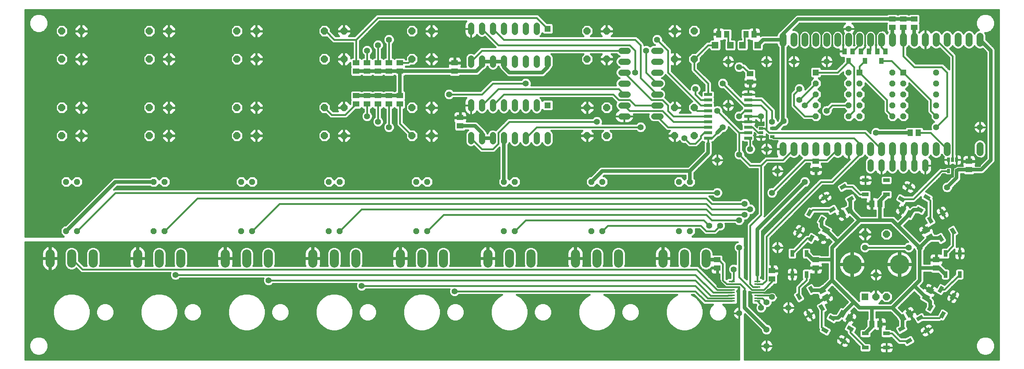
<source format=gtl>
G75*
%MOIN*%
%OFA0B0*%
%FSLAX25Y25*%
%IPPOS*%
%LPD*%
%AMOC8*
5,1,8,0,0,1.08239X$1,22.5*
%
%ADD10R,0.05906X0.05906*%
%ADD11OC8,0.05600*%
%ADD12R,0.05600X0.05600*%
%ADD13R,0.05906X0.05118*%
%ADD14C,0.08268*%
%ADD15R,0.05118X0.05906*%
%ADD16OC8,0.06400*%
%ADD17R,0.06337X0.06337*%
%ADD18OC8,0.06337*%
%ADD19C,0.17717*%
%ADD20R,0.03937X0.05512*%
%ADD21C,0.05600*%
%ADD22R,0.02717X0.03898*%
%ADD23R,0.07283X0.02559*%
%ADD24R,0.05807X0.01772*%
%ADD25C,0.06337*%
%ADD26R,0.03898X0.02717*%
%ADD27R,0.03543X0.05906*%
%ADD28R,0.05906X0.03543*%
%ADD29C,0.01600*%
%ADD30C,0.05512*%
%ADD31C,0.03200*%
D10*
X0633110Y0290000D03*
X0646890Y0290000D03*
X0658110Y0290000D03*
X0671890Y0290000D03*
D11*
X0725000Y0255000D03*
X0725000Y0245000D03*
X0725000Y0235000D03*
X0725000Y0225000D03*
X0755000Y0225000D03*
X0765000Y0225000D03*
X0765000Y0235000D03*
X0755000Y0235000D03*
X0755000Y0245000D03*
X0765000Y0245000D03*
X0765000Y0255000D03*
X0755000Y0255000D03*
X0755000Y0265000D03*
X0795000Y0265000D03*
X0795000Y0255000D03*
X0805000Y0255000D03*
X0805000Y0245000D03*
X0795000Y0245000D03*
X0795000Y0235000D03*
X0805000Y0235000D03*
X0805000Y0225000D03*
X0795000Y0225000D03*
X0835000Y0225000D03*
X0835000Y0235000D03*
X0835000Y0245000D03*
X0835000Y0255000D03*
X0835000Y0265000D03*
X0610000Y0165000D03*
X0600000Y0165000D03*
X0530000Y0165000D03*
X0520000Y0165000D03*
X0450000Y0165000D03*
X0440000Y0165000D03*
X0370000Y0165000D03*
X0360000Y0165000D03*
X0290000Y0165000D03*
X0280000Y0165000D03*
X0210000Y0165000D03*
X0200000Y0165000D03*
X0130000Y0165000D03*
X0120000Y0165000D03*
X0050000Y0165000D03*
X0040000Y0165000D03*
X0040000Y0120000D03*
X0050000Y0120000D03*
X0120000Y0120000D03*
X0130000Y0120000D03*
X0200000Y0120000D03*
X0210000Y0120000D03*
X0280000Y0120000D03*
X0290000Y0120000D03*
X0360000Y0120000D03*
X0370000Y0120000D03*
X0440000Y0120000D03*
X0450000Y0120000D03*
X0520000Y0120000D03*
X0530000Y0120000D03*
X0600000Y0120000D03*
X0610000Y0120000D03*
D12*
X0480000Y0235000D03*
X0480000Y0305000D03*
X0725000Y0265000D03*
X0765000Y0265000D03*
X0805000Y0265000D03*
D13*
X0805000Y0306260D03*
X0795000Y0306260D03*
X0795000Y0313740D03*
X0805000Y0313740D03*
X0815000Y0313740D03*
X0815000Y0306260D03*
X0665000Y0263740D03*
X0665000Y0256260D03*
X0725000Y0183740D03*
X0725000Y0176260D03*
X0865000Y0176260D03*
X0865000Y0183740D03*
X0835000Y0093740D03*
X0835000Y0086260D03*
X0725000Y0086260D03*
X0725000Y0093740D03*
X0685000Y0083740D03*
X0685000Y0076260D03*
X0635000Y0086260D03*
X0635000Y0093740D03*
X0400000Y0216260D03*
X0400000Y0223740D03*
X0345000Y0236260D03*
X0335000Y0236260D03*
X0325000Y0236260D03*
X0315000Y0236260D03*
X0305000Y0236260D03*
X0305000Y0243740D03*
X0315000Y0243740D03*
X0325000Y0243740D03*
X0335000Y0243740D03*
X0345000Y0243740D03*
X0345000Y0266260D03*
X0345000Y0273740D03*
X0335000Y0273740D03*
X0335000Y0266260D03*
X0325000Y0266260D03*
X0325000Y0273740D03*
X0315000Y0273740D03*
X0315000Y0266260D03*
X0305000Y0266260D03*
X0305000Y0273740D03*
X0395000Y0273740D03*
X0395000Y0266260D03*
D14*
X0384685Y0099134D02*
X0384685Y0090866D01*
X0365000Y0090866D02*
X0365000Y0099134D01*
X0345315Y0099134D02*
X0345315Y0090866D01*
X0304685Y0090866D02*
X0304685Y0099134D01*
X0285000Y0099134D02*
X0285000Y0090866D01*
X0265315Y0090866D02*
X0265315Y0099134D01*
X0224685Y0099134D02*
X0224685Y0090866D01*
X0205000Y0090866D02*
X0205000Y0099134D01*
X0185315Y0099134D02*
X0185315Y0090866D01*
X0144685Y0090866D02*
X0144685Y0099134D01*
X0125000Y0099134D02*
X0125000Y0090866D01*
X0105315Y0090866D02*
X0105315Y0099134D01*
X0064685Y0099134D02*
X0064685Y0090866D01*
X0045000Y0090866D02*
X0045000Y0099134D01*
X0025315Y0099134D02*
X0025315Y0090866D01*
X0425315Y0090866D02*
X0425315Y0099134D01*
X0445000Y0099134D02*
X0445000Y0090866D01*
X0464685Y0090866D02*
X0464685Y0099134D01*
X0505315Y0099134D02*
X0505315Y0090866D01*
X0525000Y0090866D02*
X0525000Y0099134D01*
X0544685Y0099134D02*
X0544685Y0090866D01*
X0585315Y0090866D02*
X0585315Y0099134D01*
X0605000Y0099134D02*
X0605000Y0090866D01*
X0624685Y0090866D02*
X0624685Y0099134D01*
D15*
G36*
X0726794Y0113522D02*
X0729353Y0117953D01*
X0734466Y0115000D01*
X0731907Y0110569D01*
X0726794Y0113522D01*
G37*
G36*
X0730534Y0120000D02*
X0733093Y0124431D01*
X0738206Y0121478D01*
X0735647Y0117047D01*
X0730534Y0120000D01*
G37*
G36*
X0745569Y0136907D02*
X0750000Y0139466D01*
X0752953Y0134353D01*
X0748522Y0131794D01*
X0745569Y0136907D01*
G37*
G36*
X0752047Y0140647D02*
X0756478Y0143206D01*
X0759431Y0138093D01*
X0755000Y0135534D01*
X0752047Y0140647D01*
G37*
X0776260Y0145000D03*
X0783740Y0145000D03*
G36*
X0803522Y0143206D02*
X0807953Y0140647D01*
X0805000Y0135534D01*
X0800569Y0138093D01*
X0803522Y0143206D01*
G37*
G36*
X0810000Y0139466D02*
X0814431Y0136907D01*
X0811478Y0131794D01*
X0807047Y0134353D01*
X0810000Y0139466D01*
G37*
G36*
X0826907Y0124431D02*
X0829466Y0120000D01*
X0824353Y0117047D01*
X0821794Y0121478D01*
X0826907Y0124431D01*
G37*
G36*
X0830647Y0117953D02*
X0833206Y0113522D01*
X0828093Y0110569D01*
X0825534Y0115000D01*
X0830647Y0117953D01*
G37*
G36*
X0833206Y0066478D02*
X0830647Y0062047D01*
X0825534Y0065000D01*
X0828093Y0069431D01*
X0833206Y0066478D01*
G37*
G36*
X0829466Y0060000D02*
X0826907Y0055569D01*
X0821794Y0058522D01*
X0824353Y0062953D01*
X0829466Y0060000D01*
G37*
G36*
X0814431Y0043093D02*
X0810000Y0040534D01*
X0807047Y0045647D01*
X0811478Y0048206D01*
X0814431Y0043093D01*
G37*
G36*
X0807953Y0039353D02*
X0803522Y0036794D01*
X0800569Y0041907D01*
X0805000Y0044466D01*
X0807953Y0039353D01*
G37*
X0783740Y0035000D03*
X0776260Y0035000D03*
G36*
X0756478Y0036794D02*
X0752047Y0039353D01*
X0755000Y0044466D01*
X0759431Y0041907D01*
X0756478Y0036794D01*
G37*
G36*
X0750000Y0040534D02*
X0745569Y0043093D01*
X0748522Y0048206D01*
X0752953Y0045647D01*
X0750000Y0040534D01*
G37*
G36*
X0733093Y0055569D02*
X0730534Y0060000D01*
X0735647Y0062953D01*
X0738206Y0058522D01*
X0733093Y0055569D01*
G37*
G36*
X0729353Y0062047D02*
X0726794Y0066478D01*
X0731907Y0069431D01*
X0734466Y0065000D01*
X0729353Y0062047D01*
G37*
X0811260Y0210000D03*
X0818740Y0210000D03*
X0668740Y0300000D03*
X0661260Y0300000D03*
X0643740Y0300000D03*
X0636260Y0300000D03*
D16*
X0613900Y0302800D03*
X0596100Y0302800D03*
X0596100Y0277200D03*
X0613900Y0277200D03*
X0533900Y0277200D03*
X0516100Y0277200D03*
X0516100Y0302800D03*
X0533900Y0302800D03*
X0533900Y0232800D03*
X0516100Y0232800D03*
X0516100Y0207200D03*
X0533900Y0207200D03*
X0596100Y0207200D03*
X0613900Y0207200D03*
X0613900Y0232800D03*
X0596100Y0232800D03*
X0373900Y0232800D03*
X0356100Y0232800D03*
X0356100Y0207200D03*
X0373900Y0207200D03*
X0293900Y0207200D03*
X0276100Y0207200D03*
X0276100Y0232800D03*
X0293900Y0232800D03*
X0213900Y0232800D03*
X0196100Y0232800D03*
X0196100Y0207200D03*
X0213900Y0207200D03*
X0133900Y0207200D03*
X0116100Y0207200D03*
X0116100Y0232800D03*
X0133900Y0232800D03*
X0053900Y0232800D03*
X0036100Y0232800D03*
X0036100Y0207200D03*
X0053900Y0207200D03*
X0053900Y0277200D03*
X0036100Y0277200D03*
X0036100Y0302800D03*
X0053900Y0302800D03*
X0116100Y0302800D03*
X0133900Y0302800D03*
X0133900Y0277200D03*
X0116100Y0277200D03*
X0196100Y0277200D03*
X0213900Y0277200D03*
X0213900Y0302800D03*
X0196100Y0302800D03*
X0276100Y0302800D03*
X0293900Y0302800D03*
X0293900Y0277200D03*
X0276100Y0277200D03*
X0356100Y0277200D03*
X0373900Y0277200D03*
X0373900Y0302800D03*
X0356100Y0302800D03*
D17*
X0770000Y0060000D03*
D18*
X0779843Y0060000D03*
X0789685Y0060000D03*
X0789685Y0117087D03*
X0770000Y0117087D03*
D19*
X0758189Y0089528D03*
X0801496Y0089528D03*
D20*
X0785000Y0275669D03*
X0781260Y0284331D03*
X0788740Y0284331D03*
X0773740Y0284331D03*
X0766260Y0284331D03*
X0758740Y0284331D03*
X0751260Y0284331D03*
X0755000Y0275669D03*
X0770000Y0275669D03*
D21*
X0582800Y0275000D02*
X0577200Y0275000D01*
X0577200Y0265000D02*
X0582800Y0265000D01*
X0582800Y0255000D02*
X0577200Y0255000D01*
X0577200Y0245000D02*
X0582800Y0245000D01*
X0582800Y0235000D02*
X0577200Y0235000D01*
X0577200Y0225000D02*
X0582800Y0225000D01*
X0552800Y0225000D02*
X0547200Y0225000D01*
X0547200Y0235000D02*
X0552800Y0235000D01*
X0552800Y0245000D02*
X0547200Y0245000D01*
X0547200Y0255000D02*
X0552800Y0255000D01*
X0552800Y0265000D02*
X0547200Y0265000D01*
X0547200Y0275000D02*
X0552800Y0275000D01*
X0552800Y0285000D02*
X0547200Y0285000D01*
X0577200Y0285000D02*
X0582800Y0285000D01*
X0480000Y0277800D02*
X0480000Y0272200D01*
X0470000Y0272200D02*
X0470000Y0277800D01*
X0460000Y0277800D02*
X0460000Y0272200D01*
X0450000Y0272200D02*
X0450000Y0277800D01*
X0440000Y0277800D02*
X0440000Y0272200D01*
X0430000Y0272200D02*
X0430000Y0277800D01*
X0420000Y0277800D02*
X0420000Y0272200D01*
X0410000Y0272200D02*
X0410000Y0277800D01*
X0410000Y0302200D02*
X0410000Y0307800D01*
X0420000Y0307800D02*
X0420000Y0302200D01*
X0430000Y0302200D02*
X0430000Y0307800D01*
X0440000Y0307800D02*
X0440000Y0302200D01*
X0450000Y0302200D02*
X0450000Y0307800D01*
X0460000Y0307800D02*
X0460000Y0302200D01*
X0470000Y0302200D02*
X0470000Y0307800D01*
X0470000Y0237800D02*
X0470000Y0232200D01*
X0460000Y0232200D02*
X0460000Y0237800D01*
X0450000Y0237800D02*
X0450000Y0232200D01*
X0440000Y0232200D02*
X0440000Y0237800D01*
X0430000Y0237800D02*
X0430000Y0232200D01*
X0420000Y0232200D02*
X0420000Y0237800D01*
X0410000Y0237800D02*
X0410000Y0232200D01*
X0410000Y0207800D02*
X0410000Y0202200D01*
X0420000Y0202200D02*
X0420000Y0207800D01*
X0430000Y0207800D02*
X0430000Y0202200D01*
X0440000Y0202200D02*
X0440000Y0207800D01*
X0450000Y0207800D02*
X0450000Y0202200D01*
X0460000Y0202200D02*
X0460000Y0207800D01*
X0470000Y0207800D02*
X0470000Y0202200D01*
X0480000Y0202200D02*
X0480000Y0207800D01*
X0775000Y0182800D02*
X0775000Y0177200D01*
X0785000Y0177200D02*
X0785000Y0182800D01*
X0795000Y0182800D02*
X0795000Y0177200D01*
X0805000Y0177200D02*
X0805000Y0182800D01*
X0815000Y0182800D02*
X0815000Y0177200D01*
X0825000Y0177200D02*
X0825000Y0182800D01*
D22*
X0846260Y0185079D03*
X0850000Y0185079D03*
X0853740Y0185079D03*
X0853740Y0174882D03*
X0846260Y0174882D03*
D23*
X0663406Y0205000D03*
X0663406Y0210000D03*
X0663406Y0215000D03*
X0663406Y0220000D03*
X0663406Y0225000D03*
X0663406Y0230000D03*
X0663406Y0235000D03*
X0663406Y0240000D03*
X0663406Y0245000D03*
X0626594Y0245000D03*
X0626594Y0240000D03*
X0626594Y0235000D03*
X0626594Y0230000D03*
X0626594Y0225000D03*
X0626594Y0220000D03*
X0626594Y0215000D03*
X0626594Y0210000D03*
X0626594Y0205000D03*
D24*
X0648433Y0073957D03*
X0648433Y0071398D03*
X0648433Y0068839D03*
X0648433Y0066280D03*
X0648433Y0063720D03*
X0648433Y0061161D03*
X0648433Y0058602D03*
X0648433Y0056043D03*
X0671567Y0056043D03*
X0671567Y0058602D03*
X0671567Y0061161D03*
X0671567Y0063720D03*
X0671567Y0066280D03*
X0671567Y0068839D03*
X0671567Y0071398D03*
X0671567Y0073957D03*
D25*
X0695000Y0191831D02*
X0695000Y0198169D01*
X0705000Y0198169D02*
X0705000Y0191831D01*
X0715000Y0191831D02*
X0715000Y0198169D01*
X0725000Y0198169D02*
X0725000Y0191831D01*
X0735000Y0191831D02*
X0735000Y0198169D01*
X0745000Y0198169D02*
X0745000Y0191831D01*
X0755000Y0191831D02*
X0755000Y0198169D01*
X0765000Y0198169D02*
X0765000Y0191831D01*
X0775000Y0191831D02*
X0775000Y0198169D01*
X0785000Y0198169D02*
X0785000Y0191831D01*
X0795000Y0191831D02*
X0795000Y0198169D01*
X0805000Y0198169D02*
X0805000Y0191831D01*
X0815000Y0191831D02*
X0815000Y0198169D01*
X0825000Y0198169D02*
X0825000Y0191831D01*
X0835000Y0191831D02*
X0835000Y0198169D01*
X0845000Y0198169D02*
X0845000Y0191831D01*
X0875000Y0191831D02*
X0875000Y0198169D01*
X0875000Y0291831D02*
X0875000Y0298169D01*
X0865000Y0298169D02*
X0865000Y0291831D01*
X0855000Y0291831D02*
X0855000Y0298169D01*
X0845000Y0298169D02*
X0845000Y0291831D01*
X0835000Y0291831D02*
X0835000Y0298169D01*
X0825000Y0298169D02*
X0825000Y0291831D01*
X0815000Y0291831D02*
X0815000Y0298169D01*
X0805000Y0298169D02*
X0805000Y0291831D01*
X0795000Y0291831D02*
X0795000Y0298169D01*
X0785000Y0298169D02*
X0785000Y0291831D01*
X0775000Y0291831D02*
X0775000Y0298169D01*
X0765000Y0298169D02*
X0765000Y0291831D01*
X0755000Y0291831D02*
X0755000Y0298169D01*
X0745000Y0298169D02*
X0745000Y0291831D01*
X0735000Y0291831D02*
X0735000Y0298169D01*
X0725000Y0298169D02*
X0725000Y0291831D01*
X0715000Y0291831D02*
X0715000Y0298169D01*
X0705000Y0298169D02*
X0705000Y0291831D01*
X0695000Y0291831D02*
X0695000Y0298169D01*
D26*
X0685118Y0213740D03*
X0674921Y0213740D03*
X0674921Y0210000D03*
X0674921Y0206260D03*
X0685118Y0206260D03*
D27*
X0703504Y0099646D03*
X0716496Y0099646D03*
X0716496Y0080354D03*
X0703504Y0080354D03*
X0843504Y0080354D03*
X0856496Y0080354D03*
X0856496Y0099646D03*
X0843504Y0099646D03*
D28*
G36*
X0839254Y0116841D02*
X0842207Y0111728D01*
X0839140Y0109957D01*
X0836187Y0115070D01*
X0839254Y0116841D01*
G37*
G36*
X0850506Y0123337D02*
X0853459Y0118224D01*
X0850392Y0116453D01*
X0847439Y0121566D01*
X0850506Y0123337D01*
G37*
G36*
X0840860Y0140043D02*
X0843813Y0134930D01*
X0840746Y0133159D01*
X0837793Y0138272D01*
X0840860Y0140043D01*
G37*
G36*
X0829608Y0133547D02*
X0832561Y0128434D01*
X0829494Y0126663D01*
X0826541Y0131776D01*
X0829608Y0133547D01*
G37*
G36*
X0818434Y0142561D02*
X0823547Y0139608D01*
X0821776Y0136541D01*
X0816663Y0139494D01*
X0818434Y0142561D01*
G37*
G36*
X0824930Y0153813D02*
X0830043Y0150860D01*
X0828272Y0147793D01*
X0823159Y0150746D01*
X0824930Y0153813D01*
G37*
G36*
X0808224Y0163459D02*
X0813337Y0160506D01*
X0811566Y0157439D01*
X0806453Y0160392D01*
X0808224Y0163459D01*
G37*
X0789646Y0166496D03*
X0770354Y0166496D03*
G36*
X0746663Y0160506D02*
X0751776Y0163459D01*
X0753547Y0160392D01*
X0748434Y0157439D01*
X0746663Y0160506D01*
G37*
G36*
X0753159Y0149254D02*
X0758272Y0152207D01*
X0760043Y0149140D01*
X0754930Y0146187D01*
X0753159Y0149254D01*
G37*
G36*
X0736453Y0139608D02*
X0741566Y0142561D01*
X0743337Y0139494D01*
X0738224Y0136541D01*
X0736453Y0139608D01*
G37*
G36*
X0716187Y0134930D02*
X0719140Y0140043D01*
X0722207Y0138272D01*
X0719254Y0133159D01*
X0716187Y0134930D01*
G37*
G36*
X0727439Y0128434D02*
X0730392Y0133547D01*
X0733459Y0131776D01*
X0730506Y0126663D01*
X0727439Y0128434D01*
G37*
G36*
X0706541Y0118224D02*
X0709494Y0123337D01*
X0712561Y0121566D01*
X0709608Y0116453D01*
X0706541Y0118224D01*
G37*
G36*
X0717793Y0111728D02*
X0720746Y0116841D01*
X0723813Y0115070D01*
X0720860Y0109957D01*
X0717793Y0111728D01*
G37*
G36*
X0729957Y0150860D02*
X0735070Y0153813D01*
X0736841Y0150746D01*
X0731728Y0147793D01*
X0729957Y0150860D01*
G37*
X0770354Y0153504D03*
X0789646Y0153504D03*
G36*
X0801728Y0152207D02*
X0806841Y0149254D01*
X0805070Y0146187D01*
X0799957Y0149140D01*
X0801728Y0152207D01*
G37*
G36*
X0842207Y0068272D02*
X0839254Y0063159D01*
X0836187Y0064930D01*
X0839140Y0070043D01*
X0842207Y0068272D01*
G37*
G36*
X0853459Y0061776D02*
X0850506Y0056663D01*
X0847439Y0058434D01*
X0850392Y0063547D01*
X0853459Y0061776D01*
G37*
G36*
X0832561Y0051566D02*
X0829608Y0046453D01*
X0826541Y0048224D01*
X0829494Y0053337D01*
X0832561Y0051566D01*
G37*
G36*
X0843813Y0045070D02*
X0840860Y0039957D01*
X0837793Y0041728D01*
X0840746Y0046841D01*
X0843813Y0045070D01*
G37*
G36*
X0823547Y0040392D02*
X0818434Y0037439D01*
X0816663Y0040506D01*
X0821776Y0043459D01*
X0823547Y0040392D01*
G37*
G36*
X0830043Y0029140D02*
X0824930Y0026187D01*
X0823159Y0029254D01*
X0828272Y0032207D01*
X0830043Y0029140D01*
G37*
G36*
X0813337Y0019494D02*
X0808224Y0016541D01*
X0806453Y0019608D01*
X0811566Y0022561D01*
X0813337Y0019494D01*
G37*
G36*
X0806841Y0030746D02*
X0801728Y0027793D01*
X0799957Y0030860D01*
X0805070Y0033813D01*
X0806841Y0030746D01*
G37*
X0789646Y0026496D03*
X0789646Y0013504D03*
X0770354Y0013504D03*
X0770354Y0026496D03*
G36*
X0758272Y0027793D02*
X0753159Y0030746D01*
X0754930Y0033813D01*
X0760043Y0030860D01*
X0758272Y0027793D01*
G37*
G36*
X0751776Y0016541D02*
X0746663Y0019494D01*
X0748434Y0022561D01*
X0753547Y0019608D01*
X0751776Y0016541D01*
G37*
G36*
X0735070Y0026187D02*
X0729957Y0029140D01*
X0731728Y0032207D01*
X0736841Y0029254D01*
X0735070Y0026187D01*
G37*
G36*
X0741566Y0037439D02*
X0736453Y0040392D01*
X0738224Y0043459D01*
X0743337Y0040506D01*
X0741566Y0037439D01*
G37*
G36*
X0730392Y0046453D02*
X0727439Y0051566D01*
X0730506Y0053337D01*
X0733459Y0048224D01*
X0730392Y0046453D01*
G37*
G36*
X0719140Y0039957D02*
X0716187Y0045070D01*
X0719254Y0046841D01*
X0722207Y0041728D01*
X0719140Y0039957D01*
G37*
G36*
X0709494Y0056663D02*
X0706541Y0061776D01*
X0709608Y0063547D01*
X0712561Y0058434D01*
X0709494Y0056663D01*
G37*
G36*
X0720746Y0063159D02*
X0717793Y0068272D01*
X0720860Y0070043D01*
X0723813Y0064930D01*
X0720746Y0063159D01*
G37*
D29*
X0002700Y0110000D02*
X0002700Y0002700D01*
X0655000Y0002700D01*
X0655000Y0045000D01*
X0655000Y0045000D01*
X0655000Y0067872D01*
X0654675Y0068198D01*
X0654537Y0068198D01*
X0654537Y0067638D01*
X0654537Y0068839D01*
X0648433Y0068839D01*
X0648433Y0068839D01*
X0642330Y0068839D01*
X0642330Y0069327D01*
X0642243Y0069363D01*
X0638641Y0072965D01*
X0637965Y0073641D01*
X0637600Y0074523D01*
X0637600Y0075000D01*
X0635000Y0075000D01*
X0635000Y0069614D01*
X0635861Y0068753D01*
X0642330Y0068753D01*
X0642330Y0068839D01*
X0648433Y0068839D01*
X0648433Y0068839D01*
X0654537Y0068839D01*
X0654537Y0068998D01*
X0655000Y0068998D01*
X0655000Y0065000D01*
X0652937Y0065000D01*
X0652937Y0065173D01*
X0653376Y0065467D01*
X0653822Y0065913D01*
X0654172Y0066437D01*
X0654414Y0067019D01*
X0654537Y0067638D01*
X0654414Y0067019D01*
X0654172Y0066437D01*
X0653822Y0065913D01*
X0653737Y0065827D01*
X0653737Y0054680D01*
X0653371Y0053798D01*
X0652696Y0053123D01*
X0651814Y0052757D01*
X0645052Y0052757D01*
X0644845Y0052843D01*
X0640378Y0052843D01*
X0640413Y0052828D01*
X0642750Y0050492D01*
X0644014Y0047439D01*
X0644014Y0044135D01*
X0642750Y0041083D01*
X0640413Y0038746D01*
X0637361Y0037482D01*
X0634057Y0037482D01*
X0631004Y0038746D01*
X0628668Y0041083D01*
X0627403Y0044135D01*
X0627403Y0047439D01*
X0628668Y0050492D01*
X0631004Y0052828D01*
X0631040Y0052843D01*
X0623320Y0052843D01*
X0622144Y0053330D01*
X0613675Y0061800D01*
X0611556Y0061800D01*
X0611625Y0061781D01*
X0615539Y0059522D01*
X0618734Y0056326D01*
X0620994Y0052412D01*
X0622164Y0048047D01*
X0622164Y0043528D01*
X0620994Y0039162D01*
X0618734Y0035249D01*
X0615539Y0032053D01*
X0611625Y0029793D01*
X0607260Y0028624D01*
X0602740Y0028624D01*
X0598375Y0029793D01*
X0594461Y0032053D01*
X0591266Y0035249D01*
X0589006Y0039162D01*
X0587836Y0043528D01*
X0587836Y0048047D01*
X0589006Y0052412D01*
X0591266Y0056326D01*
X0594461Y0059522D01*
X0598375Y0061781D01*
X0598444Y0061800D01*
X0531556Y0061800D01*
X0531625Y0061781D01*
X0535539Y0059522D01*
X0538734Y0056326D01*
X0540994Y0052412D01*
X0542164Y0048047D01*
X0542164Y0043528D01*
X0540994Y0039162D01*
X0538734Y0035249D01*
X0535539Y0032053D01*
X0531625Y0029793D01*
X0527260Y0028624D01*
X0522740Y0028624D01*
X0518375Y0029793D01*
X0514461Y0032053D01*
X0511266Y0035249D01*
X0509006Y0039162D01*
X0507836Y0043528D01*
X0507836Y0048047D01*
X0509006Y0052412D01*
X0511266Y0056326D01*
X0514461Y0059522D01*
X0518375Y0061781D01*
X0518444Y0061800D01*
X0451556Y0061800D01*
X0451625Y0061781D01*
X0455539Y0059522D01*
X0458734Y0056326D01*
X0460994Y0052412D01*
X0462164Y0048047D01*
X0462164Y0043528D01*
X0460994Y0039162D01*
X0458734Y0035249D01*
X0455539Y0032053D01*
X0451625Y0029793D01*
X0447260Y0028624D01*
X0442740Y0028624D01*
X0438375Y0029793D01*
X0434461Y0032053D01*
X0431266Y0035249D01*
X0429006Y0039162D01*
X0427836Y0043528D01*
X0427836Y0048047D01*
X0429006Y0052412D01*
X0431266Y0056326D01*
X0434461Y0059522D01*
X0438375Y0061781D01*
X0438444Y0061800D01*
X0399092Y0061800D01*
X0397921Y0060629D01*
X0396026Y0059844D01*
X0393974Y0059844D01*
X0392079Y0060629D01*
X0390629Y0062079D01*
X0389844Y0063974D01*
X0389844Y0066026D01*
X0390165Y0066800D01*
X0314092Y0066800D01*
X0312921Y0065629D01*
X0311026Y0064844D01*
X0308974Y0064844D01*
X0307079Y0065629D01*
X0305629Y0067079D01*
X0304844Y0068974D01*
X0304844Y0071026D01*
X0305165Y0071800D01*
X0229092Y0071800D01*
X0227921Y0070629D01*
X0226026Y0069844D01*
X0223974Y0069844D01*
X0222079Y0070629D01*
X0220629Y0072079D01*
X0219844Y0073974D01*
X0219844Y0076026D01*
X0220165Y0076800D01*
X0144092Y0076800D01*
X0142921Y0075629D01*
X0141026Y0074844D01*
X0138974Y0074844D01*
X0137079Y0075629D01*
X0135629Y0077079D01*
X0134844Y0078974D01*
X0134844Y0081026D01*
X0135165Y0081800D01*
X0054363Y0081800D01*
X0053187Y0082287D01*
X0052287Y0083187D01*
X0049424Y0086050D01*
X0048701Y0085327D01*
X0046300Y0084332D01*
X0043700Y0084332D01*
X0041299Y0085327D01*
X0039461Y0087165D01*
X0038466Y0089566D01*
X0038466Y0100434D01*
X0039461Y0102835D01*
X0041299Y0104673D01*
X0043700Y0105668D01*
X0046300Y0105668D01*
X0048701Y0104673D01*
X0050539Y0102835D01*
X0051534Y0100434D01*
X0051534Y0092992D01*
X0056325Y0088200D01*
X0058717Y0088200D01*
X0058151Y0089566D01*
X0058151Y0100434D01*
X0059146Y0102835D01*
X0060984Y0104673D01*
X0063385Y0105668D01*
X0065985Y0105668D01*
X0068386Y0104673D01*
X0070224Y0102835D01*
X0071219Y0100434D01*
X0071219Y0089566D01*
X0070653Y0088200D01*
X0098481Y0088200D01*
X0098355Y0088504D01*
X0098107Y0089432D01*
X0097981Y0090385D01*
X0097981Y0094422D01*
X0104737Y0094422D01*
X0104737Y0095578D01*
X0104737Y0106455D01*
X0103881Y0106342D01*
X0102952Y0106093D01*
X0102064Y0105725D01*
X0101232Y0105245D01*
X0100469Y0104660D01*
X0099789Y0103980D01*
X0099204Y0103217D01*
X0098723Y0102384D01*
X0098355Y0101496D01*
X0098107Y0100568D01*
X0097981Y0099615D01*
X0097981Y0095578D01*
X0104737Y0095578D01*
X0105893Y0095578D01*
X0112649Y0095578D01*
X0112649Y0099615D01*
X0112523Y0100568D01*
X0112274Y0101496D01*
X0111907Y0102384D01*
X0111426Y0103217D01*
X0110841Y0103980D01*
X0110161Y0104660D01*
X0109398Y0105245D01*
X0108566Y0105725D01*
X0107677Y0106093D01*
X0106749Y0106342D01*
X0105893Y0106455D01*
X0105893Y0095578D01*
X0105893Y0094422D01*
X0112649Y0094422D01*
X0112649Y0090385D01*
X0112523Y0089432D01*
X0112274Y0088504D01*
X0112149Y0088200D01*
X0119032Y0088200D01*
X0118466Y0089566D01*
X0118466Y0100434D01*
X0119461Y0102835D01*
X0121299Y0104673D01*
X0123700Y0105668D01*
X0126300Y0105668D01*
X0128701Y0104673D01*
X0130539Y0102835D01*
X0131534Y0100434D01*
X0131534Y0089566D01*
X0130968Y0088200D01*
X0138717Y0088200D01*
X0138151Y0089566D01*
X0138151Y0100434D01*
X0139146Y0102835D01*
X0140984Y0104673D01*
X0143385Y0105668D01*
X0145985Y0105668D01*
X0148386Y0104673D01*
X0150224Y0102835D01*
X0151219Y0100434D01*
X0151219Y0089566D01*
X0150653Y0088200D01*
X0178481Y0088200D01*
X0178355Y0088504D01*
X0178107Y0089432D01*
X0177981Y0090385D01*
X0177981Y0094422D01*
X0184737Y0094422D01*
X0184737Y0095578D01*
X0184737Y0106455D01*
X0183881Y0106342D01*
X0182952Y0106093D01*
X0182064Y0105725D01*
X0181232Y0105245D01*
X0180469Y0104660D01*
X0179789Y0103980D01*
X0179204Y0103217D01*
X0178723Y0102384D01*
X0178355Y0101496D01*
X0178107Y0100568D01*
X0177981Y0099615D01*
X0177981Y0095578D01*
X0184737Y0095578D01*
X0185893Y0095578D01*
X0192649Y0095578D01*
X0192649Y0099615D01*
X0192523Y0100568D01*
X0192274Y0101496D01*
X0191907Y0102384D01*
X0191426Y0103217D01*
X0190841Y0103980D01*
X0190161Y0104660D01*
X0189398Y0105245D01*
X0188566Y0105725D01*
X0187677Y0106093D01*
X0186749Y0106342D01*
X0185893Y0106455D01*
X0185893Y0095578D01*
X0185893Y0094422D01*
X0192649Y0094422D01*
X0192649Y0090385D01*
X0192523Y0089432D01*
X0192274Y0088504D01*
X0192149Y0088200D01*
X0199032Y0088200D01*
X0198466Y0089566D01*
X0198466Y0100434D01*
X0199461Y0102835D01*
X0201299Y0104673D01*
X0203700Y0105668D01*
X0206300Y0105668D01*
X0208701Y0104673D01*
X0210539Y0102835D01*
X0211534Y0100434D01*
X0211534Y0089566D01*
X0210968Y0088200D01*
X0218717Y0088200D01*
X0218151Y0089566D01*
X0218151Y0100434D01*
X0219146Y0102835D01*
X0220984Y0104673D01*
X0223385Y0105668D01*
X0225985Y0105668D01*
X0228386Y0104673D01*
X0230224Y0102835D01*
X0231219Y0100434D01*
X0231219Y0089566D01*
X0230653Y0088200D01*
X0258481Y0088200D01*
X0258355Y0088504D01*
X0258107Y0089432D01*
X0257981Y0090385D01*
X0257981Y0094422D01*
X0264737Y0094422D01*
X0264737Y0095578D01*
X0264737Y0106455D01*
X0263881Y0106342D01*
X0262952Y0106093D01*
X0262064Y0105725D01*
X0261232Y0105245D01*
X0260469Y0104660D01*
X0259789Y0103980D01*
X0259204Y0103217D01*
X0258723Y0102384D01*
X0258355Y0101496D01*
X0258107Y0100568D01*
X0257981Y0099615D01*
X0257981Y0095578D01*
X0264737Y0095578D01*
X0265893Y0095578D01*
X0272649Y0095578D01*
X0272649Y0099615D01*
X0272523Y0100568D01*
X0272274Y0101496D01*
X0271907Y0102384D01*
X0271426Y0103217D01*
X0270841Y0103980D01*
X0270161Y0104660D01*
X0269398Y0105245D01*
X0268566Y0105725D01*
X0267677Y0106093D01*
X0266749Y0106342D01*
X0265893Y0106455D01*
X0265893Y0095578D01*
X0265893Y0094422D01*
X0272649Y0094422D01*
X0272649Y0090385D01*
X0272523Y0089432D01*
X0272274Y0088504D01*
X0272149Y0088200D01*
X0279032Y0088200D01*
X0278466Y0089566D01*
X0278466Y0100434D01*
X0279461Y0102835D01*
X0281299Y0104673D01*
X0283700Y0105668D01*
X0286300Y0105668D01*
X0288701Y0104673D01*
X0290539Y0102835D01*
X0291534Y0100434D01*
X0291534Y0089566D01*
X0290968Y0088200D01*
X0298717Y0088200D01*
X0298151Y0089566D01*
X0298151Y0100434D01*
X0299146Y0102835D01*
X0300984Y0104673D01*
X0303385Y0105668D01*
X0305985Y0105668D01*
X0308386Y0104673D01*
X0310224Y0102835D01*
X0311219Y0100434D01*
X0311219Y0089566D01*
X0310653Y0088200D01*
X0338481Y0088200D01*
X0338355Y0088504D01*
X0338107Y0089432D01*
X0337981Y0090385D01*
X0337981Y0094422D01*
X0344737Y0094422D01*
X0344737Y0095578D01*
X0344737Y0106455D01*
X0343881Y0106342D01*
X0342952Y0106093D01*
X0342064Y0105725D01*
X0341232Y0105245D01*
X0340469Y0104660D01*
X0339789Y0103980D01*
X0339204Y0103217D01*
X0338723Y0102384D01*
X0338355Y0101496D01*
X0338107Y0100568D01*
X0337981Y0099615D01*
X0337981Y0095578D01*
X0344737Y0095578D01*
X0345893Y0095578D01*
X0352649Y0095578D01*
X0352649Y0099615D01*
X0352523Y0100568D01*
X0352274Y0101496D01*
X0351907Y0102384D01*
X0351426Y0103217D01*
X0350841Y0103980D01*
X0350161Y0104660D01*
X0349398Y0105245D01*
X0348566Y0105725D01*
X0347677Y0106093D01*
X0346749Y0106342D01*
X0345893Y0106455D01*
X0345893Y0095578D01*
X0345893Y0094422D01*
X0352649Y0094422D01*
X0352649Y0090385D01*
X0352523Y0089432D01*
X0352274Y0088504D01*
X0352149Y0088200D01*
X0359032Y0088200D01*
X0358466Y0089566D01*
X0358466Y0100434D01*
X0359461Y0102835D01*
X0361299Y0104673D01*
X0363700Y0105668D01*
X0366300Y0105668D01*
X0368701Y0104673D01*
X0370539Y0102835D01*
X0371534Y0100434D01*
X0371534Y0089566D01*
X0370968Y0088200D01*
X0378717Y0088200D01*
X0378151Y0089566D01*
X0378151Y0100434D01*
X0379146Y0102835D01*
X0380984Y0104673D01*
X0383385Y0105668D01*
X0385985Y0105668D01*
X0388386Y0104673D01*
X0390224Y0102835D01*
X0391219Y0100434D01*
X0391219Y0089566D01*
X0390653Y0088200D01*
X0418481Y0088200D01*
X0418355Y0088504D01*
X0418107Y0089432D01*
X0417981Y0090385D01*
X0417981Y0094422D01*
X0424737Y0094422D01*
X0424737Y0095578D01*
X0424737Y0106455D01*
X0423881Y0106342D01*
X0422952Y0106093D01*
X0422064Y0105725D01*
X0421232Y0105245D01*
X0420469Y0104660D01*
X0419789Y0103980D01*
X0419204Y0103217D01*
X0418723Y0102384D01*
X0418355Y0101496D01*
X0418107Y0100568D01*
X0417981Y0099615D01*
X0417981Y0095578D01*
X0424737Y0095578D01*
X0425893Y0095578D01*
X0432649Y0095578D01*
X0432649Y0099615D01*
X0432523Y0100568D01*
X0432274Y0101496D01*
X0431907Y0102384D01*
X0431426Y0103217D01*
X0430841Y0103980D01*
X0430161Y0104660D01*
X0429398Y0105245D01*
X0428566Y0105725D01*
X0427677Y0106093D01*
X0426749Y0106342D01*
X0425893Y0106455D01*
X0425893Y0095578D01*
X0425893Y0094422D01*
X0432649Y0094422D01*
X0432649Y0090385D01*
X0432523Y0089432D01*
X0432274Y0088504D01*
X0432149Y0088200D01*
X0439032Y0088200D01*
X0438466Y0089566D01*
X0438466Y0100434D01*
X0439461Y0102835D01*
X0441299Y0104673D01*
X0443700Y0105668D01*
X0446300Y0105668D01*
X0448701Y0104673D01*
X0450539Y0102835D01*
X0451534Y0100434D01*
X0451534Y0089566D01*
X0450968Y0088200D01*
X0458717Y0088200D01*
X0458151Y0089566D01*
X0458151Y0100434D01*
X0459146Y0102835D01*
X0460984Y0104673D01*
X0463385Y0105668D01*
X0465985Y0105668D01*
X0468386Y0104673D01*
X0470224Y0102835D01*
X0471219Y0100434D01*
X0471219Y0089566D01*
X0470653Y0088200D01*
X0498481Y0088200D01*
X0498355Y0088504D01*
X0498107Y0089432D01*
X0497981Y0090385D01*
X0497981Y0094422D01*
X0504737Y0094422D01*
X0504737Y0095578D01*
X0504737Y0106455D01*
X0503881Y0106342D01*
X0502952Y0106093D01*
X0502064Y0105725D01*
X0501232Y0105245D01*
X0500469Y0104660D01*
X0499789Y0103980D01*
X0499204Y0103217D01*
X0498723Y0102384D01*
X0498355Y0101496D01*
X0498107Y0100568D01*
X0497981Y0099615D01*
X0497981Y0095578D01*
X0504737Y0095578D01*
X0505893Y0095578D01*
X0512649Y0095578D01*
X0512649Y0099615D01*
X0512523Y0100568D01*
X0512274Y0101496D01*
X0511907Y0102384D01*
X0511426Y0103217D01*
X0510841Y0103980D01*
X0510161Y0104660D01*
X0509398Y0105245D01*
X0508566Y0105725D01*
X0507677Y0106093D01*
X0506749Y0106342D01*
X0505893Y0106455D01*
X0505893Y0095578D01*
X0505893Y0094422D01*
X0512649Y0094422D01*
X0512649Y0090385D01*
X0512523Y0089432D01*
X0512274Y0088504D01*
X0512149Y0088200D01*
X0519032Y0088200D01*
X0518466Y0089566D01*
X0518466Y0100434D01*
X0519461Y0102835D01*
X0521299Y0104673D01*
X0523700Y0105668D01*
X0526300Y0105668D01*
X0528701Y0104673D01*
X0530539Y0102835D01*
X0531534Y0100434D01*
X0531534Y0089566D01*
X0530968Y0088200D01*
X0538717Y0088200D01*
X0538151Y0089566D01*
X0538151Y0100434D01*
X0539146Y0102835D01*
X0540984Y0104673D01*
X0543385Y0105668D01*
X0545985Y0105668D01*
X0548386Y0104673D01*
X0550224Y0102835D01*
X0551219Y0100434D01*
X0551219Y0089566D01*
X0550653Y0088200D01*
X0578481Y0088200D01*
X0578355Y0088504D01*
X0578107Y0089432D01*
X0577981Y0090385D01*
X0577981Y0094422D01*
X0584737Y0094422D01*
X0584737Y0095578D01*
X0584737Y0106455D01*
X0583881Y0106342D01*
X0582952Y0106093D01*
X0582064Y0105725D01*
X0581232Y0105245D01*
X0580469Y0104660D01*
X0579789Y0103980D01*
X0579204Y0103217D01*
X0578723Y0102384D01*
X0578355Y0101496D01*
X0578107Y0100568D01*
X0577981Y0099615D01*
X0577981Y0095578D01*
X0584737Y0095578D01*
X0585893Y0095578D01*
X0592649Y0095578D01*
X0592649Y0099615D01*
X0592523Y0100568D01*
X0592274Y0101496D01*
X0591907Y0102384D01*
X0591426Y0103217D01*
X0590841Y0103980D01*
X0590161Y0104660D01*
X0589398Y0105245D01*
X0588566Y0105725D01*
X0587677Y0106093D01*
X0586749Y0106342D01*
X0585893Y0106455D01*
X0585893Y0095578D01*
X0585893Y0094422D01*
X0592649Y0094422D01*
X0592649Y0090385D01*
X0592523Y0089432D01*
X0592274Y0088504D01*
X0592149Y0088200D01*
X0599032Y0088200D01*
X0598466Y0089566D01*
X0598466Y0100434D01*
X0599461Y0102835D01*
X0601299Y0104673D01*
X0603700Y0105668D01*
X0606300Y0105668D01*
X0608701Y0104673D01*
X0610539Y0102835D01*
X0611534Y0100434D01*
X0611534Y0089566D01*
X0610968Y0088200D01*
X0616856Y0088200D01*
X0618032Y0087713D01*
X0618932Y0086813D01*
X0636192Y0069553D01*
X0640922Y0069553D01*
X0638187Y0072287D01*
X0637287Y0073187D01*
X0636800Y0074363D01*
X0636800Y0080501D01*
X0635480Y0080501D01*
X0635480Y0085780D01*
X0634520Y0085780D01*
X0628847Y0085780D01*
X0628847Y0083386D01*
X0628970Y0082767D01*
X0629211Y0082185D01*
X0629562Y0081661D01*
X0630007Y0081215D01*
X0630531Y0080865D01*
X0631114Y0080624D01*
X0631732Y0080501D01*
X0634520Y0080501D01*
X0634520Y0085780D01*
X0634520Y0086739D01*
X0629799Y0086739D01*
X0628386Y0085327D01*
X0625985Y0084332D01*
X0623385Y0084332D01*
X0620984Y0085327D01*
X0619146Y0087165D01*
X0618151Y0089566D01*
X0618151Y0100434D01*
X0619146Y0102835D01*
X0620984Y0104673D01*
X0623385Y0105668D01*
X0625985Y0105668D01*
X0628386Y0104673D01*
X0630224Y0102835D01*
X0631219Y0100434D01*
X0631219Y0098554D01*
X0631570Y0098699D01*
X0638430Y0098699D01*
X0639312Y0098334D01*
X0639987Y0097659D01*
X0640353Y0096777D01*
X0640353Y0094173D01*
X0642713Y0091813D01*
X0643200Y0090637D01*
X0643200Y0076325D01*
X0643445Y0076081D01*
X0643495Y0076202D01*
X0644170Y0076877D01*
X0645052Y0077243D01*
X0646800Y0077243D01*
X0646800Y0080908D01*
X0645629Y0082079D01*
X0644844Y0083974D01*
X0644844Y0086026D01*
X0645629Y0087921D01*
X0647079Y0089371D01*
X0648974Y0090156D01*
X0651026Y0090156D01*
X0651800Y0089835D01*
X0651800Y0100908D01*
X0650629Y0102079D01*
X0649844Y0103974D01*
X0649844Y0106026D01*
X0650629Y0107921D01*
X0652079Y0109371D01*
X0653598Y0110000D01*
X0002700Y0110000D01*
X0002700Y0108699D02*
X0651407Y0108699D01*
X0650289Y0107100D02*
X0002700Y0107100D01*
X0002700Y0105502D02*
X0021677Y0105502D01*
X0022064Y0105725D02*
X0021232Y0105245D01*
X0020469Y0104660D01*
X0019789Y0103980D01*
X0019204Y0103217D01*
X0018723Y0102384D01*
X0018355Y0101496D01*
X0018107Y0100568D01*
X0017981Y0099615D01*
X0017981Y0095578D01*
X0024737Y0095578D01*
X0024737Y0106455D01*
X0023881Y0106342D01*
X0022952Y0106093D01*
X0022064Y0105725D01*
X0024737Y0105502D02*
X0025893Y0105502D01*
X0025893Y0106455D02*
X0025893Y0095578D01*
X0032649Y0095578D01*
X0032649Y0099615D01*
X0032523Y0100568D01*
X0032274Y0101496D01*
X0031907Y0102384D01*
X0031426Y0103217D01*
X0030841Y0103980D01*
X0030161Y0104660D01*
X0029398Y0105245D01*
X0028566Y0105725D01*
X0027677Y0106093D01*
X0026749Y0106342D01*
X0025893Y0106455D01*
X0025893Y0103903D02*
X0024737Y0103903D01*
X0024737Y0102305D02*
X0025893Y0102305D01*
X0025893Y0100706D02*
X0024737Y0100706D01*
X0024737Y0099108D02*
X0025893Y0099108D01*
X0025893Y0097509D02*
X0024737Y0097509D01*
X0024737Y0095911D02*
X0025893Y0095911D01*
X0025893Y0095578D02*
X0024737Y0095578D01*
X0024737Y0094422D01*
X0025893Y0094422D01*
X0025893Y0095578D01*
X0025893Y0094422D02*
X0032649Y0094422D01*
X0032649Y0090385D01*
X0032523Y0089432D01*
X0032274Y0088504D01*
X0031907Y0087615D01*
X0031426Y0086783D01*
X0030841Y0086020D01*
X0030161Y0085340D01*
X0029398Y0084755D01*
X0028566Y0084274D01*
X0027677Y0083907D01*
X0026749Y0083658D01*
X0025893Y0083545D01*
X0025893Y0094422D01*
X0025893Y0094312D02*
X0024737Y0094312D01*
X0024737Y0094422D02*
X0024737Y0083545D01*
X0023881Y0083658D01*
X0022952Y0083907D01*
X0022064Y0084274D01*
X0021232Y0084755D01*
X0020469Y0085340D01*
X0019789Y0086020D01*
X0019204Y0086783D01*
X0018723Y0087615D01*
X0018355Y0088504D01*
X0018107Y0089432D01*
X0017981Y0090385D01*
X0017981Y0094422D01*
X0024737Y0094422D01*
X0024737Y0092714D02*
X0025893Y0092714D01*
X0025893Y0091115D02*
X0024737Y0091115D01*
X0024737Y0089517D02*
X0025893Y0089517D01*
X0025893Y0087918D02*
X0024737Y0087918D01*
X0024737Y0086320D02*
X0025893Y0086320D01*
X0025893Y0084721D02*
X0024737Y0084721D01*
X0021291Y0084721D02*
X0002700Y0084721D01*
X0002700Y0083123D02*
X0052352Y0083123D01*
X0050753Y0084721D02*
X0047238Y0084721D01*
X0042762Y0084721D02*
X0029339Y0084721D01*
X0031070Y0086320D02*
X0040306Y0086320D01*
X0039149Y0087918D02*
X0032032Y0087918D01*
X0032534Y0089517D02*
X0038487Y0089517D01*
X0038466Y0091115D02*
X0032649Y0091115D01*
X0032649Y0092714D02*
X0038466Y0092714D01*
X0038466Y0094312D02*
X0032649Y0094312D01*
X0032649Y0095911D02*
X0038466Y0095911D01*
X0038466Y0097509D02*
X0032649Y0097509D01*
X0032649Y0099108D02*
X0038466Y0099108D01*
X0038579Y0100706D02*
X0032486Y0100706D01*
X0031940Y0102305D02*
X0039241Y0102305D01*
X0040529Y0103903D02*
X0030899Y0103903D01*
X0028953Y0105502D02*
X0043300Y0105502D01*
X0046700Y0105502D02*
X0062985Y0105502D01*
X0060214Y0103903D02*
X0049471Y0103903D01*
X0050759Y0102305D02*
X0058926Y0102305D01*
X0058264Y0100706D02*
X0051421Y0100706D01*
X0051534Y0099108D02*
X0058151Y0099108D01*
X0058151Y0097509D02*
X0051534Y0097509D01*
X0051534Y0095911D02*
X0058151Y0095911D01*
X0058151Y0094312D02*
X0051534Y0094312D01*
X0051812Y0092714D02*
X0058151Y0092714D01*
X0058151Y0091115D02*
X0053410Y0091115D01*
X0055009Y0089517D02*
X0058172Y0089517D01*
X0055000Y0085000D02*
X0616220Y0085000D01*
X0634867Y0066353D01*
X0648360Y0066353D01*
X0648433Y0066280D01*
X0648433Y0063720D02*
X0631280Y0063720D01*
X0615000Y0080000D01*
X0140000Y0080000D01*
X0134844Y0079926D02*
X0002700Y0079926D01*
X0002700Y0081524D02*
X0135051Y0081524D01*
X0135112Y0078327D02*
X0002700Y0078327D01*
X0002700Y0076729D02*
X0135980Y0076729D01*
X0138284Y0075130D02*
X0002700Y0075130D01*
X0002700Y0073532D02*
X0220028Y0073532D01*
X0219844Y0075130D02*
X0141716Y0075130D01*
X0144020Y0076729D02*
X0220135Y0076729D01*
X0220775Y0071933D02*
X0002700Y0071933D01*
X0002700Y0070334D02*
X0222790Y0070334D01*
X0227209Y0070334D02*
X0304844Y0070334D01*
X0304943Y0068736D02*
X0002700Y0068736D01*
X0002700Y0067137D02*
X0305605Y0067137D01*
X0307297Y0065539D02*
X0002700Y0065539D01*
X0002700Y0063940D02*
X0389858Y0063940D01*
X0389844Y0065539D02*
X0312703Y0065539D01*
X0310000Y0070000D02*
X0615000Y0070000D01*
X0626398Y0058602D01*
X0648433Y0058602D01*
X0648360Y0061088D02*
X0644867Y0061088D01*
X0644781Y0061002D01*
X0628998Y0061002D01*
X0615000Y0075000D01*
X0225000Y0075000D01*
X0231198Y0089517D02*
X0258095Y0089517D01*
X0257981Y0091115D02*
X0231219Y0091115D01*
X0231219Y0092714D02*
X0257981Y0092714D01*
X0257981Y0094312D02*
X0231219Y0094312D01*
X0231219Y0095911D02*
X0257981Y0095911D01*
X0257981Y0097509D02*
X0231219Y0097509D01*
X0231219Y0099108D02*
X0257981Y0099108D01*
X0258144Y0100706D02*
X0231106Y0100706D01*
X0230444Y0102305D02*
X0258690Y0102305D01*
X0259731Y0103903D02*
X0229156Y0103903D01*
X0226385Y0105502D02*
X0261677Y0105502D01*
X0264737Y0105502D02*
X0265893Y0105502D01*
X0265893Y0103903D02*
X0264737Y0103903D01*
X0264737Y0102305D02*
X0265893Y0102305D01*
X0265893Y0100706D02*
X0264737Y0100706D01*
X0264737Y0099108D02*
X0265893Y0099108D01*
X0265893Y0097509D02*
X0264737Y0097509D01*
X0264737Y0095911D02*
X0265893Y0095911D01*
X0272649Y0095911D02*
X0278466Y0095911D01*
X0278466Y0097509D02*
X0272649Y0097509D01*
X0272649Y0099108D02*
X0278466Y0099108D01*
X0278579Y0100706D02*
X0272486Y0100706D01*
X0271940Y0102305D02*
X0279241Y0102305D01*
X0280529Y0103903D02*
X0270899Y0103903D01*
X0268953Y0105502D02*
X0283300Y0105502D01*
X0286700Y0105502D02*
X0302985Y0105502D01*
X0300214Y0103903D02*
X0289471Y0103903D01*
X0290759Y0102305D02*
X0298926Y0102305D01*
X0298264Y0100706D02*
X0291421Y0100706D01*
X0291534Y0099108D02*
X0298151Y0099108D01*
X0298151Y0097509D02*
X0291534Y0097509D01*
X0291534Y0095911D02*
X0298151Y0095911D01*
X0298151Y0094312D02*
X0291534Y0094312D01*
X0291534Y0092714D02*
X0298151Y0092714D01*
X0298151Y0091115D02*
X0291534Y0091115D01*
X0291513Y0089517D02*
X0298172Y0089517D01*
X0311198Y0089517D02*
X0338095Y0089517D01*
X0337981Y0091115D02*
X0311219Y0091115D01*
X0311219Y0092714D02*
X0337981Y0092714D01*
X0337981Y0094312D02*
X0311219Y0094312D01*
X0311219Y0095911D02*
X0337981Y0095911D01*
X0337981Y0097509D02*
X0311219Y0097509D01*
X0311219Y0099108D02*
X0337981Y0099108D01*
X0338144Y0100706D02*
X0311106Y0100706D01*
X0310444Y0102305D02*
X0338690Y0102305D01*
X0339731Y0103903D02*
X0309156Y0103903D01*
X0306385Y0105502D02*
X0341677Y0105502D01*
X0344737Y0105502D02*
X0345893Y0105502D01*
X0345893Y0103903D02*
X0344737Y0103903D01*
X0344737Y0102305D02*
X0345893Y0102305D01*
X0345893Y0100706D02*
X0344737Y0100706D01*
X0344737Y0099108D02*
X0345893Y0099108D01*
X0345893Y0097509D02*
X0344737Y0097509D01*
X0344737Y0095911D02*
X0345893Y0095911D01*
X0352649Y0095911D02*
X0358466Y0095911D01*
X0358466Y0097509D02*
X0352649Y0097509D01*
X0352649Y0099108D02*
X0358466Y0099108D01*
X0358579Y0100706D02*
X0352486Y0100706D01*
X0351940Y0102305D02*
X0359241Y0102305D01*
X0360529Y0103903D02*
X0350899Y0103903D01*
X0348953Y0105502D02*
X0363300Y0105502D01*
X0366700Y0105502D02*
X0382985Y0105502D01*
X0380214Y0103903D02*
X0369471Y0103903D01*
X0370759Y0102305D02*
X0378926Y0102305D01*
X0378264Y0100706D02*
X0371421Y0100706D01*
X0371534Y0099108D02*
X0378151Y0099108D01*
X0378151Y0097509D02*
X0371534Y0097509D01*
X0371534Y0095911D02*
X0378151Y0095911D01*
X0378151Y0094312D02*
X0371534Y0094312D01*
X0371534Y0092714D02*
X0378151Y0092714D01*
X0378151Y0091115D02*
X0371534Y0091115D01*
X0371513Y0089517D02*
X0378172Y0089517D01*
X0391198Y0089517D02*
X0418095Y0089517D01*
X0417981Y0091115D02*
X0391219Y0091115D01*
X0391219Y0092714D02*
X0417981Y0092714D01*
X0417981Y0094312D02*
X0391219Y0094312D01*
X0391219Y0095911D02*
X0417981Y0095911D01*
X0417981Y0097509D02*
X0391219Y0097509D01*
X0391219Y0099108D02*
X0417981Y0099108D01*
X0418144Y0100706D02*
X0391106Y0100706D01*
X0390444Y0102305D02*
X0418690Y0102305D01*
X0419731Y0103903D02*
X0389156Y0103903D01*
X0386385Y0105502D02*
X0421677Y0105502D01*
X0424737Y0105502D02*
X0425893Y0105502D01*
X0425893Y0103903D02*
X0424737Y0103903D01*
X0424737Y0102305D02*
X0425893Y0102305D01*
X0425893Y0100706D02*
X0424737Y0100706D01*
X0424737Y0099108D02*
X0425893Y0099108D01*
X0425893Y0097509D02*
X0424737Y0097509D01*
X0424737Y0095911D02*
X0425893Y0095911D01*
X0432649Y0095911D02*
X0438466Y0095911D01*
X0438466Y0097509D02*
X0432649Y0097509D01*
X0432649Y0099108D02*
X0438466Y0099108D01*
X0438579Y0100706D02*
X0432486Y0100706D01*
X0431940Y0102305D02*
X0439241Y0102305D01*
X0440529Y0103903D02*
X0430899Y0103903D01*
X0428953Y0105502D02*
X0443300Y0105502D01*
X0446700Y0105502D02*
X0462985Y0105502D01*
X0460214Y0103903D02*
X0449471Y0103903D01*
X0450759Y0102305D02*
X0458926Y0102305D01*
X0458264Y0100706D02*
X0451421Y0100706D01*
X0451534Y0099108D02*
X0458151Y0099108D01*
X0458151Y0097509D02*
X0451534Y0097509D01*
X0451534Y0095911D02*
X0458151Y0095911D01*
X0458151Y0094312D02*
X0451534Y0094312D01*
X0451534Y0092714D02*
X0458151Y0092714D01*
X0458151Y0091115D02*
X0451534Y0091115D01*
X0451513Y0089517D02*
X0458172Y0089517D01*
X0471198Y0089517D02*
X0498095Y0089517D01*
X0497981Y0091115D02*
X0471219Y0091115D01*
X0471219Y0092714D02*
X0497981Y0092714D01*
X0497981Y0094312D02*
X0471219Y0094312D01*
X0471219Y0095911D02*
X0497981Y0095911D01*
X0497981Y0097509D02*
X0471219Y0097509D01*
X0471219Y0099108D02*
X0497981Y0099108D01*
X0498144Y0100706D02*
X0471106Y0100706D01*
X0470444Y0102305D02*
X0498690Y0102305D01*
X0499731Y0103903D02*
X0469156Y0103903D01*
X0466385Y0105502D02*
X0501677Y0105502D01*
X0504737Y0105502D02*
X0505893Y0105502D01*
X0505893Y0103903D02*
X0504737Y0103903D01*
X0504737Y0102305D02*
X0505893Y0102305D01*
X0505893Y0100706D02*
X0504737Y0100706D01*
X0504737Y0099108D02*
X0505893Y0099108D01*
X0505893Y0097509D02*
X0504737Y0097509D01*
X0504737Y0095911D02*
X0505893Y0095911D01*
X0512649Y0095911D02*
X0518466Y0095911D01*
X0518466Y0097509D02*
X0512649Y0097509D01*
X0512649Y0099108D02*
X0518466Y0099108D01*
X0518579Y0100706D02*
X0512486Y0100706D01*
X0511940Y0102305D02*
X0519241Y0102305D01*
X0520529Y0103903D02*
X0510899Y0103903D01*
X0508953Y0105502D02*
X0523300Y0105502D01*
X0526700Y0105502D02*
X0542985Y0105502D01*
X0540214Y0103903D02*
X0529471Y0103903D01*
X0530759Y0102305D02*
X0538926Y0102305D01*
X0538264Y0100706D02*
X0531421Y0100706D01*
X0531534Y0099108D02*
X0538151Y0099108D01*
X0538151Y0097509D02*
X0531534Y0097509D01*
X0531534Y0095911D02*
X0538151Y0095911D01*
X0538151Y0094312D02*
X0531534Y0094312D01*
X0531534Y0092714D02*
X0538151Y0092714D01*
X0538151Y0091115D02*
X0531534Y0091115D01*
X0531513Y0089517D02*
X0538172Y0089517D01*
X0551198Y0089517D02*
X0578095Y0089517D01*
X0577981Y0091115D02*
X0551219Y0091115D01*
X0551219Y0092714D02*
X0577981Y0092714D01*
X0577981Y0094312D02*
X0551219Y0094312D01*
X0551219Y0095911D02*
X0577981Y0095911D01*
X0577981Y0097509D02*
X0551219Y0097509D01*
X0551219Y0099108D02*
X0577981Y0099108D01*
X0578144Y0100706D02*
X0551106Y0100706D01*
X0550444Y0102305D02*
X0578690Y0102305D01*
X0579731Y0103903D02*
X0549156Y0103903D01*
X0546385Y0105502D02*
X0581677Y0105502D01*
X0584737Y0105502D02*
X0585893Y0105502D01*
X0585893Y0103903D02*
X0584737Y0103903D01*
X0584737Y0102305D02*
X0585893Y0102305D01*
X0585893Y0100706D02*
X0584737Y0100706D01*
X0584737Y0099108D02*
X0585893Y0099108D01*
X0585893Y0097509D02*
X0584737Y0097509D01*
X0584737Y0095911D02*
X0585893Y0095911D01*
X0592649Y0095911D02*
X0598466Y0095911D01*
X0598466Y0097509D02*
X0592649Y0097509D01*
X0592649Y0099108D02*
X0598466Y0099108D01*
X0598579Y0100706D02*
X0592486Y0100706D01*
X0591940Y0102305D02*
X0599241Y0102305D01*
X0600529Y0103903D02*
X0590899Y0103903D01*
X0588953Y0105502D02*
X0603300Y0105502D01*
X0606700Y0105502D02*
X0622985Y0105502D01*
X0620214Y0103903D02*
X0609471Y0103903D01*
X0610759Y0102305D02*
X0618926Y0102305D01*
X0618264Y0100706D02*
X0611421Y0100706D01*
X0611534Y0099108D02*
X0618151Y0099108D01*
X0618151Y0097509D02*
X0611534Y0097509D01*
X0611534Y0095911D02*
X0618151Y0095911D01*
X0618151Y0094312D02*
X0611534Y0094312D01*
X0611534Y0092714D02*
X0618151Y0092714D01*
X0618151Y0091115D02*
X0611534Y0091115D01*
X0611513Y0089517D02*
X0618172Y0089517D01*
X0617537Y0087918D02*
X0618834Y0087918D01*
X0619425Y0086320D02*
X0619991Y0086320D01*
X0621024Y0084721D02*
X0622447Y0084721D01*
X0622622Y0083123D02*
X0628900Y0083123D01*
X0628847Y0084721D02*
X0626923Y0084721D01*
X0629379Y0086320D02*
X0634520Y0086320D01*
X0634520Y0084721D02*
X0635480Y0084721D01*
X0635480Y0083123D02*
X0634520Y0083123D01*
X0634520Y0081524D02*
X0635480Y0081524D01*
X0636800Y0079926D02*
X0625819Y0079926D01*
X0624221Y0081524D02*
X0629698Y0081524D01*
X0627418Y0078327D02*
X0636800Y0078327D01*
X0636800Y0076729D02*
X0629016Y0076729D01*
X0630615Y0075130D02*
X0636800Y0075130D01*
X0637145Y0073532D02*
X0632213Y0073532D01*
X0633812Y0071933D02*
X0638541Y0071933D01*
X0639673Y0071933D02*
X0635000Y0071933D01*
X0635000Y0070334D02*
X0641271Y0070334D01*
X0640140Y0070334D02*
X0635411Y0070334D01*
X0635000Y0073532D02*
X0638074Y0073532D01*
X0640000Y0075000D02*
X0643602Y0071398D01*
X0648433Y0071398D01*
X0656000Y0071398D01*
X0660000Y0067398D01*
X0660000Y0065000D01*
X0664000Y0064475D02*
X0664908Y0063567D01*
X0665463Y0063337D01*
X0665463Y0062519D01*
X0665586Y0061901D01*
X0665828Y0061319D01*
X0666178Y0060795D01*
X0666263Y0060709D01*
X0666263Y0054680D01*
X0666629Y0053798D01*
X0667304Y0053123D01*
X0668186Y0052757D01*
X0670327Y0052757D01*
X0670493Y0052592D01*
X0669844Y0051026D01*
X0669844Y0048974D01*
X0670629Y0047079D01*
X0672079Y0045629D01*
X0673974Y0044844D01*
X0676026Y0044844D01*
X0677921Y0045629D01*
X0679371Y0047079D01*
X0680156Y0048974D01*
X0680156Y0049844D01*
X0681026Y0049844D01*
X0682921Y0050629D01*
X0684371Y0052079D01*
X0685156Y0053974D01*
X0685156Y0054844D01*
X0686026Y0054844D01*
X0687921Y0055629D01*
X0689371Y0057079D01*
X0690156Y0058974D01*
X0690156Y0061026D01*
X0689371Y0062921D01*
X0687921Y0064371D01*
X0686026Y0065156D01*
X0683974Y0065156D01*
X0682079Y0064371D01*
X0682070Y0064361D01*
X0680147Y0064361D01*
X0686813Y0071027D01*
X0687086Y0071301D01*
X0688430Y0071301D01*
X0689312Y0071666D01*
X0689987Y0072341D01*
X0690353Y0073223D01*
X0690353Y0079056D01*
X0690438Y0079141D01*
X0690789Y0079665D01*
X0691030Y0080248D01*
X0691153Y0080866D01*
X0691153Y0083261D01*
X0685480Y0083261D01*
X0685480Y0084220D01*
X0691153Y0084220D01*
X0691153Y0086614D01*
X0691030Y0087233D01*
X0690789Y0087815D01*
X0690438Y0088339D01*
X0689993Y0088785D01*
X0689469Y0089135D01*
X0688886Y0089376D01*
X0688268Y0089499D01*
X0685480Y0089499D01*
X0685480Y0084220D01*
X0684520Y0084220D01*
X0684520Y0089499D01*
X0683200Y0089499D01*
X0683200Y0113675D01*
X0731325Y0161800D01*
X0740637Y0161800D01*
X0741813Y0162287D01*
X0742713Y0163187D01*
X0765788Y0186263D01*
X0766108Y0186263D01*
X0768154Y0187111D01*
X0769721Y0188677D01*
X0770000Y0189351D01*
X0770279Y0188677D01*
X0771846Y0187111D01*
X0771924Y0187078D01*
X0770592Y0185746D01*
X0769800Y0183834D01*
X0769800Y0176166D01*
X0770592Y0174254D01*
X0772054Y0172792D01*
X0773966Y0172000D01*
X0776034Y0172000D01*
X0777946Y0172792D01*
X0779408Y0174254D01*
X0779569Y0174643D01*
X0779868Y0174055D01*
X0780423Y0173291D01*
X0781091Y0172623D01*
X0781855Y0172068D01*
X0782697Y0171640D01*
X0783595Y0171348D01*
X0784528Y0171200D01*
X0785000Y0171200D01*
X0785472Y0171200D01*
X0786405Y0171348D01*
X0787303Y0171640D01*
X0788145Y0172068D01*
X0788909Y0172623D01*
X0789577Y0173291D01*
X0790132Y0174055D01*
X0790431Y0174643D01*
X0790592Y0174254D01*
X0792054Y0172792D01*
X0793966Y0172000D01*
X0796034Y0172000D01*
X0797946Y0172792D01*
X0799408Y0174254D01*
X0800000Y0175683D01*
X0800592Y0174254D01*
X0802054Y0172792D01*
X0803966Y0172000D01*
X0806034Y0172000D01*
X0807946Y0172792D01*
X0809408Y0174254D01*
X0810000Y0175683D01*
X0810592Y0174254D01*
X0812054Y0172792D01*
X0813966Y0172000D01*
X0816034Y0172000D01*
X0817946Y0172792D01*
X0819408Y0174254D01*
X0819569Y0174643D01*
X0819868Y0174055D01*
X0820423Y0173291D01*
X0821091Y0172623D01*
X0821855Y0172068D01*
X0822697Y0171640D01*
X0823595Y0171348D01*
X0824528Y0171200D01*
X0825000Y0171200D01*
X0825472Y0171200D01*
X0826405Y0171348D01*
X0827303Y0171640D01*
X0828145Y0172068D01*
X0828909Y0172623D01*
X0829577Y0173291D01*
X0830132Y0174055D01*
X0830560Y0174897D01*
X0830852Y0175795D01*
X0831000Y0176728D01*
X0831000Y0180000D01*
X0831000Y0183272D01*
X0830852Y0184205D01*
X0830560Y0185103D01*
X0830132Y0185945D01*
X0829577Y0186709D01*
X0828909Y0187377D01*
X0828626Y0187582D01*
X0829721Y0188677D01*
X0830000Y0189351D01*
X0830279Y0188677D01*
X0831846Y0187111D01*
X0833892Y0186263D01*
X0836108Y0186263D01*
X0838154Y0187111D01*
X0839721Y0188677D01*
X0840000Y0189351D01*
X0840279Y0188677D01*
X0841702Y0187255D01*
X0841702Y0185079D01*
X0846242Y0185079D01*
X0846242Y0185079D01*
X0841702Y0185079D01*
X0846260Y0185079D01*
X0846260Y0185079D01*
X0846260Y0179930D01*
X0847933Y0179930D01*
X0848552Y0180053D01*
X0849134Y0180294D01*
X0849658Y0180644D01*
X0849744Y0180730D01*
X0850256Y0180730D01*
X0850342Y0180644D01*
X0850866Y0180294D01*
X0851448Y0180053D01*
X0852067Y0179930D01*
X0853526Y0179930D01*
X0852852Y0179651D01*
X0852432Y0179231D01*
X0851904Y0179231D01*
X0851022Y0178865D01*
X0850347Y0178190D01*
X0850000Y0177352D01*
X0849653Y0178190D01*
X0848978Y0178865D01*
X0848095Y0179231D01*
X0844424Y0179231D01*
X0843542Y0178865D01*
X0842867Y0178190D01*
X0842822Y0178082D01*
X0839245Y0178082D01*
X0838069Y0177595D01*
X0812872Y0152397D01*
X0806199Y0152397D01*
X0802514Y0154525D01*
X0801567Y0154650D01*
X0800645Y0154402D01*
X0799887Y0153821D01*
X0797638Y0149926D01*
X0797514Y0148979D01*
X0797761Y0148057D01*
X0798342Y0147299D01*
X0801341Y0145568D01*
X0801323Y0145554D01*
X0800907Y0145080D01*
X0799513Y0142665D01*
X0804085Y0140025D01*
X0803606Y0139195D01*
X0799034Y0141834D01*
X0797639Y0139419D01*
X0797437Y0138823D01*
X0797355Y0138198D01*
X0797396Y0137569D01*
X0797559Y0136960D01*
X0797838Y0136394D01*
X0798221Y0135894D01*
X0798695Y0135479D01*
X0800769Y0134281D01*
X0803606Y0139195D01*
X0804436Y0138715D01*
X0801600Y0133802D01*
X0802649Y0133196D01*
X0800055Y0130602D01*
X0798391Y0132266D01*
X0797266Y0133391D01*
X0795796Y0134000D01*
X0787740Y0134000D01*
X0787740Y0140094D01*
X0788334Y0140688D01*
X0788699Y0141570D01*
X0788699Y0146901D01*
X0791131Y0149332D01*
X0793076Y0149332D01*
X0793958Y0149698D01*
X0794633Y0150373D01*
X0794998Y0151255D01*
X0794998Y0155753D01*
X0794633Y0156635D01*
X0793958Y0157310D01*
X0793076Y0157676D01*
X0786216Y0157676D01*
X0785333Y0157310D01*
X0784658Y0156635D01*
X0784293Y0155753D01*
X0784293Y0153808D01*
X0781474Y0150989D01*
X0780891Y0150406D01*
X0780859Y0150438D01*
X0780335Y0150789D01*
X0779752Y0151030D01*
X0779134Y0151153D01*
X0776739Y0151153D01*
X0776739Y0145480D01*
X0775780Y0145480D01*
X0775780Y0151153D01*
X0775665Y0151153D01*
X0775707Y0151255D01*
X0775707Y0155753D01*
X0775342Y0156635D01*
X0774667Y0157310D01*
X0773784Y0157676D01*
X0766924Y0157676D01*
X0766064Y0157319D01*
X0760222Y0163161D01*
X0759046Y0163649D01*
X0754439Y0163649D01*
X0753616Y0165073D01*
X0752859Y0165654D01*
X0751937Y0165901D01*
X0750990Y0165776D01*
X0745049Y0162346D01*
X0744468Y0161589D01*
X0744221Y0160667D01*
X0744345Y0159720D01*
X0746594Y0155824D01*
X0747352Y0155243D01*
X0748274Y0154996D01*
X0749221Y0155121D01*
X0752906Y0157249D01*
X0757084Y0157249D01*
X0763542Y0150791D01*
X0764718Y0150304D01*
X0765436Y0150304D01*
X0766042Y0149698D01*
X0766924Y0149332D01*
X0770809Y0149332D01*
X0770624Y0148886D01*
X0770501Y0148268D01*
X0770501Y0145480D01*
X0775780Y0145480D01*
X0775780Y0144520D01*
X0776739Y0144520D01*
X0776739Y0138847D01*
X0779134Y0138847D01*
X0779740Y0138968D01*
X0779740Y0134000D01*
X0766657Y0134000D01*
X0761709Y0138948D01*
X0760601Y0140866D01*
X0760601Y0146689D01*
X0761658Y0147299D01*
X0762239Y0148057D01*
X0762486Y0148979D01*
X0762362Y0149926D01*
X0760112Y0153821D01*
X0759355Y0154402D01*
X0758433Y0154650D01*
X0757486Y0154525D01*
X0751545Y0151095D01*
X0750964Y0150337D01*
X0750717Y0149415D01*
X0750841Y0148468D01*
X0752601Y0145420D01*
X0752601Y0143739D01*
X0750641Y0142608D01*
X0750525Y0142639D01*
X0749896Y0142680D01*
X0749271Y0142598D01*
X0748674Y0142395D01*
X0746600Y0141198D01*
X0749436Y0136285D01*
X0748606Y0135805D01*
X0749085Y0134975D01*
X0744513Y0132335D01*
X0745907Y0129920D01*
X0746323Y0129446D01*
X0746823Y0129063D01*
X0747388Y0128784D01*
X0747997Y0128621D01*
X0748626Y0128579D01*
X0749251Y0128662D01*
X0749848Y0128864D01*
X0751922Y0130062D01*
X0749085Y0134975D01*
X0749916Y0135454D01*
X0752753Y0130541D01*
X0754826Y0131739D01*
X0755300Y0132154D01*
X0755684Y0132654D01*
X0755963Y0133220D01*
X0755994Y0133337D01*
X0756002Y0133341D01*
X0759343Y0130000D01*
X0745055Y0115711D01*
X0740359Y0120407D01*
X0740524Y0120692D01*
X0740649Y0121639D01*
X0740401Y0122561D01*
X0739820Y0123319D01*
X0734449Y0126420D01*
X0734449Y0128690D01*
X0735776Y0130990D01*
X0735901Y0131937D01*
X0735654Y0132859D01*
X0735073Y0133616D01*
X0731177Y0135865D01*
X0730231Y0135990D01*
X0729308Y0135743D01*
X0728551Y0135162D01*
X0725121Y0129221D01*
X0724996Y0128274D01*
X0725243Y0127352D01*
X0725824Y0126594D01*
X0726449Y0126234D01*
X0726449Y0123865D01*
X0727058Y0122395D01*
X0728183Y0121270D01*
X0728381Y0121071D01*
X0728337Y0120994D01*
X0728220Y0120963D01*
X0727654Y0120684D01*
X0727154Y0120300D01*
X0726739Y0119826D01*
X0725541Y0117753D01*
X0730454Y0114916D01*
X0729975Y0114085D01*
X0730805Y0113606D01*
X0728166Y0109034D01*
X0730580Y0107639D01*
X0731177Y0107437D01*
X0731802Y0107355D01*
X0732431Y0107396D01*
X0733040Y0107559D01*
X0733606Y0107838D01*
X0734106Y0108221D01*
X0734521Y0108695D01*
X0735719Y0110769D01*
X0730805Y0113606D01*
X0731285Y0114436D01*
X0736198Y0111600D01*
X0736804Y0112649D01*
X0739398Y0110055D01*
X0737734Y0108391D01*
X0736609Y0107266D01*
X0736000Y0105796D01*
X0736000Y0097740D01*
X0729906Y0097740D01*
X0729312Y0098334D01*
X0728430Y0098699D01*
X0723099Y0098699D01*
X0720668Y0101131D01*
X0720668Y0103076D01*
X0720302Y0103958D01*
X0719627Y0104633D01*
X0718745Y0104998D01*
X0714247Y0104998D01*
X0713365Y0104633D01*
X0712690Y0103958D01*
X0712324Y0103076D01*
X0712324Y0096216D01*
X0712690Y0095333D01*
X0713365Y0094658D01*
X0714247Y0094293D01*
X0716192Y0094293D01*
X0719594Y0090891D01*
X0719562Y0090859D01*
X0719211Y0090335D01*
X0718970Y0089752D01*
X0718847Y0089134D01*
X0718847Y0086739D01*
X0724520Y0086739D01*
X0724520Y0085780D01*
X0718847Y0085780D01*
X0718847Y0085665D01*
X0718745Y0085707D01*
X0714247Y0085707D01*
X0713365Y0085342D01*
X0712690Y0084667D01*
X0712324Y0083784D01*
X0712324Y0076924D01*
X0712681Y0076064D01*
X0706839Y0070222D01*
X0706351Y0069046D01*
X0706351Y0064439D01*
X0704927Y0063616D01*
X0704346Y0062859D01*
X0704099Y0061937D01*
X0704224Y0060990D01*
X0707654Y0055049D01*
X0708411Y0054468D01*
X0709333Y0054221D01*
X0710280Y0054345D01*
X0714175Y0056594D01*
X0714757Y0057352D01*
X0715004Y0058274D01*
X0714879Y0059221D01*
X0712751Y0062906D01*
X0712751Y0067084D01*
X0719209Y0073542D01*
X0719696Y0074718D01*
X0719696Y0075436D01*
X0720302Y0076042D01*
X0720668Y0076924D01*
X0720668Y0080809D01*
X0721114Y0080624D01*
X0721732Y0080501D01*
X0724520Y0080501D01*
X0724520Y0085780D01*
X0725480Y0085780D01*
X0725480Y0086739D01*
X0731153Y0086739D01*
X0731153Y0089134D01*
X0731032Y0089740D01*
X0736000Y0089740D01*
X0736000Y0076657D01*
X0731052Y0071709D01*
X0727640Y0069739D01*
X0723808Y0069739D01*
X0722701Y0071658D01*
X0721943Y0072239D01*
X0721021Y0072486D01*
X0720074Y0072362D01*
X0716179Y0070113D01*
X0715598Y0069355D01*
X0715350Y0068433D01*
X0715475Y0067486D01*
X0718905Y0061545D01*
X0719663Y0060964D01*
X0720585Y0060717D01*
X0721532Y0060841D01*
X0723087Y0061739D01*
X0726759Y0061739D01*
X0727392Y0060641D01*
X0727361Y0060525D01*
X0727320Y0059896D01*
X0727402Y0059271D01*
X0727605Y0058674D01*
X0728802Y0056600D01*
X0733715Y0059436D01*
X0734195Y0058606D01*
X0735025Y0059085D01*
X0737665Y0054513D01*
X0740080Y0055907D01*
X0740554Y0056323D01*
X0740937Y0056823D01*
X0741216Y0057388D01*
X0741379Y0057997D01*
X0741421Y0058626D01*
X0741338Y0059251D01*
X0741136Y0059848D01*
X0739938Y0061922D01*
X0735025Y0059085D01*
X0734546Y0059916D01*
X0739459Y0062753D01*
X0738261Y0064826D01*
X0737846Y0065300D01*
X0737346Y0065684D01*
X0736780Y0065963D01*
X0736663Y0065994D01*
X0736659Y0066002D01*
X0740000Y0069343D01*
X0754289Y0055055D01*
X0749593Y0050359D01*
X0749308Y0050524D01*
X0748361Y0050649D01*
X0747439Y0050401D01*
X0746681Y0049820D01*
X0743580Y0044449D01*
X0741310Y0044449D01*
X0739010Y0045776D01*
X0738063Y0045901D01*
X0737141Y0045654D01*
X0736384Y0045073D01*
X0734134Y0041177D01*
X0734010Y0040231D01*
X0734257Y0039308D01*
X0734838Y0038551D01*
X0740779Y0035121D01*
X0741726Y0034996D01*
X0742648Y0035243D01*
X0743406Y0035824D01*
X0743766Y0036449D01*
X0746135Y0036449D01*
X0747605Y0037058D01*
X0748730Y0038183D01*
X0748929Y0038381D01*
X0749006Y0038337D01*
X0749037Y0038220D01*
X0749316Y0037654D01*
X0749700Y0037154D01*
X0750174Y0036739D01*
X0752247Y0035541D01*
X0755084Y0040454D01*
X0755915Y0039975D01*
X0756394Y0040805D01*
X0760966Y0038166D01*
X0762360Y0040580D01*
X0762563Y0041177D01*
X0762645Y0041802D01*
X0762604Y0042431D01*
X0762441Y0043040D01*
X0762162Y0043606D01*
X0761779Y0044106D01*
X0761305Y0044521D01*
X0759231Y0045719D01*
X0756394Y0040805D01*
X0755564Y0041285D01*
X0758400Y0046198D01*
X0757351Y0046804D01*
X0759945Y0049398D01*
X0761609Y0047734D01*
X0762734Y0046609D01*
X0764204Y0046000D01*
X0772260Y0046000D01*
X0772260Y0039906D01*
X0771666Y0039312D01*
X0771301Y0038430D01*
X0771301Y0033099D01*
X0768869Y0030668D01*
X0766924Y0030668D01*
X0766042Y0030302D01*
X0765367Y0029627D01*
X0765002Y0028745D01*
X0765002Y0024247D01*
X0765367Y0023365D01*
X0766042Y0022690D01*
X0766924Y0022324D01*
X0773784Y0022324D01*
X0774667Y0022690D01*
X0775342Y0023365D01*
X0775707Y0024247D01*
X0775707Y0026192D01*
X0779109Y0029594D01*
X0779141Y0029562D01*
X0779665Y0029211D01*
X0780248Y0028970D01*
X0780866Y0028847D01*
X0783261Y0028847D01*
X0783261Y0034520D01*
X0784220Y0034520D01*
X0784220Y0028847D01*
X0784335Y0028847D01*
X0784293Y0028745D01*
X0784293Y0024247D01*
X0784658Y0023365D01*
X0785333Y0022690D01*
X0786216Y0022324D01*
X0793076Y0022324D01*
X0793936Y0022681D01*
X0799778Y0016839D01*
X0800954Y0016351D01*
X0805561Y0016351D01*
X0806384Y0014927D01*
X0807141Y0014346D01*
X0808063Y0014099D01*
X0809010Y0014224D01*
X0814951Y0017654D01*
X0815532Y0018411D01*
X0815779Y0019333D01*
X0815655Y0020280D01*
X0813406Y0024175D01*
X0812648Y0024757D01*
X0811726Y0025004D01*
X0810779Y0024879D01*
X0807094Y0022751D01*
X0802916Y0022751D01*
X0796458Y0029209D01*
X0795282Y0029696D01*
X0794564Y0029696D01*
X0793958Y0030302D01*
X0793076Y0030668D01*
X0789191Y0030668D01*
X0789376Y0031114D01*
X0789499Y0031732D01*
X0789499Y0034520D01*
X0784220Y0034520D01*
X0784220Y0035480D01*
X0783261Y0035480D01*
X0783261Y0041153D01*
X0780866Y0041153D01*
X0780260Y0041032D01*
X0780260Y0046000D01*
X0793234Y0046000D01*
X0798440Y0040794D01*
X0800261Y0037640D01*
X0800261Y0033808D01*
X0798342Y0032701D01*
X0797761Y0031943D01*
X0797514Y0031021D01*
X0797638Y0030074D01*
X0799887Y0026179D01*
X0800645Y0025598D01*
X0801567Y0025350D01*
X0802514Y0025475D01*
X0808455Y0028905D01*
X0809036Y0029663D01*
X0809283Y0030585D01*
X0809159Y0031532D01*
X0808261Y0033087D01*
X0808261Y0036759D01*
X0809359Y0037392D01*
X0809475Y0037361D01*
X0810104Y0037320D01*
X0810729Y0037402D01*
X0811326Y0037605D01*
X0813400Y0038802D01*
X0810564Y0043715D01*
X0811394Y0044195D01*
X0810915Y0045025D01*
X0815487Y0047665D01*
X0814093Y0050080D01*
X0813677Y0050554D01*
X0813177Y0050937D01*
X0812612Y0051216D01*
X0812003Y0051379D01*
X0811374Y0051421D01*
X0810749Y0051338D01*
X0810152Y0051136D01*
X0808078Y0049938D01*
X0810915Y0045025D01*
X0810084Y0044546D01*
X0807247Y0049459D01*
X0805174Y0048261D01*
X0804700Y0047846D01*
X0804316Y0047346D01*
X0804037Y0046780D01*
X0804006Y0046663D01*
X0803929Y0046619D01*
X0800602Y0049945D01*
X0815000Y0064343D01*
X0819681Y0059662D01*
X0819476Y0059308D01*
X0819351Y0058361D01*
X0819599Y0057439D01*
X0820180Y0056681D01*
X0825551Y0053580D01*
X0825551Y0051310D01*
X0824224Y0049010D01*
X0824099Y0048063D01*
X0824346Y0047141D01*
X0824927Y0046384D01*
X0828823Y0044134D01*
X0829769Y0044010D01*
X0830692Y0044257D01*
X0831449Y0044838D01*
X0834879Y0050779D01*
X0835004Y0051726D01*
X0834757Y0052648D01*
X0834175Y0053406D01*
X0833551Y0053766D01*
X0833551Y0056135D01*
X0832942Y0057605D01*
X0831817Y0058730D01*
X0831619Y0058929D01*
X0831663Y0059006D01*
X0831780Y0059037D01*
X0832346Y0059316D01*
X0832846Y0059700D01*
X0833261Y0060174D01*
X0834459Y0062247D01*
X0829546Y0065084D01*
X0830025Y0065915D01*
X0829195Y0066394D01*
X0831834Y0070966D01*
X0829419Y0072360D01*
X0828823Y0072563D01*
X0828198Y0072645D01*
X0827569Y0072604D01*
X0826960Y0072441D01*
X0826394Y0072162D01*
X0825894Y0071779D01*
X0825479Y0071305D01*
X0824281Y0069231D01*
X0829195Y0066394D01*
X0828715Y0065564D01*
X0823802Y0068400D01*
X0823236Y0067421D01*
X0820657Y0070000D01*
X0822266Y0071609D01*
X0823391Y0072734D01*
X0824000Y0074204D01*
X0824000Y0082260D01*
X0830094Y0082260D01*
X0830688Y0081666D01*
X0831570Y0081301D01*
X0836901Y0081301D01*
X0839332Y0078869D01*
X0839332Y0076924D01*
X0839698Y0076042D01*
X0840373Y0075367D01*
X0841255Y0075002D01*
X0845753Y0075002D01*
X0846635Y0075367D01*
X0847310Y0076042D01*
X0847676Y0076924D01*
X0847676Y0083784D01*
X0847310Y0084667D01*
X0846635Y0085342D01*
X0845753Y0085707D01*
X0843808Y0085707D01*
X0840406Y0089109D01*
X0840438Y0089141D01*
X0840789Y0089665D01*
X0841030Y0090248D01*
X0841153Y0090866D01*
X0841153Y0093261D01*
X0835480Y0093261D01*
X0835480Y0094220D01*
X0841153Y0094220D01*
X0841153Y0094335D01*
X0841255Y0094293D01*
X0845753Y0094293D01*
X0846635Y0094658D01*
X0847310Y0095333D01*
X0847676Y0096216D01*
X0847676Y0099292D01*
X0851581Y0103197D01*
X0851524Y0102914D01*
X0851524Y0099731D01*
X0856410Y0099731D01*
X0856410Y0099560D01*
X0851524Y0099560D01*
X0851524Y0096378D01*
X0851647Y0095759D01*
X0851889Y0095177D01*
X0852239Y0094653D01*
X0852685Y0094207D01*
X0853209Y0093857D01*
X0853791Y0093616D01*
X0854409Y0093493D01*
X0856410Y0093493D01*
X0856410Y0099560D01*
X0856582Y0099560D01*
X0856582Y0099731D01*
X0861468Y0099731D01*
X0861468Y0102914D01*
X0861345Y0103532D01*
X0861104Y0104114D01*
X0860753Y0104638D01*
X0860308Y0105084D01*
X0859783Y0105434D01*
X0859201Y0105675D01*
X0858583Y0105798D01*
X0856582Y0105798D01*
X0856582Y0099732D01*
X0856410Y0099732D01*
X0856410Y0105798D01*
X0854409Y0105798D01*
X0853791Y0105675D01*
X0853480Y0105547D01*
X0853649Y0105954D01*
X0853649Y0115561D01*
X0855073Y0116384D01*
X0855654Y0117141D01*
X0855901Y0118063D01*
X0855776Y0119010D01*
X0852346Y0124951D01*
X0851589Y0125532D01*
X0850667Y0125779D01*
X0849720Y0125655D01*
X0845824Y0123406D01*
X0845243Y0122648D01*
X0844996Y0121726D01*
X0845121Y0120779D01*
X0847249Y0117094D01*
X0847249Y0107916D01*
X0844331Y0104998D01*
X0841255Y0104998D01*
X0840373Y0104633D01*
X0839698Y0103958D01*
X0839332Y0103076D01*
X0839332Y0099191D01*
X0838886Y0099376D01*
X0838268Y0099499D01*
X0835480Y0099499D01*
X0835480Y0094220D01*
X0834520Y0094220D01*
X0834520Y0093261D01*
X0828847Y0093261D01*
X0828847Y0090866D01*
X0828968Y0090260D01*
X0824000Y0090260D01*
X0824000Y0101708D01*
X0824371Y0102079D01*
X0825156Y0103974D01*
X0825156Y0104499D01*
X0828948Y0108291D01*
X0830866Y0109399D01*
X0836689Y0109399D01*
X0837299Y0108342D01*
X0838057Y0107761D01*
X0838979Y0107514D01*
X0839926Y0107638D01*
X0843821Y0109887D01*
X0844402Y0110645D01*
X0844650Y0111567D01*
X0844525Y0112514D01*
X0841095Y0118455D01*
X0840337Y0119036D01*
X0839415Y0119283D01*
X0838468Y0119159D01*
X0835420Y0117399D01*
X0833739Y0117399D01*
X0832608Y0119359D01*
X0832639Y0119475D01*
X0832680Y0120104D01*
X0832598Y0120729D01*
X0832395Y0121326D01*
X0831198Y0123400D01*
X0826285Y0120564D01*
X0825805Y0121394D01*
X0824975Y0120915D01*
X0822335Y0125487D01*
X0819920Y0124093D01*
X0819446Y0123677D01*
X0819063Y0123177D01*
X0818784Y0122612D01*
X0818621Y0122003D01*
X0818579Y0121374D01*
X0818662Y0120749D01*
X0818864Y0120152D01*
X0820062Y0118078D01*
X0824975Y0120915D01*
X0825454Y0120084D01*
X0820541Y0117247D01*
X0821739Y0115174D01*
X0822154Y0114700D01*
X0822654Y0114316D01*
X0823220Y0114037D01*
X0823337Y0114006D01*
X0823341Y0113998D01*
X0820000Y0110657D01*
X0805711Y0124945D01*
X0810407Y0129641D01*
X0810692Y0129476D01*
X0811639Y0129351D01*
X0812561Y0129599D01*
X0813319Y0130180D01*
X0816420Y0135551D01*
X0818690Y0135551D01*
X0820990Y0134224D01*
X0821937Y0134099D01*
X0822859Y0134346D01*
X0823616Y0134927D01*
X0825865Y0138823D01*
X0825990Y0139769D01*
X0825743Y0140692D01*
X0825162Y0141449D01*
X0819221Y0144879D01*
X0818274Y0145004D01*
X0817352Y0144757D01*
X0816594Y0144175D01*
X0816234Y0143551D01*
X0813865Y0143551D01*
X0812395Y0142942D01*
X0811270Y0141817D01*
X0811071Y0141619D01*
X0810994Y0141663D01*
X0810963Y0141780D01*
X0810684Y0142346D01*
X0810300Y0142846D01*
X0809826Y0143261D01*
X0807753Y0144459D01*
X0804916Y0139546D01*
X0804085Y0140025D01*
X0806553Y0144299D01*
X0806910Y0144573D01*
X0807732Y0145997D01*
X0814834Y0145997D01*
X0816010Y0146484D01*
X0820809Y0151283D01*
X0820717Y0150585D01*
X0820964Y0149663D01*
X0821545Y0148905D01*
X0826351Y0146130D01*
X0826351Y0134439D01*
X0824927Y0133616D01*
X0824346Y0132859D01*
X0824099Y0131937D01*
X0824224Y0130990D01*
X0826200Y0127566D01*
X0826177Y0127563D01*
X0825580Y0127360D01*
X0823166Y0125966D01*
X0825805Y0121394D01*
X0830719Y0124231D01*
X0830559Y0124506D01*
X0834175Y0126594D01*
X0834757Y0127352D01*
X0835004Y0128274D01*
X0834879Y0129221D01*
X0832751Y0132906D01*
X0832751Y0148489D01*
X0832264Y0149666D01*
X0832176Y0149753D01*
X0832362Y0150074D01*
X0832486Y0151021D01*
X0832239Y0151943D01*
X0831658Y0152701D01*
X0825717Y0156131D01*
X0825663Y0156138D01*
X0841207Y0171682D01*
X0842822Y0171682D01*
X0842867Y0171574D01*
X0843542Y0170898D01*
X0844424Y0170533D01*
X0848095Y0170533D01*
X0848978Y0170898D01*
X0849653Y0171574D01*
X0849740Y0171785D01*
X0849740Y0170397D01*
X0844499Y0165156D01*
X0843974Y0165156D01*
X0842079Y0164371D01*
X0840629Y0162921D01*
X0839844Y0161026D01*
X0839844Y0158974D01*
X0840629Y0157079D01*
X0842079Y0155629D01*
X0843974Y0154844D01*
X0846026Y0154844D01*
X0847921Y0155629D01*
X0849371Y0157079D01*
X0850156Y0158974D01*
X0850156Y0159499D01*
X0856006Y0165349D01*
X0857131Y0166474D01*
X0857740Y0167945D01*
X0857740Y0172260D01*
X0860094Y0172260D01*
X0860688Y0171666D01*
X0861570Y0171301D01*
X0868430Y0171301D01*
X0869312Y0171666D01*
X0869906Y0172260D01*
X0877055Y0172260D01*
X0878526Y0172869D01*
X0879651Y0173994D01*
X0888391Y0182734D01*
X0889000Y0184204D01*
X0889000Y0285796D01*
X0888391Y0287266D01*
X0887266Y0288391D01*
X0880568Y0295088D01*
X0880568Y0299276D01*
X0879730Y0301301D01*
X0881730Y0301301D01*
X0884928Y0302625D01*
X0887375Y0305072D01*
X0888699Y0308270D01*
X0888699Y0311730D01*
X0887375Y0314928D01*
X0884928Y0317375D01*
X0881730Y0318699D01*
X0878270Y0318699D01*
X0875072Y0317375D01*
X0872625Y0314928D01*
X0871301Y0311730D01*
X0871301Y0308270D01*
X0872625Y0305072D01*
X0873960Y0303737D01*
X0873892Y0303737D01*
X0871846Y0302889D01*
X0870279Y0301323D01*
X0870000Y0300649D01*
X0869721Y0301323D01*
X0868154Y0302889D01*
X0866108Y0303737D01*
X0863892Y0303737D01*
X0861846Y0302889D01*
X0860279Y0301323D01*
X0860000Y0300649D01*
X0859721Y0301323D01*
X0858154Y0302889D01*
X0856108Y0303737D01*
X0853892Y0303737D01*
X0851846Y0302889D01*
X0850279Y0301323D01*
X0850000Y0300649D01*
X0849721Y0301323D01*
X0848154Y0302889D01*
X0846108Y0303737D01*
X0843892Y0303737D01*
X0841846Y0302889D01*
X0840279Y0301323D01*
X0840000Y0300649D01*
X0839721Y0301323D01*
X0838154Y0302889D01*
X0836108Y0303737D01*
X0833892Y0303737D01*
X0831846Y0302889D01*
X0830440Y0301483D01*
X0830307Y0301714D01*
X0829798Y0302377D01*
X0829208Y0302967D01*
X0828546Y0303475D01*
X0827823Y0303892D01*
X0827051Y0304212D01*
X0826245Y0304428D01*
X0825417Y0304537D01*
X0825184Y0304537D01*
X0825184Y0295184D01*
X0824816Y0295184D01*
X0824816Y0304537D01*
X0824583Y0304537D01*
X0823755Y0304428D01*
X0822949Y0304212D01*
X0822177Y0303892D01*
X0821454Y0303475D01*
X0820792Y0302967D01*
X0820202Y0302377D01*
X0819693Y0301714D01*
X0819560Y0301483D01*
X0819345Y0301699D01*
X0819987Y0302341D01*
X0820353Y0303223D01*
X0820353Y0309296D01*
X0820061Y0310000D01*
X0820353Y0310704D01*
X0820353Y0316777D01*
X0819987Y0317659D01*
X0819312Y0318334D01*
X0818430Y0318699D01*
X0811570Y0318699D01*
X0810688Y0318334D01*
X0810094Y0317740D01*
X0809906Y0317740D01*
X0809312Y0318334D01*
X0808430Y0318699D01*
X0801570Y0318699D01*
X0800688Y0318334D01*
X0800094Y0317740D01*
X0799906Y0317740D01*
X0799312Y0318334D01*
X0798430Y0318699D01*
X0791570Y0318699D01*
X0790688Y0318334D01*
X0790094Y0317740D01*
X0707945Y0317740D01*
X0706474Y0317131D01*
X0705349Y0316006D01*
X0692506Y0303163D01*
X0691846Y0302889D01*
X0690279Y0301323D01*
X0689431Y0299276D01*
X0689431Y0299000D01*
X0676094Y0299000D01*
X0674624Y0298391D01*
X0674499Y0298266D01*
X0674499Y0299520D01*
X0669220Y0299520D01*
X0669220Y0300480D01*
X0668261Y0300480D01*
X0668261Y0306153D01*
X0665866Y0306153D01*
X0665248Y0306030D01*
X0664665Y0305789D01*
X0664141Y0305438D01*
X0664056Y0305353D01*
X0658223Y0305353D01*
X0657341Y0304987D01*
X0656666Y0304312D01*
X0656301Y0303430D01*
X0656301Y0296570D01*
X0656666Y0295688D01*
X0656800Y0295554D01*
X0656800Y0295353D01*
X0654680Y0295353D01*
X0653798Y0294987D01*
X0653123Y0294312D01*
X0652757Y0293430D01*
X0652757Y0286570D01*
X0653123Y0285688D01*
X0653798Y0285013D01*
X0654680Y0284647D01*
X0661540Y0284647D01*
X0662422Y0285013D01*
X0663098Y0285688D01*
X0663463Y0286570D01*
X0663463Y0293430D01*
X0663200Y0294065D01*
X0663200Y0294647D01*
X0664056Y0294647D01*
X0664141Y0294562D01*
X0664665Y0294211D01*
X0665248Y0293970D01*
X0665866Y0293847D01*
X0666710Y0293847D01*
X0666537Y0293430D01*
X0666537Y0286570D01*
X0666902Y0285688D01*
X0667578Y0285013D01*
X0668460Y0284647D01*
X0675320Y0284647D01*
X0676202Y0285013D01*
X0676877Y0285688D01*
X0677243Y0286570D01*
X0677243Y0289696D01*
X0678547Y0291000D01*
X0689431Y0291000D01*
X0689431Y0290724D01*
X0690279Y0288677D01*
X0691000Y0287956D01*
X0691000Y0222996D01*
X0690424Y0221606D01*
X0690424Y0221081D01*
X0690156Y0220813D01*
X0690156Y0221026D01*
X0689371Y0222921D01*
X0688200Y0224092D01*
X0688200Y0230637D01*
X0687713Y0231813D01*
X0677713Y0241813D01*
X0676813Y0242713D01*
X0675637Y0243200D01*
X0670206Y0243200D01*
X0670247Y0243405D01*
X0670247Y0245000D01*
X0670247Y0246595D01*
X0670124Y0247213D01*
X0669883Y0247795D01*
X0669533Y0248319D01*
X0669087Y0248765D01*
X0668563Y0249115D01*
X0667981Y0249357D01*
X0667362Y0249480D01*
X0663406Y0249480D01*
X0663406Y0245000D01*
X0670247Y0245000D01*
X0663406Y0245000D01*
X0663406Y0245000D01*
X0663405Y0245000D01*
X0656564Y0245000D01*
X0656564Y0243405D01*
X0656674Y0242852D01*
X0645156Y0254370D01*
X0645156Y0256026D01*
X0644371Y0257921D01*
X0642921Y0259371D01*
X0641026Y0260156D01*
X0638974Y0260156D01*
X0637079Y0259371D01*
X0635629Y0257921D01*
X0634844Y0256026D01*
X0634844Y0253974D01*
X0635629Y0252079D01*
X0637079Y0250629D01*
X0638974Y0249844D01*
X0640630Y0249844D01*
X0657457Y0233017D01*
X0657672Y0232500D01*
X0657457Y0231983D01*
X0657287Y0231813D01*
X0655630Y0230156D01*
X0653974Y0230156D01*
X0652079Y0229371D01*
X0650629Y0227921D01*
X0649844Y0226026D01*
X0649844Y0223974D01*
X0650629Y0222079D01*
X0652079Y0220629D01*
X0653974Y0219844D01*
X0656026Y0219844D01*
X0656564Y0220067D01*
X0656564Y0220000D01*
X0656564Y0218405D01*
X0656687Y0217787D01*
X0656928Y0217205D01*
X0657278Y0216681D01*
X0657364Y0216595D01*
X0657364Y0213243D01*
X0657382Y0213200D01*
X0656325Y0213200D01*
X0640156Y0229370D01*
X0640156Y0231026D01*
X0639371Y0232921D01*
X0637921Y0234371D01*
X0636026Y0235156D01*
X0633974Y0235156D01*
X0632636Y0234602D01*
X0632636Y0236757D01*
X0632328Y0237500D01*
X0632636Y0238243D01*
X0632636Y0241757D01*
X0632328Y0242500D01*
X0632636Y0243243D01*
X0632636Y0246757D01*
X0632271Y0247639D01*
X0631596Y0248314D01*
X0630714Y0248680D01*
X0629794Y0248680D01*
X0629794Y0255637D01*
X0629307Y0256813D01*
X0617100Y0269020D01*
X0617100Y0272480D01*
X0619500Y0274880D01*
X0619500Y0278275D01*
X0627769Y0286543D01*
X0628123Y0285688D01*
X0628798Y0285013D01*
X0629680Y0284647D01*
X0636540Y0284647D01*
X0637422Y0285013D01*
X0638098Y0285688D01*
X0638463Y0286570D01*
X0638463Y0293430D01*
X0638290Y0293847D01*
X0639134Y0293847D01*
X0639752Y0293970D01*
X0640335Y0294211D01*
X0640859Y0294562D01*
X0640944Y0294647D01*
X0641800Y0294647D01*
X0641800Y0294065D01*
X0641537Y0293430D01*
X0641537Y0286570D01*
X0641902Y0285688D01*
X0642578Y0285013D01*
X0643460Y0284647D01*
X0650320Y0284647D01*
X0651202Y0285013D01*
X0651877Y0285688D01*
X0652243Y0286570D01*
X0652243Y0293430D01*
X0651877Y0294312D01*
X0651202Y0294987D01*
X0650320Y0295353D01*
X0648200Y0295353D01*
X0648200Y0295554D01*
X0648334Y0295688D01*
X0648699Y0296570D01*
X0648699Y0303430D01*
X0648334Y0304312D01*
X0647659Y0304987D01*
X0646777Y0305353D01*
X0640944Y0305353D01*
X0640859Y0305438D01*
X0640335Y0305789D01*
X0639752Y0306030D01*
X0639134Y0306153D01*
X0636739Y0306153D01*
X0636739Y0300480D01*
X0635780Y0300480D01*
X0635780Y0306153D01*
X0633386Y0306153D01*
X0632767Y0306030D01*
X0632185Y0305789D01*
X0631661Y0305438D01*
X0631215Y0304993D01*
X0630865Y0304469D01*
X0630624Y0303886D01*
X0630501Y0303268D01*
X0630501Y0300480D01*
X0635780Y0300480D01*
X0635780Y0299520D01*
X0630501Y0299520D01*
X0630501Y0296732D01*
X0630624Y0296114D01*
X0630865Y0295531D01*
X0630984Y0295353D01*
X0629680Y0295353D01*
X0628798Y0294987D01*
X0628123Y0294312D01*
X0627757Y0293430D01*
X0627757Y0293200D01*
X0626063Y0293200D01*
X0624887Y0292713D01*
X0623987Y0291813D01*
X0614975Y0282800D01*
X0611580Y0282800D01*
X0608300Y0279520D01*
X0608300Y0274880D01*
X0610700Y0272480D01*
X0610700Y0267058D01*
X0611187Y0265882D01*
X0612087Y0264982D01*
X0623394Y0253675D01*
X0623394Y0248680D01*
X0622475Y0248680D01*
X0621593Y0248314D01*
X0620918Y0247639D01*
X0620553Y0246757D01*
X0620553Y0243973D01*
X0618409Y0246117D01*
X0619371Y0247079D01*
X0620156Y0248974D01*
X0620156Y0251026D01*
X0619371Y0252921D01*
X0617921Y0254371D01*
X0616026Y0255156D01*
X0613974Y0255156D01*
X0612079Y0254371D01*
X0610629Y0252921D01*
X0609844Y0251026D01*
X0609844Y0249681D01*
X0593200Y0266325D01*
X0593200Y0271049D01*
X0593449Y0270800D01*
X0595900Y0270800D01*
X0595900Y0277000D01*
X0596300Y0277000D01*
X0596300Y0277400D01*
X0595900Y0277400D01*
X0595900Y0283600D01*
X0593449Y0283600D01*
X0593200Y0283351D01*
X0593200Y0285637D01*
X0592713Y0286813D01*
X0585156Y0294370D01*
X0585156Y0296026D01*
X0584371Y0297921D01*
X0582921Y0299371D01*
X0581026Y0300156D01*
X0578974Y0300156D01*
X0577079Y0299371D01*
X0575629Y0297921D01*
X0574844Y0296026D01*
X0574844Y0293974D01*
X0575629Y0292079D01*
X0577079Y0290629D01*
X0578115Y0290200D01*
X0576166Y0290200D01*
X0574254Y0289408D01*
X0573569Y0288723D01*
X0572921Y0289371D01*
X0571026Y0290156D01*
X0568974Y0290156D01*
X0568200Y0289835D01*
X0568200Y0290637D01*
X0567713Y0291813D01*
X0566813Y0292713D01*
X0561813Y0297713D01*
X0560637Y0298200D01*
X0538351Y0298200D01*
X0540300Y0300149D01*
X0540300Y0302600D01*
X0534100Y0302600D01*
X0534100Y0303000D01*
X0533700Y0303000D01*
X0533700Y0309200D01*
X0531249Y0309200D01*
X0527500Y0305451D01*
X0527500Y0303000D01*
X0533700Y0303000D01*
X0533700Y0302600D01*
X0527500Y0302600D01*
X0527500Y0300149D01*
X0529449Y0298200D01*
X0519420Y0298200D01*
X0521700Y0300480D01*
X0521700Y0305120D01*
X0518420Y0308400D01*
X0513780Y0308400D01*
X0510500Y0305120D01*
X0510500Y0300480D01*
X0512780Y0298200D01*
X0473354Y0298200D01*
X0474408Y0299254D01*
X0475115Y0300961D01*
X0475165Y0300841D01*
X0475841Y0300165D01*
X0476723Y0299800D01*
X0483277Y0299800D01*
X0484159Y0300165D01*
X0484835Y0300841D01*
X0485200Y0301723D01*
X0485200Y0308277D01*
X0484835Y0309159D01*
X0484159Y0309835D01*
X0483277Y0310200D01*
X0479325Y0310200D01*
X0472713Y0316813D01*
X0471813Y0317713D01*
X0470637Y0318200D01*
X0324363Y0318200D01*
X0323187Y0317713D01*
X0303675Y0298200D01*
X0298351Y0298200D01*
X0300300Y0300149D01*
X0300300Y0302600D01*
X0294100Y0302600D01*
X0294100Y0303000D01*
X0293700Y0303000D01*
X0293700Y0309200D01*
X0291249Y0309200D01*
X0287500Y0305451D01*
X0287500Y0303000D01*
X0293700Y0303000D01*
X0293700Y0302600D01*
X0287500Y0302600D01*
X0287500Y0300149D01*
X0289449Y0298200D01*
X0286325Y0298200D01*
X0281700Y0302825D01*
X0281700Y0305120D01*
X0278420Y0308400D01*
X0273780Y0308400D01*
X0270500Y0305120D01*
X0270500Y0300480D01*
X0273780Y0297200D01*
X0278275Y0297200D01*
X0282287Y0293187D01*
X0283187Y0292287D01*
X0284363Y0291800D01*
X0301800Y0291800D01*
X0301800Y0278699D01*
X0301570Y0278699D01*
X0300688Y0278334D01*
X0300300Y0277946D01*
X0300300Y0279851D01*
X0296551Y0283600D01*
X0294100Y0283600D01*
X0294100Y0277400D01*
X0293700Y0277400D01*
X0293700Y0283600D01*
X0291249Y0283600D01*
X0287500Y0279851D01*
X0287500Y0277400D01*
X0293700Y0277400D01*
X0293700Y0277000D01*
X0294100Y0277000D01*
X0294100Y0270800D01*
X0296551Y0270800D01*
X0299647Y0273896D01*
X0299647Y0270704D01*
X0299939Y0270000D01*
X0299647Y0269296D01*
X0299647Y0263223D01*
X0300013Y0262341D01*
X0300688Y0261666D01*
X0301570Y0261301D01*
X0308430Y0261301D01*
X0309312Y0261666D01*
X0309906Y0262260D01*
X0310094Y0262260D01*
X0310688Y0261666D01*
X0311570Y0261301D01*
X0318430Y0261301D01*
X0319312Y0261666D01*
X0319906Y0262260D01*
X0320094Y0262260D01*
X0320688Y0261666D01*
X0321570Y0261301D01*
X0328430Y0261301D01*
X0329312Y0261666D01*
X0329906Y0262260D01*
X0330094Y0262260D01*
X0330688Y0261666D01*
X0331570Y0261301D01*
X0338430Y0261301D01*
X0339312Y0261666D01*
X0339906Y0262260D01*
X0340094Y0262260D01*
X0340688Y0261666D01*
X0341000Y0261537D01*
X0341000Y0248463D01*
X0340688Y0248334D01*
X0340094Y0247740D01*
X0339906Y0247740D01*
X0339312Y0248334D01*
X0338430Y0248699D01*
X0331570Y0248699D01*
X0330688Y0248334D01*
X0330094Y0247740D01*
X0329906Y0247740D01*
X0329312Y0248334D01*
X0328430Y0248699D01*
X0321570Y0248699D01*
X0320688Y0248334D01*
X0320094Y0247740D01*
X0319906Y0247740D01*
X0319312Y0248334D01*
X0318430Y0248699D01*
X0311570Y0248699D01*
X0310688Y0248334D01*
X0310094Y0247740D01*
X0309906Y0247740D01*
X0309312Y0248334D01*
X0308430Y0248699D01*
X0301570Y0248699D01*
X0300688Y0248334D01*
X0300013Y0247659D01*
X0299647Y0246777D01*
X0299647Y0240704D01*
X0299939Y0240000D01*
X0299647Y0239296D01*
X0299647Y0236104D01*
X0296551Y0239200D01*
X0294100Y0239200D01*
X0294100Y0233000D01*
X0293700Y0233000D01*
X0293700Y0239200D01*
X0291249Y0239200D01*
X0287500Y0235451D01*
X0287500Y0233000D01*
X0293700Y0233000D01*
X0293700Y0232600D01*
X0287500Y0232600D01*
X0287500Y0230149D01*
X0288189Y0229460D01*
X0283966Y0229460D01*
X0281700Y0231725D01*
X0281700Y0235120D01*
X0278420Y0238400D01*
X0273780Y0238400D01*
X0270500Y0235120D01*
X0270500Y0230480D01*
X0273780Y0227200D01*
X0277175Y0227200D01*
X0280827Y0223547D01*
X0282004Y0223060D01*
X0295637Y0223060D01*
X0296813Y0223547D01*
X0304566Y0231301D01*
X0308430Y0231301D01*
X0309312Y0231666D01*
X0309987Y0232341D01*
X0310000Y0232372D01*
X0310013Y0232341D01*
X0310688Y0231666D01*
X0311570Y0231301D01*
X0311800Y0231301D01*
X0311800Y0229092D01*
X0310629Y0227921D01*
X0309844Y0226026D01*
X0309844Y0223974D01*
X0310629Y0222079D01*
X0312079Y0220629D01*
X0313974Y0219844D01*
X0316026Y0219844D01*
X0317921Y0220629D01*
X0319371Y0222079D01*
X0320156Y0223974D01*
X0320156Y0226026D01*
X0319371Y0227921D01*
X0318200Y0229092D01*
X0318200Y0231301D01*
X0318430Y0231301D01*
X0319312Y0231666D01*
X0319987Y0232341D01*
X0320000Y0232372D01*
X0320013Y0232341D01*
X0320688Y0231666D01*
X0321570Y0231301D01*
X0321800Y0231301D01*
X0321800Y0224092D01*
X0320629Y0222921D01*
X0319844Y0221026D01*
X0319844Y0218974D01*
X0320629Y0217079D01*
X0322079Y0215629D01*
X0323974Y0214844D01*
X0326026Y0214844D01*
X0327921Y0215629D01*
X0329371Y0217079D01*
X0330156Y0218974D01*
X0330156Y0221026D01*
X0329371Y0222921D01*
X0328200Y0224092D01*
X0328200Y0231301D01*
X0328430Y0231301D01*
X0329312Y0231666D01*
X0329987Y0232341D01*
X0330000Y0232372D01*
X0330013Y0232341D01*
X0330688Y0231666D01*
X0331570Y0231301D01*
X0331800Y0231301D01*
X0331800Y0219092D01*
X0330629Y0217921D01*
X0329844Y0216026D01*
X0329844Y0213974D01*
X0330629Y0212079D01*
X0332079Y0210629D01*
X0333974Y0209844D01*
X0336026Y0209844D01*
X0337921Y0210629D01*
X0339371Y0212079D01*
X0340156Y0213974D01*
X0340156Y0216026D01*
X0339371Y0217921D01*
X0338200Y0219092D01*
X0338200Y0231301D01*
X0338430Y0231301D01*
X0339312Y0231666D01*
X0339987Y0232341D01*
X0340000Y0232372D01*
X0340013Y0232341D01*
X0340688Y0231666D01*
X0341570Y0231301D01*
X0341800Y0231301D01*
X0341800Y0217663D01*
X0342287Y0216487D01*
X0350500Y0208275D01*
X0350500Y0204880D01*
X0353780Y0201600D01*
X0358420Y0201600D01*
X0361700Y0204880D01*
X0361700Y0209520D01*
X0358420Y0212800D01*
X0355025Y0212800D01*
X0348200Y0219625D01*
X0348200Y0231301D01*
X0348430Y0231301D01*
X0349312Y0231666D01*
X0349987Y0232341D01*
X0350353Y0233223D01*
X0350353Y0239296D01*
X0350061Y0240000D01*
X0350353Y0240704D01*
X0350353Y0246777D01*
X0349987Y0247659D01*
X0349312Y0248334D01*
X0349000Y0248463D01*
X0349000Y0261537D01*
X0349312Y0261666D01*
X0349906Y0262260D01*
X0390094Y0262260D01*
X0390688Y0261666D01*
X0391570Y0261301D01*
X0398430Y0261301D01*
X0399312Y0261666D01*
X0399906Y0262260D01*
X0415796Y0262260D01*
X0417266Y0262869D01*
X0418391Y0263994D01*
X0421653Y0267256D01*
X0422946Y0267792D01*
X0424408Y0269254D01*
X0425000Y0270683D01*
X0425592Y0269254D01*
X0427054Y0267792D01*
X0428966Y0267000D01*
X0431034Y0267000D01*
X0432946Y0267792D01*
X0434408Y0269254D01*
X0435000Y0270683D01*
X0435592Y0269254D01*
X0436253Y0268593D01*
X0436609Y0267734D01*
X0441609Y0262734D01*
X0442734Y0261609D01*
X0444204Y0261000D01*
X0475796Y0261000D01*
X0477266Y0261609D01*
X0482266Y0266609D01*
X0483391Y0267734D01*
X0483747Y0268593D01*
X0484408Y0269254D01*
X0485200Y0271166D01*
X0485200Y0278834D01*
X0484408Y0280746D01*
X0483354Y0281800D01*
X0512780Y0281800D01*
X0510500Y0279520D01*
X0510500Y0274880D01*
X0513780Y0271600D01*
X0518420Y0271600D01*
X0521700Y0274880D01*
X0521700Y0279520D01*
X0519420Y0281800D01*
X0529449Y0281800D01*
X0527500Y0279851D01*
X0527500Y0277400D01*
X0533700Y0277400D01*
X0533700Y0277000D01*
X0534100Y0277000D01*
X0534100Y0277400D01*
X0540300Y0277400D01*
X0540300Y0279851D01*
X0538351Y0281800D01*
X0543046Y0281800D01*
X0544254Y0280592D01*
X0545683Y0280000D01*
X0544254Y0279408D01*
X0542792Y0277946D01*
X0542000Y0276034D01*
X0542000Y0273966D01*
X0542792Y0272054D01*
X0544254Y0270592D01*
X0545683Y0270000D01*
X0544254Y0269408D01*
X0542792Y0267946D01*
X0542000Y0266034D01*
X0542000Y0263966D01*
X0542792Y0262054D01*
X0544254Y0260592D01*
X0545683Y0260000D01*
X0544254Y0259408D01*
X0542792Y0257946D01*
X0542000Y0256034D01*
X0542000Y0253966D01*
X0542317Y0253200D01*
X0464835Y0253200D01*
X0465156Y0253974D01*
X0465156Y0256026D01*
X0464371Y0257921D01*
X0462921Y0259371D01*
X0461026Y0260156D01*
X0458974Y0260156D01*
X0457079Y0259371D01*
X0455908Y0258200D01*
X0429363Y0258200D01*
X0428187Y0257713D01*
X0418675Y0248200D01*
X0394092Y0248200D01*
X0392921Y0249371D01*
X0391026Y0250156D01*
X0388974Y0250156D01*
X0387079Y0249371D01*
X0385629Y0247921D01*
X0384844Y0246026D01*
X0384844Y0243974D01*
X0385629Y0242079D01*
X0387079Y0240629D01*
X0388974Y0239844D01*
X0391026Y0239844D01*
X0392921Y0240629D01*
X0394092Y0241800D01*
X0405515Y0241800D01*
X0405423Y0241709D01*
X0404868Y0240945D01*
X0404440Y0240103D01*
X0404148Y0239205D01*
X0404000Y0238272D01*
X0404000Y0235000D01*
X0410000Y0235000D01*
X0410000Y0226200D01*
X0410472Y0226200D01*
X0411405Y0226348D01*
X0412303Y0226640D01*
X0413145Y0227068D01*
X0413909Y0227623D01*
X0414577Y0228291D01*
X0415132Y0229055D01*
X0415431Y0229643D01*
X0415592Y0229254D01*
X0417054Y0227792D01*
X0418966Y0227000D01*
X0421034Y0227000D01*
X0422946Y0227792D01*
X0424408Y0229254D01*
X0425000Y0230683D01*
X0425592Y0229254D01*
X0427054Y0227792D01*
X0428966Y0227000D01*
X0431034Y0227000D01*
X0432946Y0227792D01*
X0434408Y0229254D01*
X0435000Y0230683D01*
X0435592Y0229254D01*
X0437054Y0227792D01*
X0438966Y0227000D01*
X0441034Y0227000D01*
X0442946Y0227792D01*
X0444408Y0229254D01*
X0445000Y0230683D01*
X0445592Y0229254D01*
X0447054Y0227792D01*
X0448966Y0227000D01*
X0451034Y0227000D01*
X0452946Y0227792D01*
X0454408Y0229254D01*
X0455000Y0230683D01*
X0455592Y0229254D01*
X0457054Y0227792D01*
X0458966Y0227000D01*
X0461034Y0227000D01*
X0462946Y0227792D01*
X0464408Y0229254D01*
X0465000Y0230683D01*
X0465592Y0229254D01*
X0467054Y0227792D01*
X0468966Y0227000D01*
X0471034Y0227000D01*
X0472946Y0227792D01*
X0474408Y0229254D01*
X0475115Y0230961D01*
X0475165Y0230841D01*
X0475841Y0230165D01*
X0476723Y0229800D01*
X0483277Y0229800D01*
X0484159Y0230165D01*
X0484835Y0230841D01*
X0485200Y0231723D01*
X0485200Y0238277D01*
X0484835Y0239159D01*
X0484159Y0239835D01*
X0483277Y0240200D01*
X0476723Y0240200D01*
X0475841Y0239835D01*
X0475165Y0239159D01*
X0475115Y0239039D01*
X0474408Y0240746D01*
X0473354Y0241800D01*
X0538675Y0241800D01*
X0542715Y0237760D01*
X0542000Y0236034D01*
X0542000Y0233966D01*
X0542792Y0232054D01*
X0544254Y0230592D01*
X0544643Y0230431D01*
X0544055Y0230132D01*
X0543291Y0229577D01*
X0542623Y0228909D01*
X0542068Y0228145D01*
X0541640Y0227303D01*
X0541348Y0226405D01*
X0541200Y0225472D01*
X0541200Y0225000D01*
X0550000Y0225000D01*
X0558800Y0225000D01*
X0558800Y0225472D01*
X0558652Y0226405D01*
X0558524Y0226800D01*
X0572317Y0226800D01*
X0572000Y0226034D01*
X0572000Y0223966D01*
X0572792Y0222054D01*
X0574254Y0220592D01*
X0576166Y0219800D01*
X0580675Y0219800D01*
X0588187Y0212287D01*
X0589363Y0211800D01*
X0591649Y0211800D01*
X0589700Y0209851D01*
X0589700Y0207400D01*
X0595900Y0207400D01*
X0595900Y0207000D01*
X0596300Y0207000D01*
X0596300Y0200800D01*
X0598751Y0200800D01*
X0600454Y0202503D01*
X0600629Y0202079D01*
X0602079Y0200629D01*
X0603974Y0199844D01*
X0605630Y0199844D01*
X0607287Y0198187D01*
X0608187Y0197287D01*
X0609363Y0196800D01*
X0615637Y0196800D01*
X0616813Y0197287D01*
X0621402Y0201877D01*
X0621593Y0201686D01*
X0622475Y0201320D01*
X0622812Y0201320D01*
X0622594Y0200796D01*
X0622594Y0193251D01*
X0608343Y0179000D01*
X0529204Y0179000D01*
X0527734Y0178391D01*
X0519543Y0170200D01*
X0517846Y0170200D01*
X0514800Y0167154D01*
X0514800Y0162846D01*
X0517846Y0159800D01*
X0522154Y0159800D01*
X0525000Y0162646D01*
X0527846Y0159800D01*
X0532154Y0159800D01*
X0535200Y0162846D01*
X0535200Y0167154D01*
X0532154Y0170200D01*
X0530857Y0170200D01*
X0531657Y0171000D01*
X0606000Y0171000D01*
X0606000Y0168354D01*
X0605000Y0167354D01*
X0602154Y0170200D01*
X0597846Y0170200D01*
X0594800Y0167154D01*
X0594800Y0162846D01*
X0597846Y0159800D01*
X0602154Y0159800D01*
X0605000Y0162646D01*
X0607846Y0159800D01*
X0612154Y0159800D01*
X0615200Y0162846D01*
X0615200Y0167154D01*
X0614000Y0168354D01*
X0614000Y0173343D01*
X0628860Y0188203D01*
X0629986Y0189329D01*
X0630594Y0190799D01*
X0630594Y0200796D01*
X0630377Y0201320D01*
X0630714Y0201320D01*
X0631596Y0201686D01*
X0632271Y0202361D01*
X0632543Y0203017D01*
X0635525Y0206000D01*
X0635796Y0206000D01*
X0637266Y0206609D01*
X0640501Y0209844D01*
X0641026Y0209844D01*
X0642921Y0210629D01*
X0644371Y0212079D01*
X0645156Y0213974D01*
X0645156Y0215319D01*
X0651800Y0208675D01*
X0651800Y0194092D01*
X0650629Y0192921D01*
X0649844Y0191026D01*
X0649844Y0188974D01*
X0650629Y0187079D01*
X0652079Y0185629D01*
X0653974Y0184844D01*
X0655630Y0184844D01*
X0663187Y0177287D01*
X0664363Y0176800D01*
X0671800Y0176800D01*
X0671800Y0136325D01*
X0663187Y0127713D01*
X0662287Y0126813D01*
X0661800Y0125637D01*
X0661800Y0075725D01*
X0660000Y0077525D01*
X0660000Y0103598D01*
X0660156Y0103974D01*
X0660156Y0106026D01*
X0660000Y0106402D01*
X0660000Y0115000D01*
X0612354Y0115000D01*
X0615200Y0117846D01*
X0615200Y0121800D01*
X0618675Y0121800D01*
X0623187Y0117287D01*
X0624363Y0116800D01*
X0633137Y0116800D01*
X0634313Y0117287D01*
X0636870Y0119844D01*
X0638526Y0119844D01*
X0640421Y0120629D01*
X0641871Y0122079D01*
X0642656Y0123974D01*
X0642656Y0126026D01*
X0642335Y0126800D01*
X0650908Y0126800D01*
X0652079Y0125629D01*
X0653974Y0124844D01*
X0656026Y0124844D01*
X0657921Y0125629D01*
X0659371Y0127079D01*
X0660156Y0128974D01*
X0660156Y0129844D01*
X0661026Y0129844D01*
X0662921Y0130629D01*
X0664371Y0132079D01*
X0665156Y0133974D01*
X0665156Y0134844D01*
X0666026Y0134844D01*
X0667921Y0135629D01*
X0669371Y0137079D01*
X0670156Y0138974D01*
X0670156Y0141026D01*
X0669371Y0142921D01*
X0667921Y0144371D01*
X0666026Y0145156D01*
X0665156Y0145156D01*
X0665156Y0146026D01*
X0664371Y0147921D01*
X0662921Y0149371D01*
X0661026Y0150156D01*
X0658974Y0150156D01*
X0657079Y0149371D01*
X0655908Y0148200D01*
X0631325Y0148200D01*
X0627725Y0151800D01*
X0630908Y0151800D01*
X0632079Y0150629D01*
X0633974Y0149844D01*
X0636026Y0149844D01*
X0637921Y0150629D01*
X0639371Y0152079D01*
X0640156Y0153974D01*
X0640156Y0156026D01*
X0639371Y0157921D01*
X0637921Y0159371D01*
X0636026Y0160156D01*
X0633974Y0160156D01*
X0632079Y0159371D01*
X0630908Y0158200D01*
X0084363Y0158200D01*
X0083499Y0157842D01*
X0086657Y0161000D01*
X0116646Y0161000D01*
X0117846Y0159800D01*
X0122154Y0159800D01*
X0125000Y0162646D01*
X0127846Y0159800D01*
X0132154Y0159800D01*
X0135200Y0162846D01*
X0135200Y0167154D01*
X0132154Y0170200D01*
X0127846Y0170200D01*
X0125000Y0167354D01*
X0122154Y0170200D01*
X0117846Y0170200D01*
X0116646Y0169000D01*
X0084204Y0169000D01*
X0082734Y0168391D01*
X0081609Y0167266D01*
X0039543Y0125200D01*
X0037846Y0125200D01*
X0034800Y0122154D01*
X0034800Y0117846D01*
X0037646Y0115000D01*
X0002700Y0115000D01*
X0002700Y0322300D01*
X0892300Y0322300D01*
X0892300Y0002700D01*
X0660000Y0002700D01*
X0660000Y0043598D01*
X0660156Y0043974D01*
X0660156Y0044187D01*
X0674844Y0029499D01*
X0674844Y0028974D01*
X0675629Y0027079D01*
X0677079Y0025629D01*
X0678974Y0024844D01*
X0681026Y0024844D01*
X0682921Y0025629D01*
X0684371Y0027079D01*
X0685156Y0028974D01*
X0685156Y0031026D01*
X0684371Y0032921D01*
X0682921Y0034371D01*
X0681026Y0035156D01*
X0680501Y0035156D01*
X0664000Y0051657D01*
X0664000Y0064475D01*
X0664000Y0063940D02*
X0664534Y0063940D01*
X0665000Y0063940D02*
X0665463Y0063940D01*
X0665463Y0063721D02*
X0671567Y0063721D01*
X0677670Y0063721D01*
X0677670Y0063880D01*
X0678017Y0063880D01*
X0678899Y0064245D01*
X0681154Y0066500D01*
X0690500Y0066500D01*
X0690500Y0061000D01*
X0689301Y0061000D01*
X0688693Y0062467D01*
X0687467Y0063693D01*
X0685866Y0064356D01*
X0684134Y0064356D01*
X0682533Y0063693D01*
X0682401Y0063561D01*
X0677670Y0063561D01*
X0677670Y0063720D01*
X0671567Y0063720D01*
X0671567Y0063721D01*
X0671567Y0063720D01*
X0665463Y0063720D01*
X0665463Y0062519D01*
X0665586Y0061901D01*
X0665828Y0061319D01*
X0666041Y0061000D01*
X0665000Y0061000D01*
X0665000Y0064606D01*
X0665361Y0064245D01*
X0665463Y0064202D01*
X0665463Y0063721D01*
X0665499Y0062342D02*
X0664000Y0062342D01*
X0665000Y0062342D02*
X0665499Y0062342D01*
X0666229Y0060743D02*
X0664000Y0060743D01*
X0664000Y0059145D02*
X0666263Y0059145D01*
X0666263Y0057546D02*
X0664000Y0057546D01*
X0664000Y0055948D02*
X0666263Y0055948D01*
X0666400Y0054349D02*
X0664000Y0054349D01*
X0664000Y0052751D02*
X0670334Y0052751D01*
X0669897Y0051152D02*
X0664504Y0051152D01*
X0666103Y0049554D02*
X0669844Y0049554D01*
X0670266Y0047955D02*
X0667702Y0047955D01*
X0669300Y0046357D02*
X0671352Y0046357D01*
X0670899Y0044758D02*
X0697168Y0044758D01*
X0696878Y0044906D02*
X0697714Y0044480D01*
X0698605Y0044191D01*
X0699531Y0044044D01*
X0700000Y0044044D01*
X0700469Y0044044D01*
X0701395Y0044191D01*
X0702286Y0044480D01*
X0703122Y0044906D01*
X0703880Y0045457D01*
X0704543Y0046120D01*
X0705094Y0046878D01*
X0705520Y0047714D01*
X0705809Y0048605D01*
X0705956Y0049531D01*
X0705956Y0050000D01*
X0705956Y0050469D01*
X0705809Y0051395D01*
X0705520Y0052286D01*
X0705094Y0053122D01*
X0704543Y0053880D01*
X0703880Y0054543D01*
X0703122Y0055094D01*
X0702286Y0055520D01*
X0701395Y0055809D01*
X0700469Y0055956D01*
X0700000Y0055956D01*
X0700000Y0050000D01*
X0705956Y0050000D01*
X0700000Y0050000D01*
X0700000Y0050000D01*
X0700000Y0050000D01*
X0700000Y0044044D01*
X0700000Y0050000D01*
X0700000Y0050000D01*
X0700000Y0050000D01*
X0694044Y0050000D01*
X0694044Y0050469D01*
X0694191Y0051395D01*
X0694480Y0052286D01*
X0694906Y0053122D01*
X0695457Y0053880D01*
X0696120Y0054543D01*
X0696878Y0055094D01*
X0697714Y0055520D01*
X0698605Y0055809D01*
X0699531Y0055956D01*
X0700000Y0055956D01*
X0700000Y0050000D01*
X0694044Y0050000D01*
X0694044Y0049531D01*
X0694191Y0048605D01*
X0694480Y0047714D01*
X0694906Y0046878D01*
X0695457Y0046120D01*
X0696120Y0045457D01*
X0696878Y0044906D01*
X0695285Y0046357D02*
X0678648Y0046357D01*
X0679734Y0047955D02*
X0694402Y0047955D01*
X0694044Y0049554D02*
X0680156Y0049554D01*
X0683444Y0051152D02*
X0694152Y0051152D01*
X0694717Y0052751D02*
X0684649Y0052751D01*
X0685156Y0054349D02*
X0695926Y0054349D01*
X0699481Y0055948D02*
X0688239Y0055948D01*
X0689564Y0057546D02*
X0706212Y0057546D01*
X0707135Y0055948D02*
X0700519Y0055948D01*
X0700000Y0055948D02*
X0700000Y0055948D01*
X0700000Y0054349D02*
X0700000Y0054349D01*
X0700000Y0052751D02*
X0700000Y0052751D01*
X0700000Y0051152D02*
X0700000Y0051152D01*
X0700000Y0049554D02*
X0700000Y0049554D01*
X0700000Y0047955D02*
X0700000Y0047955D01*
X0700000Y0046357D02*
X0700000Y0046357D01*
X0700000Y0044758D02*
X0700000Y0044758D01*
X0702832Y0044758D02*
X0713000Y0044758D01*
X0712973Y0044965D02*
X0713055Y0044340D01*
X0713258Y0043743D01*
X0714849Y0040987D01*
X0719080Y0043430D01*
X0719166Y0043281D01*
X0719314Y0043367D01*
X0722348Y0038113D01*
X0724081Y0039114D01*
X0724555Y0039529D01*
X0724938Y0040029D01*
X0725217Y0040595D01*
X0725380Y0041203D01*
X0725421Y0041832D01*
X0725339Y0042457D01*
X0725137Y0043054D01*
X0723546Y0045810D01*
X0719314Y0043367D01*
X0719229Y0043516D01*
X0723460Y0045959D01*
X0721869Y0048715D01*
X0721453Y0049188D01*
X0720953Y0049572D01*
X0720388Y0049851D01*
X0719779Y0050014D01*
X0719150Y0050055D01*
X0718525Y0049973D01*
X0717928Y0049770D01*
X0716195Y0048770D01*
X0719228Y0043516D01*
X0719080Y0043430D01*
X0716046Y0048684D01*
X0714313Y0047684D01*
X0713840Y0047268D01*
X0713456Y0046768D01*
X0713177Y0046203D01*
X0713014Y0045594D01*
X0712973Y0044965D01*
X0713253Y0046357D02*
X0704715Y0046357D01*
X0705598Y0047955D02*
X0714784Y0047955D01*
X0716467Y0047955D02*
X0716665Y0047955D01*
X0717390Y0046357D02*
X0717588Y0046357D01*
X0718313Y0044758D02*
X0718511Y0044758D01*
X0718612Y0043160D02*
X0718955Y0043160D01*
X0719166Y0043281D02*
X0714934Y0040838D01*
X0716525Y0038083D01*
X0716941Y0037609D01*
X0717441Y0037225D01*
X0718006Y0036946D01*
X0718615Y0036783D01*
X0719244Y0036742D01*
X0719869Y0036824D01*
X0720466Y0037027D01*
X0722199Y0038027D01*
X0719166Y0043281D01*
X0719236Y0043160D02*
X0719434Y0043160D01*
X0720159Y0041561D02*
X0720357Y0041561D01*
X0721082Y0039963D02*
X0721280Y0039963D01*
X0722004Y0038364D02*
X0722203Y0038364D01*
X0722783Y0038364D02*
X0727249Y0038364D01*
X0727249Y0036766D02*
X0719426Y0036766D01*
X0718879Y0036766D02*
X0678891Y0036766D01*
X0677293Y0038364D02*
X0716363Y0038364D01*
X0715440Y0039963D02*
X0675694Y0039963D01*
X0674096Y0041561D02*
X0714517Y0041561D01*
X0715843Y0041561D02*
X0716186Y0041561D01*
X0713594Y0043160D02*
X0672497Y0043160D01*
X0675000Y0050000D02*
X0675000Y0052610D01*
X0671567Y0056043D01*
X0671567Y0058602D02*
X0676398Y0058602D01*
X0680000Y0055000D01*
X0685000Y0060000D02*
X0683839Y0061161D01*
X0671567Y0061161D01*
X0671567Y0066280D02*
X0666720Y0066280D01*
X0655000Y0078000D01*
X0655000Y0105000D01*
X0660156Y0105502D02*
X0661800Y0105502D01*
X0661800Y0107100D02*
X0660000Y0107100D01*
X0660000Y0108699D02*
X0661800Y0108699D01*
X0661800Y0110297D02*
X0660000Y0110297D01*
X0660000Y0111896D02*
X0661800Y0111896D01*
X0661800Y0113494D02*
X0660000Y0113494D01*
X0661800Y0115093D02*
X0612447Y0115093D01*
X0614045Y0116691D02*
X0661800Y0116691D01*
X0661800Y0118290D02*
X0635315Y0118290D01*
X0632500Y0120000D02*
X0637500Y0125000D01*
X0642288Y0123085D02*
X0661800Y0123085D01*
X0661800Y0121487D02*
X0641278Y0121487D01*
X0638632Y0119888D02*
X0661800Y0119888D01*
X0661800Y0124684D02*
X0642656Y0124684D01*
X0642550Y0126282D02*
X0651426Y0126282D01*
X0655000Y0130000D02*
X0630000Y0130000D01*
X0625000Y0135000D01*
X0385000Y0135000D01*
X0370000Y0120000D01*
X0358466Y0094312D02*
X0352649Y0094312D01*
X0352649Y0092714D02*
X0358466Y0092714D01*
X0358466Y0091115D02*
X0352649Y0091115D01*
X0352534Y0089517D02*
X0358487Y0089517D01*
X0362740Y0062951D02*
X0358375Y0061781D01*
X0354461Y0059522D01*
X0351266Y0056326D01*
X0349006Y0052412D01*
X0347836Y0048047D01*
X0347836Y0043528D01*
X0349006Y0039162D01*
X0351266Y0035249D01*
X0354461Y0032053D01*
X0358375Y0029793D01*
X0362740Y0028624D01*
X0367260Y0028624D01*
X0371625Y0029793D01*
X0375539Y0032053D01*
X0378734Y0035249D01*
X0380994Y0039162D01*
X0382164Y0043528D01*
X0382164Y0048047D01*
X0380994Y0052412D01*
X0378734Y0056326D01*
X0375539Y0059522D01*
X0371625Y0061781D01*
X0367260Y0062951D01*
X0362740Y0062951D01*
X0360467Y0062342D02*
X0289533Y0062342D01*
X0291625Y0061781D02*
X0287260Y0062951D01*
X0282740Y0062951D01*
X0278375Y0061781D01*
X0274461Y0059522D01*
X0271266Y0056326D01*
X0269006Y0052412D01*
X0267836Y0048047D01*
X0267836Y0043528D01*
X0269006Y0039162D01*
X0271266Y0035249D01*
X0274461Y0032053D01*
X0278375Y0029793D01*
X0282740Y0028624D01*
X0287260Y0028624D01*
X0291625Y0029793D01*
X0295539Y0032053D01*
X0298734Y0035249D01*
X0300994Y0039162D01*
X0302164Y0043528D01*
X0302164Y0048047D01*
X0300994Y0052412D01*
X0298734Y0056326D01*
X0295539Y0059522D01*
X0291625Y0061781D01*
X0293423Y0060743D02*
X0356577Y0060743D01*
X0354084Y0059145D02*
X0295916Y0059145D01*
X0297514Y0057546D02*
X0352486Y0057546D01*
X0351047Y0055948D02*
X0298953Y0055948D01*
X0299876Y0054349D02*
X0350124Y0054349D01*
X0349201Y0052751D02*
X0320491Y0052751D01*
X0320413Y0052828D02*
X0317361Y0054093D01*
X0314057Y0054093D01*
X0311004Y0052828D01*
X0308668Y0050492D01*
X0307403Y0047439D01*
X0307403Y0044135D01*
X0308668Y0041083D01*
X0311004Y0038746D01*
X0314057Y0037482D01*
X0317361Y0037482D01*
X0320413Y0038746D01*
X0322750Y0041083D01*
X0324014Y0044135D01*
X0324014Y0047439D01*
X0322750Y0050492D01*
X0320413Y0052828D01*
X0322089Y0051152D02*
X0348668Y0051152D01*
X0348240Y0049554D02*
X0323138Y0049554D01*
X0323800Y0047955D02*
X0347836Y0047955D01*
X0347836Y0046357D02*
X0324014Y0046357D01*
X0324014Y0044758D02*
X0347836Y0044758D01*
X0347935Y0043160D02*
X0323610Y0043160D01*
X0322948Y0041561D02*
X0348363Y0041561D01*
X0348791Y0039963D02*
X0321630Y0039963D01*
X0319491Y0038364D02*
X0349467Y0038364D01*
X0350390Y0036766D02*
X0299610Y0036766D01*
X0300533Y0038364D02*
X0311926Y0038364D01*
X0309788Y0039963D02*
X0301209Y0039963D01*
X0301637Y0041561D02*
X0308469Y0041561D01*
X0307807Y0043160D02*
X0302065Y0043160D01*
X0302164Y0044758D02*
X0307403Y0044758D01*
X0307403Y0046357D02*
X0302164Y0046357D01*
X0302164Y0047955D02*
X0307617Y0047955D01*
X0308279Y0049554D02*
X0301760Y0049554D01*
X0301332Y0051152D02*
X0309328Y0051152D01*
X0310926Y0052751D02*
X0300799Y0052751D01*
X0280467Y0062342D02*
X0209533Y0062342D01*
X0211625Y0061781D02*
X0207260Y0062951D01*
X0202740Y0062951D01*
X0198375Y0061781D01*
X0194461Y0059522D01*
X0191266Y0056326D01*
X0189006Y0052412D01*
X0187836Y0048047D01*
X0187836Y0043528D01*
X0189006Y0039162D01*
X0191266Y0035249D01*
X0194461Y0032053D01*
X0198375Y0029793D01*
X0202740Y0028624D01*
X0207260Y0028624D01*
X0211625Y0029793D01*
X0215539Y0032053D01*
X0218734Y0035249D01*
X0220994Y0039162D01*
X0222164Y0043528D01*
X0222164Y0048047D01*
X0220994Y0052412D01*
X0218734Y0056326D01*
X0215539Y0059522D01*
X0211625Y0061781D01*
X0213423Y0060743D02*
X0276577Y0060743D01*
X0274084Y0059145D02*
X0215916Y0059145D01*
X0217514Y0057546D02*
X0272486Y0057546D01*
X0271047Y0055948D02*
X0218953Y0055948D01*
X0219876Y0054349D02*
X0270124Y0054349D01*
X0269201Y0052751D02*
X0240491Y0052751D01*
X0240413Y0052828D02*
X0237361Y0054093D01*
X0234057Y0054093D01*
X0231004Y0052828D01*
X0228668Y0050492D01*
X0227403Y0047439D01*
X0227403Y0044135D01*
X0228668Y0041083D01*
X0231004Y0038746D01*
X0234057Y0037482D01*
X0237361Y0037482D01*
X0240413Y0038746D01*
X0242750Y0041083D01*
X0244014Y0044135D01*
X0244014Y0047439D01*
X0242750Y0050492D01*
X0240413Y0052828D01*
X0242089Y0051152D02*
X0268668Y0051152D01*
X0268240Y0049554D02*
X0243138Y0049554D01*
X0243800Y0047955D02*
X0267836Y0047955D01*
X0267836Y0046357D02*
X0244014Y0046357D01*
X0244014Y0044758D02*
X0267836Y0044758D01*
X0267935Y0043160D02*
X0243610Y0043160D01*
X0242948Y0041561D02*
X0268363Y0041561D01*
X0268791Y0039963D02*
X0241630Y0039963D01*
X0239491Y0038364D02*
X0269467Y0038364D01*
X0270390Y0036766D02*
X0219610Y0036766D01*
X0220533Y0038364D02*
X0231926Y0038364D01*
X0229787Y0039963D02*
X0221209Y0039963D01*
X0221637Y0041561D02*
X0228469Y0041561D01*
X0227807Y0043160D02*
X0222065Y0043160D01*
X0222164Y0044758D02*
X0227403Y0044758D01*
X0227403Y0046357D02*
X0222164Y0046357D01*
X0222164Y0047955D02*
X0227617Y0047955D01*
X0228279Y0049554D02*
X0221760Y0049554D01*
X0221332Y0051152D02*
X0229328Y0051152D01*
X0230926Y0052751D02*
X0220799Y0052751D01*
X0200467Y0062342D02*
X0129533Y0062342D01*
X0131625Y0061781D02*
X0127260Y0062951D01*
X0122740Y0062951D01*
X0118375Y0061781D01*
X0114461Y0059522D01*
X0111266Y0056326D01*
X0109006Y0052412D01*
X0107836Y0048047D01*
X0107836Y0043528D01*
X0109006Y0039162D01*
X0111266Y0035249D01*
X0114461Y0032053D01*
X0118375Y0029793D01*
X0122740Y0028624D01*
X0127260Y0028624D01*
X0131625Y0029793D01*
X0135539Y0032053D01*
X0138734Y0035249D01*
X0140994Y0039162D01*
X0142164Y0043528D01*
X0142164Y0048047D01*
X0140994Y0052412D01*
X0138734Y0056326D01*
X0135539Y0059522D01*
X0131625Y0061781D01*
X0133423Y0060743D02*
X0196577Y0060743D01*
X0194084Y0059145D02*
X0135916Y0059145D01*
X0137514Y0057546D02*
X0192486Y0057546D01*
X0191047Y0055948D02*
X0138953Y0055948D01*
X0139876Y0054349D02*
X0190124Y0054349D01*
X0189201Y0052751D02*
X0160491Y0052751D01*
X0160413Y0052828D02*
X0157361Y0054093D01*
X0154057Y0054093D01*
X0151004Y0052828D01*
X0148668Y0050492D01*
X0147403Y0047439D01*
X0147403Y0044135D01*
X0148668Y0041083D01*
X0151004Y0038746D01*
X0154057Y0037482D01*
X0157361Y0037482D01*
X0160413Y0038746D01*
X0162750Y0041083D01*
X0164014Y0044135D01*
X0164014Y0047439D01*
X0162750Y0050492D01*
X0160413Y0052828D01*
X0162089Y0051152D02*
X0188668Y0051152D01*
X0188240Y0049554D02*
X0163138Y0049554D01*
X0163800Y0047955D02*
X0187836Y0047955D01*
X0187836Y0046357D02*
X0164014Y0046357D01*
X0164014Y0044758D02*
X0187836Y0044758D01*
X0187935Y0043160D02*
X0163610Y0043160D01*
X0162948Y0041561D02*
X0188363Y0041561D01*
X0188791Y0039963D02*
X0161630Y0039963D01*
X0159491Y0038364D02*
X0189467Y0038364D01*
X0190390Y0036766D02*
X0139610Y0036766D01*
X0140533Y0038364D02*
X0151926Y0038364D01*
X0149788Y0039963D02*
X0141209Y0039963D01*
X0141637Y0041561D02*
X0148469Y0041561D01*
X0147807Y0043160D02*
X0142065Y0043160D01*
X0142164Y0044758D02*
X0147403Y0044758D01*
X0147403Y0046357D02*
X0142164Y0046357D01*
X0142164Y0047955D02*
X0147617Y0047955D01*
X0148279Y0049554D02*
X0141760Y0049554D01*
X0141332Y0051152D02*
X0149328Y0051152D01*
X0150926Y0052751D02*
X0140799Y0052751D01*
X0120467Y0062342D02*
X0049533Y0062342D01*
X0051625Y0061781D02*
X0047260Y0062951D01*
X0042740Y0062951D01*
X0038375Y0061781D01*
X0034461Y0059522D01*
X0031266Y0056326D01*
X0029006Y0052412D01*
X0027836Y0048047D01*
X0027836Y0043528D01*
X0029006Y0039162D01*
X0031266Y0035249D01*
X0034461Y0032053D01*
X0038375Y0029793D01*
X0042740Y0028624D01*
X0047260Y0028624D01*
X0051625Y0029793D01*
X0055539Y0032053D01*
X0058734Y0035249D01*
X0060994Y0039162D01*
X0062164Y0043528D01*
X0062164Y0048047D01*
X0060994Y0052412D01*
X0058734Y0056326D01*
X0055539Y0059522D01*
X0051625Y0061781D01*
X0053423Y0060743D02*
X0116577Y0060743D01*
X0114084Y0059145D02*
X0055916Y0059145D01*
X0057514Y0057546D02*
X0112486Y0057546D01*
X0111047Y0055948D02*
X0058953Y0055948D01*
X0059876Y0054349D02*
X0110124Y0054349D01*
X0109201Y0052751D02*
X0080491Y0052751D01*
X0080413Y0052828D02*
X0077361Y0054093D01*
X0074057Y0054093D01*
X0071004Y0052828D01*
X0068668Y0050492D01*
X0067403Y0047439D01*
X0067403Y0044135D01*
X0068668Y0041083D01*
X0071004Y0038746D01*
X0074057Y0037482D01*
X0077361Y0037482D01*
X0080413Y0038746D01*
X0082750Y0041083D01*
X0084014Y0044135D01*
X0084014Y0047439D01*
X0082750Y0050492D01*
X0080413Y0052828D01*
X0082089Y0051152D02*
X0108668Y0051152D01*
X0108240Y0049554D02*
X0083138Y0049554D01*
X0083800Y0047955D02*
X0107836Y0047955D01*
X0107836Y0046357D02*
X0084014Y0046357D01*
X0084014Y0044758D02*
X0107836Y0044758D01*
X0107935Y0043160D02*
X0083610Y0043160D01*
X0082948Y0041561D02*
X0108363Y0041561D01*
X0108791Y0039963D02*
X0081630Y0039963D01*
X0079491Y0038364D02*
X0109467Y0038364D01*
X0110390Y0036766D02*
X0059610Y0036766D01*
X0060533Y0038364D02*
X0071926Y0038364D01*
X0069788Y0039963D02*
X0061209Y0039963D01*
X0061637Y0041561D02*
X0068469Y0041561D01*
X0067807Y0043160D02*
X0062065Y0043160D01*
X0062164Y0044758D02*
X0067403Y0044758D01*
X0067403Y0046357D02*
X0062164Y0046357D01*
X0062164Y0047955D02*
X0067617Y0047955D01*
X0068279Y0049554D02*
X0061760Y0049554D01*
X0061332Y0051152D02*
X0069328Y0051152D01*
X0070926Y0052751D02*
X0060799Y0052751D01*
X0040467Y0062342D02*
X0002700Y0062342D01*
X0002700Y0060743D02*
X0036577Y0060743D01*
X0034084Y0059145D02*
X0002700Y0059145D01*
X0002700Y0057546D02*
X0032486Y0057546D01*
X0031047Y0055948D02*
X0002700Y0055948D01*
X0002700Y0054349D02*
X0030124Y0054349D01*
X0029201Y0052751D02*
X0002700Y0052751D01*
X0002700Y0051152D02*
X0028668Y0051152D01*
X0028240Y0049554D02*
X0002700Y0049554D01*
X0002700Y0047955D02*
X0027836Y0047955D01*
X0027836Y0046357D02*
X0002700Y0046357D01*
X0002700Y0044758D02*
X0027836Y0044758D01*
X0027935Y0043160D02*
X0002700Y0043160D01*
X0002700Y0041561D02*
X0028363Y0041561D01*
X0028791Y0039963D02*
X0002700Y0039963D01*
X0002700Y0038364D02*
X0029467Y0038364D01*
X0030390Y0036766D02*
X0002700Y0036766D01*
X0002700Y0035167D02*
X0031347Y0035167D01*
X0032945Y0033569D02*
X0002700Y0033569D01*
X0002700Y0031970D02*
X0034604Y0031970D01*
X0037373Y0030372D02*
X0002700Y0030372D01*
X0002700Y0028773D02*
X0042182Y0028773D01*
X0047818Y0028773D02*
X0122182Y0028773D01*
X0117373Y0030372D02*
X0052627Y0030372D01*
X0055396Y0031970D02*
X0114604Y0031970D01*
X0112945Y0033569D02*
X0057055Y0033569D01*
X0058653Y0035167D02*
X0111347Y0035167D01*
X0127818Y0028773D02*
X0202182Y0028773D01*
X0197373Y0030372D02*
X0132627Y0030372D01*
X0135396Y0031970D02*
X0194604Y0031970D01*
X0192945Y0033569D02*
X0137055Y0033569D01*
X0138653Y0035167D02*
X0191347Y0035167D01*
X0207818Y0028773D02*
X0282182Y0028773D01*
X0277373Y0030372D02*
X0212627Y0030372D01*
X0215396Y0031970D02*
X0274604Y0031970D01*
X0272945Y0033569D02*
X0217055Y0033569D01*
X0218653Y0035167D02*
X0271347Y0035167D01*
X0287818Y0028773D02*
X0362182Y0028773D01*
X0357373Y0030372D02*
X0292627Y0030372D01*
X0295396Y0031970D02*
X0354604Y0031970D01*
X0352945Y0033569D02*
X0297055Y0033569D01*
X0298653Y0035167D02*
X0351347Y0035167D01*
X0367818Y0028773D02*
X0442182Y0028773D01*
X0437373Y0030372D02*
X0372627Y0030372D01*
X0375396Y0031970D02*
X0434604Y0031970D01*
X0432945Y0033569D02*
X0377055Y0033569D01*
X0378653Y0035167D02*
X0431347Y0035167D01*
X0430390Y0036766D02*
X0379610Y0036766D01*
X0380533Y0038364D02*
X0391926Y0038364D01*
X0391004Y0038746D02*
X0394057Y0037482D01*
X0397361Y0037482D01*
X0400413Y0038746D01*
X0402750Y0041083D01*
X0404014Y0044135D01*
X0404014Y0047439D01*
X0402750Y0050492D01*
X0400413Y0052828D01*
X0397361Y0054093D01*
X0394057Y0054093D01*
X0391004Y0052828D01*
X0388668Y0050492D01*
X0387403Y0047439D01*
X0387403Y0044135D01*
X0388668Y0041083D01*
X0391004Y0038746D01*
X0389787Y0039963D02*
X0381209Y0039963D01*
X0381637Y0041561D02*
X0388469Y0041561D01*
X0387807Y0043160D02*
X0382065Y0043160D01*
X0382164Y0044758D02*
X0387403Y0044758D01*
X0387403Y0046357D02*
X0382164Y0046357D01*
X0382164Y0047955D02*
X0387617Y0047955D01*
X0388279Y0049554D02*
X0381760Y0049554D01*
X0381332Y0051152D02*
X0389328Y0051152D01*
X0390926Y0052751D02*
X0380799Y0052751D01*
X0379876Y0054349D02*
X0430124Y0054349D01*
X0429201Y0052751D02*
X0400491Y0052751D01*
X0402089Y0051152D02*
X0428668Y0051152D01*
X0428240Y0049554D02*
X0403138Y0049554D01*
X0403800Y0047955D02*
X0427836Y0047955D01*
X0427836Y0046357D02*
X0404014Y0046357D01*
X0404014Y0044758D02*
X0427836Y0044758D01*
X0427935Y0043160D02*
X0403610Y0043160D01*
X0402948Y0041561D02*
X0428363Y0041561D01*
X0428791Y0039963D02*
X0401630Y0039963D01*
X0399491Y0038364D02*
X0429467Y0038364D01*
X0447818Y0028773D02*
X0522182Y0028773D01*
X0517373Y0030372D02*
X0452627Y0030372D01*
X0455396Y0031970D02*
X0514604Y0031970D01*
X0512945Y0033569D02*
X0457055Y0033569D01*
X0458653Y0035167D02*
X0511347Y0035167D01*
X0510390Y0036766D02*
X0459610Y0036766D01*
X0460533Y0038364D02*
X0471926Y0038364D01*
X0471004Y0038746D02*
X0474057Y0037482D01*
X0477361Y0037482D01*
X0480413Y0038746D01*
X0482750Y0041083D01*
X0484014Y0044135D01*
X0484014Y0047439D01*
X0482750Y0050492D01*
X0480413Y0052828D01*
X0477361Y0054093D01*
X0474057Y0054093D01*
X0471004Y0052828D01*
X0468668Y0050492D01*
X0467403Y0047439D01*
X0467403Y0044135D01*
X0468668Y0041083D01*
X0471004Y0038746D01*
X0469787Y0039963D02*
X0461209Y0039963D01*
X0461637Y0041561D02*
X0468469Y0041561D01*
X0467807Y0043160D02*
X0462065Y0043160D01*
X0462164Y0044758D02*
X0467403Y0044758D01*
X0467403Y0046357D02*
X0462164Y0046357D01*
X0462164Y0047955D02*
X0467617Y0047955D01*
X0468279Y0049554D02*
X0461760Y0049554D01*
X0461332Y0051152D02*
X0469328Y0051152D01*
X0470926Y0052751D02*
X0460799Y0052751D01*
X0459876Y0054349D02*
X0510124Y0054349D01*
X0509201Y0052751D02*
X0480491Y0052751D01*
X0482089Y0051152D02*
X0508668Y0051152D01*
X0508240Y0049554D02*
X0483138Y0049554D01*
X0483800Y0047955D02*
X0507836Y0047955D01*
X0507836Y0046357D02*
X0484014Y0046357D01*
X0484014Y0044758D02*
X0507836Y0044758D01*
X0507935Y0043160D02*
X0483610Y0043160D01*
X0482948Y0041561D02*
X0508363Y0041561D01*
X0508791Y0039963D02*
X0481630Y0039963D01*
X0479491Y0038364D02*
X0509467Y0038364D01*
X0527818Y0028773D02*
X0602182Y0028773D01*
X0597373Y0030372D02*
X0532627Y0030372D01*
X0535396Y0031970D02*
X0594604Y0031970D01*
X0592945Y0033569D02*
X0537055Y0033569D01*
X0538653Y0035167D02*
X0591347Y0035167D01*
X0590390Y0036766D02*
X0539610Y0036766D01*
X0540533Y0038364D02*
X0551926Y0038364D01*
X0551004Y0038746D02*
X0554057Y0037482D01*
X0557361Y0037482D01*
X0560413Y0038746D01*
X0562750Y0041083D01*
X0564014Y0044135D01*
X0564014Y0047439D01*
X0562750Y0050492D01*
X0560413Y0052828D01*
X0557361Y0054093D01*
X0554057Y0054093D01*
X0551004Y0052828D01*
X0548668Y0050492D01*
X0547403Y0047439D01*
X0547403Y0044135D01*
X0548668Y0041083D01*
X0551004Y0038746D01*
X0549788Y0039963D02*
X0541209Y0039963D01*
X0541637Y0041561D02*
X0548469Y0041561D01*
X0547807Y0043160D02*
X0542065Y0043160D01*
X0542164Y0044758D02*
X0547403Y0044758D01*
X0547403Y0046357D02*
X0542164Y0046357D01*
X0542164Y0047955D02*
X0547617Y0047955D01*
X0548279Y0049554D02*
X0541760Y0049554D01*
X0541332Y0051152D02*
X0549328Y0051152D01*
X0550926Y0052751D02*
X0540799Y0052751D01*
X0539876Y0054349D02*
X0590124Y0054349D01*
X0589201Y0052751D02*
X0560491Y0052751D01*
X0562089Y0051152D02*
X0588668Y0051152D01*
X0588240Y0049554D02*
X0563138Y0049554D01*
X0563800Y0047955D02*
X0587836Y0047955D01*
X0587836Y0046357D02*
X0564014Y0046357D01*
X0564014Y0044758D02*
X0587836Y0044758D01*
X0587935Y0043160D02*
X0563610Y0043160D01*
X0562948Y0041561D02*
X0588363Y0041561D01*
X0588791Y0039963D02*
X0561630Y0039963D01*
X0559491Y0038364D02*
X0589467Y0038364D01*
X0607818Y0028773D02*
X0655000Y0028773D01*
X0655000Y0027175D02*
X0002700Y0027175D01*
X0002700Y0025576D02*
X0655000Y0025576D01*
X0655000Y0023978D02*
X0002700Y0023978D01*
X0002700Y0022379D02*
X0010083Y0022379D01*
X0010072Y0022375D02*
X0007625Y0019928D01*
X0006301Y0016730D01*
X0006301Y0013270D01*
X0007625Y0010072D01*
X0010072Y0007625D01*
X0013270Y0006301D01*
X0016730Y0006301D01*
X0019928Y0007625D01*
X0022375Y0010072D01*
X0023699Y0013270D01*
X0023699Y0016730D01*
X0022375Y0019928D01*
X0019928Y0022375D01*
X0016730Y0023699D01*
X0013270Y0023699D01*
X0010072Y0022375D01*
X0008478Y0020781D02*
X0002700Y0020781D01*
X0002700Y0019182D02*
X0007316Y0019182D01*
X0006654Y0017584D02*
X0002700Y0017584D01*
X0002700Y0015985D02*
X0006301Y0015985D01*
X0006301Y0014387D02*
X0002700Y0014387D01*
X0002700Y0012788D02*
X0006500Y0012788D01*
X0007162Y0011190D02*
X0002700Y0011190D01*
X0002700Y0009591D02*
X0008106Y0009591D01*
X0009705Y0007993D02*
X0002700Y0007993D01*
X0002700Y0006394D02*
X0013044Y0006394D01*
X0016956Y0006394D02*
X0655000Y0006394D01*
X0655000Y0004796D02*
X0002700Y0004796D01*
X0002700Y0003197D02*
X0655000Y0003197D01*
X0660000Y0003197D02*
X0892300Y0003197D01*
X0892300Y0004796D02*
X0660000Y0004796D01*
X0660000Y0006394D02*
X0878044Y0006394D01*
X0878270Y0006301D02*
X0881730Y0006301D01*
X0884928Y0007625D01*
X0887375Y0010072D01*
X0888699Y0013270D01*
X0888699Y0016730D01*
X0887375Y0019928D01*
X0884928Y0022375D01*
X0881730Y0023699D01*
X0878270Y0023699D01*
X0875072Y0022375D01*
X0872625Y0019928D01*
X0871301Y0016730D01*
X0871301Y0013270D01*
X0872625Y0010072D01*
X0875072Y0007625D01*
X0878270Y0006301D01*
X0881956Y0006394D02*
X0892300Y0006394D01*
X0892300Y0007993D02*
X0885295Y0007993D01*
X0886894Y0009591D02*
X0892300Y0009591D01*
X0892300Y0011190D02*
X0887838Y0011190D01*
X0888500Y0012788D02*
X0892300Y0012788D01*
X0892300Y0014387D02*
X0888699Y0014387D01*
X0888699Y0015985D02*
X0892300Y0015985D01*
X0892300Y0017584D02*
X0888346Y0017584D01*
X0887684Y0019182D02*
X0892300Y0019182D01*
X0892300Y0020781D02*
X0886522Y0020781D01*
X0884917Y0022379D02*
X0892300Y0022379D01*
X0892300Y0023978D02*
X0827504Y0023978D01*
X0826257Y0023258D02*
X0829013Y0024849D01*
X0826570Y0029080D01*
X0821316Y0026046D01*
X0822316Y0024313D01*
X0822732Y0023840D01*
X0823232Y0023456D01*
X0823797Y0023177D01*
X0824406Y0023014D01*
X0825035Y0022973D01*
X0825660Y0023055D01*
X0826257Y0023258D01*
X0828593Y0025576D02*
X0828791Y0025576D01*
X0829162Y0024934D02*
X0831917Y0026525D01*
X0832391Y0026941D01*
X0832775Y0027441D01*
X0833054Y0028006D01*
X0833217Y0028615D01*
X0833258Y0029244D01*
X0833176Y0029869D01*
X0832973Y0030466D01*
X0831973Y0032199D01*
X0826719Y0029166D01*
X0826633Y0029314D01*
X0831887Y0032348D01*
X0830886Y0034081D01*
X0830471Y0034555D01*
X0829971Y0034938D01*
X0829405Y0035217D01*
X0828797Y0035380D01*
X0828168Y0035421D01*
X0827543Y0035339D01*
X0826946Y0035137D01*
X0824190Y0033546D01*
X0826633Y0029314D01*
X0826484Y0029229D01*
X0824041Y0033460D01*
X0821285Y0031869D01*
X0820812Y0031453D01*
X0820428Y0030953D01*
X0820149Y0030388D01*
X0819986Y0029779D01*
X0819945Y0029150D01*
X0820027Y0028525D01*
X0820230Y0027928D01*
X0821230Y0026195D01*
X0826484Y0029228D01*
X0826570Y0029080D01*
X0826719Y0029166D01*
X0829162Y0024934D01*
X0830273Y0025576D02*
X0892300Y0025576D01*
X0892300Y0027175D02*
X0832571Y0027175D01*
X0833227Y0028773D02*
X0892300Y0028773D01*
X0892300Y0030372D02*
X0833005Y0030372D01*
X0832105Y0031970D02*
X0892300Y0031970D01*
X0892300Y0033569D02*
X0831182Y0033569D01*
X0831233Y0031970D02*
X0831576Y0031970D01*
X0828808Y0030372D02*
X0828464Y0030372D01*
X0826945Y0028773D02*
X0826747Y0028773D01*
X0826039Y0028773D02*
X0825696Y0028773D01*
X0825824Y0030372D02*
X0826022Y0030372D01*
X0825099Y0031970D02*
X0824901Y0031970D01*
X0824230Y0033569D02*
X0808261Y0033569D01*
X0808261Y0035167D02*
X0817635Y0035167D01*
X0817352Y0035243D02*
X0818274Y0034996D01*
X0819221Y0035121D01*
X0822906Y0037249D01*
X0838489Y0037249D01*
X0839666Y0037736D01*
X0839753Y0037824D01*
X0840074Y0037638D01*
X0841021Y0037514D01*
X0841943Y0037761D01*
X0842701Y0038342D01*
X0846131Y0044283D01*
X0846255Y0045230D01*
X0846008Y0046152D01*
X0845427Y0046910D01*
X0841532Y0049159D01*
X0840585Y0049283D01*
X0839663Y0049036D01*
X0838905Y0048455D01*
X0836130Y0043649D01*
X0824439Y0043649D01*
X0823616Y0045073D01*
X0822859Y0045654D01*
X0821937Y0045901D01*
X0820990Y0045776D01*
X0817566Y0043800D01*
X0817563Y0043823D01*
X0817360Y0044419D01*
X0815966Y0046834D01*
X0811394Y0044195D01*
X0814231Y0039281D01*
X0814506Y0039441D01*
X0816594Y0035824D01*
X0817352Y0035243D01*
X0819301Y0035167D02*
X0827036Y0035167D01*
X0829507Y0035167D02*
X0892300Y0035167D01*
X0892300Y0036766D02*
X0822070Y0036766D01*
X0820105Y0040449D02*
X0837853Y0040449D01*
X0840803Y0043399D01*
X0844559Y0041561D02*
X0892300Y0041561D01*
X0892300Y0039963D02*
X0843636Y0039963D01*
X0842713Y0038364D02*
X0892300Y0038364D01*
X0892300Y0043160D02*
X0845482Y0043160D01*
X0846193Y0044758D02*
X0892300Y0044758D01*
X0892300Y0046357D02*
X0845851Y0046357D01*
X0843616Y0047955D02*
X0892300Y0047955D01*
X0892300Y0049554D02*
X0834172Y0049554D01*
X0834928Y0051152D02*
X0892300Y0051152D01*
X0892300Y0052751D02*
X0834678Y0052751D01*
X0833551Y0054349D02*
X0848113Y0054349D01*
X0847447Y0054734D02*
X0849179Y0053734D01*
X0849776Y0053531D01*
X0850401Y0053449D01*
X0851030Y0053490D01*
X0851639Y0053653D01*
X0852204Y0053932D01*
X0852705Y0054315D01*
X0853120Y0054789D01*
X0854711Y0057545D01*
X0850480Y0059988D01*
X0847447Y0054734D01*
X0847298Y0054820D02*
X0850331Y0060074D01*
X0846100Y0062517D01*
X0844509Y0059761D01*
X0844306Y0059164D01*
X0844224Y0058539D01*
X0844265Y0057910D01*
X0844429Y0057301D01*
X0844707Y0056736D01*
X0845091Y0056236D01*
X0845565Y0055820D01*
X0847298Y0054820D01*
X0847949Y0055948D02*
X0848147Y0055948D01*
X0848872Y0057546D02*
X0849070Y0057546D01*
X0849795Y0059145D02*
X0849993Y0059145D01*
X0850480Y0059988D02*
X0850331Y0060074D01*
X0850417Y0060223D01*
X0853451Y0065477D01*
X0851718Y0066477D01*
X0851121Y0066680D01*
X0850496Y0066762D01*
X0849867Y0066721D01*
X0849258Y0066558D01*
X0848693Y0066279D01*
X0848193Y0065895D01*
X0847777Y0065421D01*
X0846186Y0062665D01*
X0850417Y0060223D01*
X0850566Y0060137D01*
X0853599Y0065391D01*
X0855332Y0064390D01*
X0855806Y0063975D01*
X0856190Y0063475D01*
X0856469Y0062909D01*
X0856632Y0062300D01*
X0856673Y0061671D01*
X0856591Y0061047D01*
X0856388Y0060450D01*
X0854797Y0057694D01*
X0850566Y0060137D01*
X0850480Y0059988D01*
X0850718Y0060743D02*
X0850916Y0060743D01*
X0849515Y0060743D02*
X0849172Y0060743D01*
X0846746Y0062342D02*
X0846403Y0062342D01*
X0845999Y0062342D02*
X0841555Y0062342D01*
X0841095Y0061545D02*
X0842167Y0063401D01*
X0843380Y0063401D01*
X0844556Y0063889D01*
X0845456Y0064789D01*
X0855669Y0075002D01*
X0858745Y0075002D01*
X0859627Y0075367D01*
X0860302Y0076042D01*
X0860668Y0076924D01*
X0860668Y0083784D01*
X0860302Y0084667D01*
X0859627Y0085342D01*
X0858745Y0085707D01*
X0854247Y0085707D01*
X0853365Y0085342D01*
X0852690Y0084667D01*
X0852324Y0083784D01*
X0852324Y0080708D01*
X0842495Y0070878D01*
X0839926Y0072362D01*
X0838979Y0072486D01*
X0838057Y0072239D01*
X0837299Y0071658D01*
X0835568Y0068659D01*
X0835554Y0068677D01*
X0835080Y0069093D01*
X0832665Y0070487D01*
X0830025Y0065915D01*
X0834299Y0063447D01*
X0834573Y0063090D01*
X0838468Y0060841D01*
X0839415Y0060717D01*
X0840337Y0060964D01*
X0841095Y0061545D01*
X0839515Y0060743D02*
X0845076Y0060743D01*
X0844304Y0059145D02*
X0831999Y0059145D01*
X0832967Y0057546D02*
X0844363Y0057546D01*
X0845419Y0055948D02*
X0833551Y0055948D01*
X0833590Y0060743D02*
X0839212Y0060743D01*
X0835869Y0062342D02*
X0834295Y0062342D01*
X0833444Y0063940D02*
X0831526Y0063940D01*
X0830676Y0065539D02*
X0829808Y0065539D01*
X0829624Y0067137D02*
X0830731Y0067137D01*
X0830547Y0068736D02*
X0831654Y0068736D01*
X0831470Y0070334D02*
X0832577Y0070334D01*
X0832929Y0070334D02*
X0836535Y0070334D01*
X0835612Y0068736D02*
X0835486Y0068736D01*
X0837658Y0071933D02*
X0830160Y0071933D01*
X0826096Y0071933D02*
X0822590Y0071933D01*
X0823721Y0073532D02*
X0845148Y0073532D01*
X0846063Y0075130D02*
X0846746Y0075130D01*
X0847595Y0076729D02*
X0848345Y0076729D01*
X0847676Y0078327D02*
X0849943Y0078327D01*
X0851542Y0079926D02*
X0847676Y0079926D01*
X0847676Y0081524D02*
X0852324Y0081524D01*
X0852324Y0083123D02*
X0847676Y0083123D01*
X0847256Y0084721D02*
X0852744Y0084721D01*
X0856496Y0080354D02*
X0842743Y0066601D01*
X0839197Y0066601D01*
X0840668Y0071933D02*
X0843549Y0071933D01*
X0840945Y0075130D02*
X0824000Y0075130D01*
X0824000Y0076729D02*
X0839413Y0076729D01*
X0839332Y0078327D02*
X0824000Y0078327D01*
X0824000Y0079926D02*
X0838276Y0079926D01*
X0831031Y0081524D02*
X0824000Y0081524D01*
X0816000Y0081524D02*
X0810537Y0081524D01*
X0810501Y0081480D02*
X0811346Y0082539D01*
X0812066Y0083686D01*
X0812654Y0084906D01*
X0813101Y0086184D01*
X0813403Y0087505D01*
X0813540Y0088728D01*
X0802296Y0088728D01*
X0802296Y0090328D01*
X0800696Y0090328D01*
X0800696Y0101572D01*
X0799473Y0101434D01*
X0798153Y0101133D01*
X0796874Y0100685D01*
X0795654Y0100098D01*
X0794507Y0099377D01*
X0793448Y0098533D01*
X0792491Y0097575D01*
X0791646Y0096516D01*
X0790926Y0095370D01*
X0790338Y0094149D01*
X0789891Y0092871D01*
X0789589Y0091551D01*
X0789452Y0090328D01*
X0800696Y0090328D01*
X0800696Y0088728D01*
X0789452Y0088728D01*
X0789589Y0087505D01*
X0789891Y0086184D01*
X0790338Y0084906D01*
X0790926Y0083686D01*
X0791646Y0082539D01*
X0792491Y0081480D01*
X0793448Y0080522D01*
X0794507Y0079678D01*
X0795654Y0078957D01*
X0796874Y0078370D01*
X0798153Y0077922D01*
X0799473Y0077621D01*
X0800696Y0077483D01*
X0800696Y0088727D01*
X0802296Y0088727D01*
X0802296Y0077483D01*
X0803519Y0077621D01*
X0804839Y0077922D01*
X0806118Y0078370D01*
X0807338Y0078957D01*
X0808485Y0079678D01*
X0809544Y0080522D01*
X0810501Y0081480D01*
X0811713Y0083123D02*
X0816000Y0083123D01*
X0816000Y0084721D02*
X0812565Y0084721D01*
X0813132Y0086320D02*
X0816000Y0086320D01*
X0816000Y0087918D02*
X0813449Y0087918D01*
X0813540Y0090328D02*
X0802296Y0090328D01*
X0802296Y0101572D01*
X0803519Y0101434D01*
X0804839Y0101133D01*
X0806118Y0100685D01*
X0807338Y0100098D01*
X0808485Y0099377D01*
X0809544Y0098533D01*
X0810501Y0097575D01*
X0811346Y0096516D01*
X0812066Y0095370D01*
X0812654Y0094149D01*
X0813101Y0092871D01*
X0813403Y0091551D01*
X0813540Y0090328D01*
X0813452Y0091115D02*
X0816000Y0091115D01*
X0816000Y0089517D02*
X0802296Y0089517D01*
X0802296Y0091115D02*
X0800696Y0091115D01*
X0800696Y0089517D02*
X0758989Y0089517D01*
X0758989Y0088728D02*
X0758989Y0090328D01*
X0757389Y0090328D01*
X0757389Y0101572D01*
X0756166Y0101434D01*
X0754846Y0101133D01*
X0753567Y0100685D01*
X0752347Y0100098D01*
X0751200Y0099377D01*
X0750141Y0098533D01*
X0749184Y0097575D01*
X0748339Y0096516D01*
X0747619Y0095370D01*
X0747031Y0094149D01*
X0746584Y0092871D01*
X0746282Y0091551D01*
X0746145Y0090328D01*
X0757389Y0090328D01*
X0757389Y0088728D01*
X0746145Y0088728D01*
X0746282Y0087505D01*
X0746584Y0086184D01*
X0747031Y0084906D01*
X0747619Y0083686D01*
X0748339Y0082539D01*
X0749184Y0081480D01*
X0750141Y0080522D01*
X0751200Y0079678D01*
X0752347Y0078957D01*
X0753567Y0078370D01*
X0754846Y0077922D01*
X0756166Y0077621D01*
X0757389Y0077483D01*
X0757389Y0088727D01*
X0758989Y0088727D01*
X0758989Y0077483D01*
X0760212Y0077621D01*
X0761532Y0077922D01*
X0762811Y0078370D01*
X0764031Y0078957D01*
X0765178Y0079678D01*
X0766237Y0080522D01*
X0767194Y0081480D01*
X0768039Y0082539D01*
X0768759Y0083686D01*
X0769347Y0084906D01*
X0769794Y0086184D01*
X0770096Y0087505D01*
X0770233Y0088728D01*
X0758989Y0088728D01*
X0758989Y0087918D02*
X0757389Y0087918D01*
X0757389Y0086320D02*
X0758989Y0086320D01*
X0758989Y0084721D02*
X0757389Y0084721D01*
X0757389Y0083123D02*
X0758989Y0083123D01*
X0758989Y0081524D02*
X0757389Y0081524D01*
X0757389Y0079926D02*
X0758989Y0079926D01*
X0758989Y0078327D02*
X0757389Y0078327D01*
X0753689Y0078327D02*
X0744000Y0078327D01*
X0744000Y0076729D02*
X0775015Y0076729D01*
X0774906Y0076878D02*
X0775457Y0076120D01*
X0776120Y0075457D01*
X0776878Y0074906D01*
X0777714Y0074480D01*
X0778605Y0074191D01*
X0779531Y0074044D01*
X0780000Y0074044D01*
X0780469Y0074044D01*
X0781395Y0074191D01*
X0782286Y0074480D01*
X0783122Y0074906D01*
X0783880Y0075457D01*
X0784543Y0076120D01*
X0785094Y0076878D01*
X0785520Y0077714D01*
X0785809Y0078605D01*
X0785956Y0079531D01*
X0785956Y0080000D01*
X0785956Y0080469D01*
X0785809Y0081395D01*
X0785520Y0082286D01*
X0785094Y0083122D01*
X0784543Y0083880D01*
X0783880Y0084543D01*
X0783122Y0085094D01*
X0782286Y0085520D01*
X0781395Y0085809D01*
X0780469Y0085956D01*
X0780000Y0085956D01*
X0780000Y0080000D01*
X0785956Y0080000D01*
X0780000Y0080000D01*
X0780000Y0080000D01*
X0780000Y0080000D01*
X0780000Y0074044D01*
X0780000Y0080000D01*
X0780000Y0080000D01*
X0780000Y0080000D01*
X0774044Y0080000D01*
X0774044Y0080469D01*
X0774191Y0081395D01*
X0774480Y0082286D01*
X0774906Y0083122D01*
X0775457Y0083880D01*
X0776120Y0084543D01*
X0776878Y0085094D01*
X0777714Y0085520D01*
X0778605Y0085809D01*
X0779531Y0085956D01*
X0780000Y0085956D01*
X0780000Y0080000D01*
X0774044Y0080000D01*
X0774044Y0079531D01*
X0774191Y0078605D01*
X0774480Y0077714D01*
X0774906Y0076878D01*
X0774281Y0078327D02*
X0762689Y0078327D01*
X0765488Y0079926D02*
X0774044Y0079926D01*
X0774233Y0081524D02*
X0767230Y0081524D01*
X0768406Y0083123D02*
X0774907Y0083123D01*
X0776365Y0084721D02*
X0769258Y0084721D01*
X0769825Y0086320D02*
X0789860Y0086320D01*
X0789543Y0087918D02*
X0770142Y0087918D01*
X0770233Y0090328D02*
X0758989Y0090328D01*
X0758989Y0101572D01*
X0760212Y0101434D01*
X0761532Y0101133D01*
X0762811Y0100685D01*
X0764031Y0100098D01*
X0765178Y0099377D01*
X0766237Y0098533D01*
X0767194Y0097575D01*
X0768039Y0096516D01*
X0768759Y0095370D01*
X0769347Y0094149D01*
X0769794Y0092871D01*
X0770096Y0091551D01*
X0770233Y0090328D01*
X0770145Y0091115D02*
X0789540Y0091115D01*
X0789855Y0092714D02*
X0769830Y0092714D01*
X0769268Y0094312D02*
X0790417Y0094312D01*
X0791266Y0095911D02*
X0768419Y0095911D01*
X0767247Y0097509D02*
X0792438Y0097509D01*
X0794169Y0099108D02*
X0765516Y0099108D01*
X0767079Y0100629D02*
X0768974Y0099844D01*
X0771026Y0099844D01*
X0772921Y0100629D01*
X0774092Y0101800D01*
X0805908Y0101800D01*
X0807079Y0100629D01*
X0808974Y0099844D01*
X0811026Y0099844D01*
X0812921Y0100629D01*
X0814371Y0102079D01*
X0815000Y0103598D01*
X0815629Y0102079D01*
X0816000Y0101708D01*
X0816000Y0076657D01*
X0812734Y0073391D01*
X0811609Y0072266D01*
X0811609Y0072266D01*
X0793343Y0054000D01*
X0782849Y0054000D01*
X0785329Y0056481D01*
X0787378Y0054431D01*
X0791992Y0054431D01*
X0795254Y0057693D01*
X0795254Y0062307D01*
X0791992Y0065568D01*
X0787378Y0065568D01*
X0785329Y0063519D01*
X0782480Y0066368D01*
X0780027Y0066368D01*
X0780027Y0060184D01*
X0779658Y0060184D01*
X0779658Y0066368D01*
X0777205Y0066368D01*
X0775250Y0064414D01*
X0775203Y0064528D01*
X0774528Y0065203D01*
X0773646Y0065568D01*
X0766354Y0065568D01*
X0765472Y0065203D01*
X0764797Y0064528D01*
X0764431Y0063646D01*
X0764431Y0056354D01*
X0764523Y0056134D01*
X0762266Y0058391D01*
X0744000Y0076657D01*
X0744000Y0103343D01*
X0748391Y0107734D01*
X0766657Y0126000D01*
X0793343Y0126000D01*
X0797734Y0121609D01*
X0809187Y0110156D01*
X0808974Y0110156D01*
X0807079Y0109371D01*
X0805908Y0108200D01*
X0774092Y0108200D01*
X0772921Y0109371D01*
X0771026Y0110156D01*
X0768974Y0110156D01*
X0767079Y0109371D01*
X0765629Y0107921D01*
X0764844Y0106026D01*
X0764844Y0103974D01*
X0765629Y0102079D01*
X0767079Y0100629D01*
X0767002Y0100706D02*
X0762752Y0100706D01*
X0765536Y0102305D02*
X0744000Y0102305D01*
X0744000Y0100706D02*
X0753626Y0100706D01*
X0750862Y0099108D02*
X0744000Y0099108D01*
X0744000Y0097509D02*
X0749131Y0097509D01*
X0747959Y0095911D02*
X0744000Y0095911D01*
X0744000Y0094312D02*
X0747109Y0094312D01*
X0746548Y0092714D02*
X0744000Y0092714D01*
X0744000Y0091115D02*
X0746233Y0091115D01*
X0744000Y0089517D02*
X0757389Y0089517D01*
X0757389Y0091115D02*
X0758989Y0091115D01*
X0758989Y0092714D02*
X0757389Y0092714D01*
X0757389Y0094312D02*
X0758989Y0094312D01*
X0758989Y0095911D02*
X0757389Y0095911D01*
X0757389Y0097509D02*
X0758989Y0097509D01*
X0758989Y0099108D02*
X0757389Y0099108D01*
X0757389Y0100706D02*
X0758989Y0100706D01*
X0764874Y0103903D02*
X0744560Y0103903D01*
X0746159Y0105502D02*
X0764844Y0105502D01*
X0765289Y0107100D02*
X0747757Y0107100D01*
X0749356Y0108699D02*
X0766407Y0108699D01*
X0767362Y0110718D02*
X0769816Y0110718D01*
X0769816Y0116902D01*
X0770184Y0116902D01*
X0770184Y0110718D01*
X0772638Y0110718D01*
X0776368Y0114449D01*
X0776368Y0116902D01*
X0770184Y0116902D01*
X0770184Y0117271D01*
X0769816Y0117271D01*
X0769816Y0123455D01*
X0767362Y0123455D01*
X0763631Y0119725D01*
X0763631Y0117271D01*
X0769816Y0117271D01*
X0769816Y0116902D01*
X0763631Y0116902D01*
X0763631Y0114449D01*
X0767362Y0110718D01*
X0766184Y0111896D02*
X0752553Y0111896D01*
X0754151Y0113494D02*
X0764586Y0113494D01*
X0763631Y0115093D02*
X0755750Y0115093D01*
X0757348Y0116691D02*
X0763631Y0116691D01*
X0763631Y0118290D02*
X0758947Y0118290D01*
X0760545Y0119888D02*
X0763795Y0119888D01*
X0765394Y0121487D02*
X0762144Y0121487D01*
X0763742Y0123085D02*
X0766992Y0123085D01*
X0765341Y0124684D02*
X0794659Y0124684D01*
X0796258Y0123085D02*
X0773008Y0123085D01*
X0772638Y0123455D02*
X0770184Y0123455D01*
X0770184Y0117271D01*
X0776368Y0117271D01*
X0776368Y0119725D01*
X0772638Y0123455D01*
X0770184Y0123085D02*
X0769816Y0123085D01*
X0769816Y0121487D02*
X0770184Y0121487D01*
X0770184Y0119888D02*
X0769816Y0119888D01*
X0769816Y0118290D02*
X0770184Y0118290D01*
X0770184Y0116691D02*
X0769816Y0116691D01*
X0769816Y0115093D02*
X0770184Y0115093D01*
X0770184Y0113494D02*
X0769816Y0113494D01*
X0769816Y0111896D02*
X0770184Y0111896D01*
X0773816Y0111896D02*
X0787001Y0111896D01*
X0787378Y0111518D02*
X0791992Y0111518D01*
X0795254Y0114780D01*
X0795254Y0119393D01*
X0791992Y0122655D01*
X0787378Y0122655D01*
X0784117Y0119393D01*
X0784117Y0114780D01*
X0787378Y0111518D01*
X0785402Y0113494D02*
X0775414Y0113494D01*
X0776368Y0115093D02*
X0784117Y0115093D01*
X0784117Y0116691D02*
X0776368Y0116691D01*
X0776368Y0118290D02*
X0784117Y0118290D01*
X0784612Y0119888D02*
X0776205Y0119888D01*
X0774606Y0121487D02*
X0786210Y0121487D01*
X0793160Y0121487D02*
X0797856Y0121487D01*
X0799455Y0119888D02*
X0794758Y0119888D01*
X0795254Y0118290D02*
X0801053Y0118290D01*
X0802652Y0116691D02*
X0795254Y0116691D01*
X0795254Y0115093D02*
X0804250Y0115093D01*
X0805849Y0113494D02*
X0793968Y0113494D01*
X0792369Y0111896D02*
X0807447Y0111896D01*
X0809046Y0110297D02*
X0750954Y0110297D01*
X0746034Y0116691D02*
X0744075Y0116691D01*
X0742476Y0118290D02*
X0747633Y0118290D01*
X0749232Y0119888D02*
X0740878Y0119888D01*
X0740629Y0121487D02*
X0750830Y0121487D01*
X0752429Y0123085D02*
X0739999Y0123085D01*
X0737456Y0124684D02*
X0754027Y0124684D01*
X0755626Y0126282D02*
X0734687Y0126282D01*
X0734449Y0127881D02*
X0757224Y0127881D01*
X0758823Y0129479D02*
X0750913Y0129479D01*
X0751335Y0131078D02*
X0752443Y0131078D01*
X0753682Y0131078D02*
X0758265Y0131078D01*
X0756667Y0132676D02*
X0755695Y0132676D01*
X0751520Y0132676D02*
X0750412Y0132676D01*
X0750597Y0134275D02*
X0749489Y0134275D01*
X0747873Y0134275D02*
X0745955Y0134275D01*
X0745104Y0132676D02*
X0735703Y0132676D01*
X0735788Y0131078D02*
X0745239Y0131078D01*
X0746294Y0129479D02*
X0734904Y0129479D01*
X0733932Y0134275D02*
X0737406Y0134275D01*
X0737141Y0134346D02*
X0738063Y0134099D01*
X0739010Y0134224D01*
X0742434Y0136200D01*
X0742437Y0136177D01*
X0742639Y0135580D01*
X0744034Y0133166D01*
X0748606Y0135805D01*
X0745769Y0140719D01*
X0745493Y0140559D01*
X0743406Y0144175D01*
X0742648Y0144757D01*
X0741726Y0145004D01*
X0740779Y0144879D01*
X0737094Y0142751D01*
X0721511Y0142751D01*
X0720334Y0142264D01*
X0720247Y0142176D01*
X0719926Y0142362D01*
X0718979Y0142486D01*
X0718057Y0142239D01*
X0717299Y0141658D01*
X0713869Y0135717D01*
X0713745Y0134770D01*
X0713992Y0133848D01*
X0714573Y0133090D01*
X0718468Y0130841D01*
X0719415Y0130717D01*
X0720337Y0130964D01*
X0721095Y0131545D01*
X0723870Y0136351D01*
X0735561Y0136351D01*
X0736384Y0134927D01*
X0737141Y0134346D01*
X0739099Y0134275D02*
X0743393Y0134275D01*
X0742540Y0135873D02*
X0741868Y0135873D01*
X0739895Y0139551D02*
X0722147Y0139551D01*
X0719197Y0136601D01*
X0722671Y0134275D02*
X0728039Y0134275D01*
X0727116Y0132676D02*
X0721748Y0132676D01*
X0720486Y0131078D02*
X0726193Y0131078D01*
X0725270Y0129479D02*
X0699005Y0129479D01*
X0697406Y0127881D02*
X0725101Y0127881D01*
X0726365Y0126282D02*
X0710774Y0126282D01*
X0710821Y0126266D02*
X0710224Y0126469D01*
X0709599Y0126551D01*
X0708970Y0126510D01*
X0708361Y0126347D01*
X0707795Y0126068D01*
X0707295Y0125684D01*
X0706880Y0125211D01*
X0705289Y0122455D01*
X0709520Y0120012D01*
X0712553Y0125266D01*
X0710821Y0126266D01*
X0712217Y0124684D02*
X0712416Y0124684D01*
X0712702Y0125180D02*
X0709669Y0119926D01*
X0713900Y0117483D01*
X0715491Y0120239D01*
X0715694Y0120836D01*
X0715776Y0121461D01*
X0715735Y0122090D01*
X0715571Y0122699D01*
X0715293Y0123264D01*
X0714909Y0123764D01*
X0714435Y0124180D01*
X0712702Y0125180D01*
X0713562Y0124684D02*
X0726449Y0124684D01*
X0726771Y0123085D02*
X0715381Y0123085D01*
X0715774Y0121487D02*
X0727965Y0121487D01*
X0726793Y0119888D02*
X0715289Y0119888D01*
X0714366Y0118290D02*
X0718810Y0118290D01*
X0718905Y0118455D02*
X0717833Y0116599D01*
X0716620Y0116599D01*
X0715444Y0116111D01*
X0704331Y0104998D01*
X0701255Y0104998D01*
X0700373Y0104633D01*
X0699698Y0103958D01*
X0699332Y0103076D01*
X0699332Y0096216D01*
X0699698Y0095333D01*
X0700373Y0094658D01*
X0701255Y0094293D01*
X0705753Y0094293D01*
X0706635Y0094658D01*
X0707310Y0095333D01*
X0707676Y0096216D01*
X0707676Y0099292D01*
X0717505Y0109122D01*
X0720074Y0107638D01*
X0721021Y0107514D01*
X0721943Y0107761D01*
X0722701Y0108342D01*
X0724432Y0111341D01*
X0724446Y0111323D01*
X0724920Y0110907D01*
X0727335Y0109513D01*
X0729975Y0114085D01*
X0725701Y0116553D01*
X0725427Y0116910D01*
X0721532Y0119159D01*
X0720585Y0119283D01*
X0719663Y0119036D01*
X0718905Y0118455D01*
X0717887Y0116691D02*
X0713443Y0116691D01*
X0713814Y0117334D02*
X0712223Y0114579D01*
X0711807Y0114105D01*
X0711307Y0113721D01*
X0710742Y0113442D01*
X0710133Y0113279D01*
X0709504Y0113238D01*
X0708879Y0113320D01*
X0708282Y0113523D01*
X0706549Y0114523D01*
X0709583Y0119777D01*
X0709669Y0119926D01*
X0709520Y0120012D01*
X0709434Y0119863D01*
X0709583Y0119777D01*
X0713814Y0117334D01*
X0712503Y0118290D02*
X0712159Y0118290D01*
X0709734Y0119888D02*
X0709647Y0119888D01*
X0709449Y0119888D02*
X0709391Y0119888D01*
X0709434Y0119863D02*
X0705203Y0122306D01*
X0703612Y0119550D01*
X0703409Y0118953D01*
X0703327Y0118329D01*
X0703368Y0117700D01*
X0703531Y0117091D01*
X0703810Y0116525D01*
X0704194Y0116025D01*
X0704668Y0115610D01*
X0706401Y0114609D01*
X0709434Y0119863D01*
X0708724Y0118290D02*
X0708526Y0118290D01*
X0707801Y0116691D02*
X0707603Y0116691D01*
X0706878Y0115093D02*
X0706680Y0115093D01*
X0705563Y0115093D02*
X0684618Y0115093D01*
X0683200Y0113494D02*
X0708366Y0113494D01*
X0710847Y0113494D02*
X0712827Y0113494D01*
X0712520Y0115093D02*
X0714426Y0115093D01*
X0717257Y0113399D02*
X0703504Y0099646D01*
X0707676Y0099108D02*
X0712324Y0099108D01*
X0712324Y0100706D02*
X0709090Y0100706D01*
X0710688Y0102305D02*
X0712324Y0102305D01*
X0712287Y0103903D02*
X0712667Y0103903D01*
X0713885Y0105502D02*
X0736000Y0105502D01*
X0736000Y0103903D02*
X0720325Y0103903D01*
X0720668Y0102305D02*
X0736000Y0102305D01*
X0736000Y0100706D02*
X0721092Y0100706D01*
X0722691Y0099108D02*
X0736000Y0099108D01*
X0736540Y0107100D02*
X0715484Y0107100D01*
X0717083Y0108699D02*
X0718238Y0108699D01*
X0722906Y0108699D02*
X0728746Y0108699D01*
X0728895Y0110297D02*
X0727788Y0110297D01*
X0725977Y0110297D02*
X0723829Y0110297D01*
X0720803Y0113399D02*
X0717257Y0113399D01*
X0711229Y0111896D02*
X0683200Y0111896D01*
X0683200Y0110297D02*
X0687278Y0110297D01*
X0686878Y0110094D02*
X0686120Y0109543D01*
X0685457Y0108880D01*
X0684906Y0108122D01*
X0684480Y0107286D01*
X0684191Y0106395D01*
X0684044Y0105469D01*
X0684044Y0105000D01*
X0690000Y0105000D01*
X0695956Y0105000D01*
X0695956Y0105469D01*
X0695809Y0106395D01*
X0695520Y0107286D01*
X0695094Y0108122D01*
X0694543Y0108880D01*
X0693880Y0109543D01*
X0693122Y0110094D01*
X0692286Y0110520D01*
X0691395Y0110809D01*
X0690469Y0110956D01*
X0690000Y0110956D01*
X0690000Y0105000D01*
X0690000Y0105000D01*
X0690000Y0105000D01*
X0695956Y0105000D01*
X0695956Y0104531D01*
X0695809Y0103605D01*
X0695520Y0102714D01*
X0695094Y0101878D01*
X0694543Y0101120D01*
X0693880Y0100457D01*
X0693122Y0099906D01*
X0692286Y0099480D01*
X0691395Y0099191D01*
X0690469Y0099044D01*
X0690000Y0099044D01*
X0690000Y0105000D01*
X0690000Y0105000D01*
X0690000Y0105000D01*
X0690000Y0110956D01*
X0689531Y0110956D01*
X0688605Y0110809D01*
X0687714Y0110520D01*
X0686878Y0110094D01*
X0685325Y0108699D02*
X0683200Y0108699D01*
X0683200Y0107100D02*
X0684420Y0107100D01*
X0684049Y0105502D02*
X0683200Y0105502D01*
X0684044Y0105000D02*
X0684044Y0104531D01*
X0684191Y0103605D01*
X0684480Y0102714D01*
X0684906Y0101878D01*
X0685457Y0101120D01*
X0686120Y0100457D01*
X0686878Y0099906D01*
X0687714Y0099480D01*
X0688605Y0099191D01*
X0689531Y0099044D01*
X0690000Y0099044D01*
X0690000Y0105000D01*
X0684044Y0105000D01*
X0684144Y0103903D02*
X0683200Y0103903D01*
X0683200Y0102305D02*
X0684689Y0102305D01*
X0685871Y0100706D02*
X0683200Y0100706D01*
X0683200Y0099108D02*
X0689130Y0099108D01*
X0690000Y0099108D02*
X0690000Y0099108D01*
X0690870Y0099108D02*
X0699332Y0099108D01*
X0699332Y0100706D02*
X0694129Y0100706D01*
X0695311Y0102305D02*
X0699332Y0102305D01*
X0699675Y0103903D02*
X0695856Y0103903D01*
X0695951Y0105502D02*
X0704835Y0105502D01*
X0706433Y0107100D02*
X0695580Y0107100D01*
X0694675Y0108699D02*
X0708032Y0108699D01*
X0709630Y0110297D02*
X0692722Y0110297D01*
X0690000Y0110297D02*
X0690000Y0110297D01*
X0690000Y0108699D02*
X0690000Y0108699D01*
X0690000Y0107100D02*
X0690000Y0107100D01*
X0690000Y0105502D02*
X0690000Y0105502D01*
X0690000Y0103903D02*
X0690000Y0103903D01*
X0690000Y0102305D02*
X0690000Y0102305D01*
X0690000Y0100706D02*
X0690000Y0100706D01*
X0683200Y0097509D02*
X0699332Y0097509D01*
X0699459Y0095911D02*
X0683200Y0095911D01*
X0683200Y0094312D02*
X0701208Y0094312D01*
X0705799Y0094312D02*
X0714201Y0094312D01*
X0712451Y0095911D02*
X0707549Y0095911D01*
X0707676Y0097509D02*
X0712324Y0097509D01*
X0717771Y0092714D02*
X0683200Y0092714D01*
X0683200Y0091115D02*
X0719370Y0091115D01*
X0718923Y0089517D02*
X0683200Y0089517D01*
X0684520Y0087918D02*
X0685480Y0087918D01*
X0685480Y0086320D02*
X0684520Y0086320D01*
X0684520Y0084721D02*
X0685480Y0084721D01*
X0691153Y0084721D02*
X0698854Y0084721D01*
X0698896Y0084823D02*
X0698655Y0084240D01*
X0698532Y0083622D01*
X0698532Y0080440D01*
X0703418Y0080440D01*
X0703418Y0080268D01*
X0703590Y0080268D01*
X0703590Y0074202D01*
X0705591Y0074202D01*
X0706209Y0074325D01*
X0706791Y0074566D01*
X0707315Y0074916D01*
X0707761Y0075362D01*
X0708111Y0075886D01*
X0708353Y0076468D01*
X0708476Y0077086D01*
X0708476Y0080268D01*
X0703590Y0080268D01*
X0703590Y0080440D01*
X0708476Y0080440D01*
X0708476Y0083622D01*
X0708353Y0084240D01*
X0708111Y0084823D01*
X0707761Y0085347D01*
X0707315Y0085793D01*
X0706791Y0086143D01*
X0706209Y0086384D01*
X0705591Y0086507D01*
X0703590Y0086507D01*
X0703590Y0080440D01*
X0703418Y0080440D01*
X0703418Y0086507D01*
X0701417Y0086507D01*
X0700799Y0086384D01*
X0700217Y0086143D01*
X0699692Y0085793D01*
X0699247Y0085347D01*
X0698896Y0084823D01*
X0698532Y0083123D02*
X0691153Y0083123D01*
X0691153Y0081524D02*
X0698532Y0081524D01*
X0698532Y0080268D02*
X0698532Y0077086D01*
X0698655Y0076468D01*
X0698896Y0075886D01*
X0699247Y0075362D01*
X0699692Y0074916D01*
X0700217Y0074566D01*
X0700799Y0074325D01*
X0701417Y0074202D01*
X0703418Y0074202D01*
X0703418Y0080268D01*
X0698532Y0080268D01*
X0698532Y0079926D02*
X0690896Y0079926D01*
X0690353Y0078327D02*
X0698532Y0078327D01*
X0698603Y0076729D02*
X0690353Y0076729D01*
X0690353Y0075130D02*
X0699478Y0075130D01*
X0703418Y0075130D02*
X0703590Y0075130D01*
X0703590Y0076729D02*
X0703418Y0076729D01*
X0703418Y0078327D02*
X0703590Y0078327D01*
X0703590Y0079926D02*
X0703418Y0079926D01*
X0703418Y0081524D02*
X0703590Y0081524D01*
X0703590Y0083123D02*
X0703418Y0083123D01*
X0703418Y0084721D02*
X0703590Y0084721D01*
X0703590Y0086320D02*
X0703418Y0086320D01*
X0700643Y0086320D02*
X0691153Y0086320D01*
X0690720Y0087918D02*
X0718847Y0087918D01*
X0724520Y0086320D02*
X0706365Y0086320D01*
X0708154Y0084721D02*
X0712744Y0084721D01*
X0712324Y0083123D02*
X0708476Y0083123D01*
X0708476Y0081524D02*
X0712324Y0081524D01*
X0712324Y0079926D02*
X0708476Y0079926D01*
X0708476Y0078327D02*
X0712324Y0078327D01*
X0712405Y0076729D02*
X0708404Y0076729D01*
X0707530Y0075130D02*
X0711746Y0075130D01*
X0710148Y0073532D02*
X0690353Y0073532D01*
X0689579Y0071933D02*
X0708549Y0071933D01*
X0706951Y0070334D02*
X0686120Y0070334D01*
X0684521Y0068736D02*
X0706351Y0068736D01*
X0706351Y0067137D02*
X0682923Y0067137D01*
X0681324Y0065539D02*
X0706351Y0065539D01*
X0705489Y0063940D02*
X0688351Y0063940D01*
X0686869Y0063940D02*
X0690500Y0063940D01*
X0690500Y0062342D02*
X0688745Y0062342D01*
X0689611Y0062342D02*
X0704208Y0062342D01*
X0704366Y0060743D02*
X0690156Y0060743D01*
X0690156Y0059145D02*
X0705289Y0059145D01*
X0709551Y0060105D02*
X0709551Y0068410D01*
X0716496Y0075354D01*
X0716496Y0080354D01*
X0720668Y0079926D02*
X0736000Y0079926D01*
X0736000Y0081524D02*
X0730302Y0081524D01*
X0730438Y0081661D02*
X0730789Y0082185D01*
X0731030Y0082767D01*
X0731153Y0083386D01*
X0731153Y0085780D01*
X0725480Y0085780D01*
X0725480Y0080501D01*
X0728268Y0080501D01*
X0728886Y0080624D01*
X0729469Y0080865D01*
X0729993Y0081215D01*
X0730438Y0081661D01*
X0731100Y0083123D02*
X0736000Y0083123D01*
X0736000Y0084721D02*
X0731153Y0084721D01*
X0731153Y0087918D02*
X0736000Y0087918D01*
X0736000Y0086320D02*
X0725480Y0086320D01*
X0725480Y0084721D02*
X0724520Y0084721D01*
X0724520Y0083123D02*
X0725480Y0083123D01*
X0725480Y0081524D02*
X0724520Y0081524D01*
X0720668Y0078327D02*
X0736000Y0078327D01*
X0736000Y0076729D02*
X0720587Y0076729D01*
X0719696Y0075130D02*
X0734473Y0075130D01*
X0732875Y0073532D02*
X0719199Y0073532D01*
X0719332Y0071933D02*
X0717600Y0071933D01*
X0716563Y0070334D02*
X0716002Y0070334D01*
X0715432Y0068736D02*
X0714403Y0068736D01*
X0715676Y0067137D02*
X0712805Y0067137D01*
X0712751Y0065539D02*
X0716599Y0065539D01*
X0717522Y0063940D02*
X0712751Y0063940D01*
X0713077Y0062342D02*
X0718445Y0062342D01*
X0720485Y0060743D02*
X0714000Y0060743D01*
X0714889Y0059145D02*
X0727445Y0059145D01*
X0727333Y0060743D02*
X0720788Y0060743D01*
X0714809Y0057546D02*
X0728255Y0057546D01*
X0729281Y0055769D02*
X0729441Y0055494D01*
X0725824Y0053406D01*
X0725243Y0052648D01*
X0724996Y0051726D01*
X0725121Y0050779D01*
X0727249Y0047094D01*
X0727249Y0031511D01*
X0727736Y0030334D01*
X0727824Y0030247D01*
X0727638Y0029926D01*
X0727514Y0028979D01*
X0727761Y0028057D01*
X0728342Y0027299D01*
X0734283Y0023869D01*
X0735230Y0023745D01*
X0736152Y0023992D01*
X0736910Y0024573D01*
X0739159Y0028468D01*
X0739283Y0029415D01*
X0739036Y0030337D01*
X0738455Y0031095D01*
X0733649Y0033870D01*
X0733649Y0045561D01*
X0735073Y0046384D01*
X0735654Y0047141D01*
X0735901Y0048063D01*
X0735776Y0049010D01*
X0733800Y0052434D01*
X0733823Y0052437D01*
X0734419Y0052639D01*
X0736834Y0054034D01*
X0734195Y0058606D01*
X0729281Y0055769D01*
X0729591Y0055948D02*
X0713056Y0055948D01*
X0710287Y0054349D02*
X0727459Y0054349D01*
X0725322Y0052751D02*
X0705283Y0052751D01*
X0705848Y0051152D02*
X0725072Y0051152D01*
X0725828Y0049554D02*
X0720977Y0049554D01*
X0722307Y0047955D02*
X0726751Y0047955D01*
X0727249Y0046357D02*
X0723230Y0046357D01*
X0724153Y0044758D02*
X0727249Y0044758D01*
X0727249Y0043160D02*
X0725076Y0043160D01*
X0725404Y0041561D02*
X0727249Y0041561D01*
X0727249Y0039963D02*
X0724887Y0039963D01*
X0727249Y0035167D02*
X0680490Y0035167D01*
X0683723Y0033569D02*
X0727249Y0033569D01*
X0727249Y0031970D02*
X0684765Y0031970D01*
X0685156Y0030372D02*
X0727720Y0030372D01*
X0727569Y0028773D02*
X0685073Y0028773D01*
X0684410Y0027175D02*
X0728558Y0027175D01*
X0731327Y0025576D02*
X0682793Y0025576D01*
X0681395Y0020809D02*
X0680469Y0020956D01*
X0680000Y0020956D01*
X0680000Y0015000D01*
X0685956Y0015000D01*
X0685956Y0015469D01*
X0685809Y0016395D01*
X0685520Y0017286D01*
X0685094Y0018122D01*
X0684543Y0018880D01*
X0683880Y0019543D01*
X0683122Y0020094D01*
X0682286Y0020520D01*
X0681395Y0020809D01*
X0681483Y0020781D02*
X0743720Y0020781D01*
X0743734Y0020821D02*
X0743531Y0020224D01*
X0743449Y0019599D01*
X0743490Y0018970D01*
X0743653Y0018361D01*
X0743932Y0017795D01*
X0744315Y0017295D01*
X0744789Y0016880D01*
X0747545Y0015289D01*
X0749988Y0019520D01*
X0744734Y0022553D01*
X0743734Y0020821D01*
X0743476Y0019182D02*
X0684241Y0019182D01*
X0685368Y0017584D02*
X0744094Y0017584D01*
X0746339Y0015985D02*
X0685874Y0015985D01*
X0685956Y0015000D02*
X0680000Y0015000D01*
X0680000Y0015000D01*
X0680000Y0015000D01*
X0680000Y0009044D01*
X0680469Y0009044D01*
X0681395Y0009191D01*
X0682286Y0009480D01*
X0683122Y0009906D01*
X0683880Y0010457D01*
X0684543Y0011120D01*
X0685094Y0011878D01*
X0685520Y0012714D01*
X0685809Y0013605D01*
X0685956Y0014531D01*
X0685956Y0015000D01*
X0685933Y0014387D02*
X0749108Y0014387D01*
X0750450Y0013612D02*
X0751047Y0013409D01*
X0751671Y0013327D01*
X0752300Y0013368D01*
X0752909Y0013531D01*
X0753475Y0013810D01*
X0753975Y0014194D01*
X0754390Y0014668D01*
X0755391Y0016401D01*
X0750137Y0019434D01*
X0750223Y0019583D01*
X0750074Y0019669D01*
X0752517Y0023900D01*
X0749761Y0025491D01*
X0749164Y0025694D01*
X0748539Y0025776D01*
X0747910Y0025735D01*
X0747301Y0025571D01*
X0746736Y0025293D01*
X0746236Y0024909D01*
X0745820Y0024435D01*
X0744820Y0022702D01*
X0750074Y0019669D01*
X0749988Y0019520D01*
X0750137Y0019434D01*
X0747694Y0015203D01*
X0750450Y0013612D01*
X0748145Y0015985D02*
X0747947Y0015985D01*
X0748870Y0017584D02*
X0749068Y0017584D01*
X0749793Y0019182D02*
X0749991Y0019182D01*
X0750223Y0019583D02*
X0755477Y0016549D01*
X0756477Y0018282D01*
X0756680Y0018879D01*
X0756762Y0019504D01*
X0756721Y0020133D01*
X0756558Y0020742D01*
X0756279Y0021307D01*
X0755895Y0021807D01*
X0755421Y0022223D01*
X0752665Y0023814D01*
X0750223Y0019583D01*
X0750573Y0019182D02*
X0750917Y0019182D01*
X0750914Y0020781D02*
X0750716Y0020781D01*
X0751639Y0022379D02*
X0751837Y0022379D01*
X0752382Y0023978D02*
X0755355Y0023978D01*
X0754789Y0024544D02*
X0765002Y0014331D01*
X0765002Y0011255D01*
X0765367Y0010373D01*
X0766042Y0009698D01*
X0766924Y0009332D01*
X0773784Y0009332D01*
X0774667Y0009698D01*
X0775342Y0010373D01*
X0775707Y0011255D01*
X0775707Y0015753D01*
X0775342Y0016635D01*
X0774667Y0017310D01*
X0773784Y0017676D01*
X0770708Y0017676D01*
X0760878Y0027505D01*
X0762362Y0030074D01*
X0762486Y0031021D01*
X0762239Y0031943D01*
X0761658Y0032701D01*
X0758659Y0034432D01*
X0758677Y0034446D01*
X0759093Y0034920D01*
X0760487Y0037335D01*
X0755915Y0039975D01*
X0753447Y0035701D01*
X0753090Y0035427D01*
X0750841Y0031532D01*
X0750717Y0030585D01*
X0750964Y0029663D01*
X0751545Y0028905D01*
X0753401Y0027833D01*
X0753401Y0026620D01*
X0753889Y0025444D01*
X0754789Y0024544D01*
X0753834Y0025576D02*
X0749510Y0025576D01*
X0747319Y0025576D02*
X0737489Y0025576D01*
X0738412Y0027175D02*
X0753401Y0027175D01*
X0751774Y0028773D02*
X0739199Y0028773D01*
X0739010Y0030372D02*
X0750774Y0030372D01*
X0751095Y0031970D02*
X0736939Y0031970D01*
X0734170Y0033569D02*
X0752017Y0033569D01*
X0752940Y0035167D02*
X0742365Y0035167D01*
X0740699Y0035167D02*
X0733649Y0035167D01*
X0733649Y0036766D02*
X0737930Y0036766D01*
X0735161Y0038364D02*
X0733649Y0038364D01*
X0733649Y0039963D02*
X0734082Y0039963D01*
X0734356Y0041561D02*
X0733649Y0041561D01*
X0733649Y0043160D02*
X0735279Y0043160D01*
X0736202Y0044758D02*
X0733649Y0044758D01*
X0735026Y0046357D02*
X0744682Y0046357D01*
X0745605Y0047955D02*
X0735872Y0047955D01*
X0735462Y0049554D02*
X0746528Y0049554D01*
X0750386Y0051152D02*
X0734539Y0051152D01*
X0734612Y0052751D02*
X0751985Y0052751D01*
X0753583Y0054349D02*
X0736652Y0054349D01*
X0736837Y0055948D02*
X0735729Y0055948D01*
X0735914Y0057546D02*
X0734806Y0057546D01*
X0734991Y0059145D02*
X0735128Y0059145D01*
X0733883Y0059145D02*
X0733210Y0059145D01*
X0732360Y0057546D02*
X0730441Y0057546D01*
X0735979Y0060743D02*
X0737897Y0060743D01*
X0738747Y0062342D02*
X0747001Y0062342D01*
X0745403Y0063940D02*
X0738773Y0063940D01*
X0737535Y0065539D02*
X0743804Y0065539D01*
X0742206Y0067137D02*
X0737794Y0067137D01*
X0739393Y0068736D02*
X0740607Y0068736D01*
X0740619Y0060743D02*
X0748600Y0060743D01*
X0750198Y0059145D02*
X0741352Y0059145D01*
X0741258Y0057546D02*
X0751797Y0057546D01*
X0753395Y0055948D02*
X0740126Y0055948D01*
X0756716Y0063940D02*
X0764554Y0063940D01*
X0764431Y0062342D02*
X0758315Y0062342D01*
X0759913Y0060743D02*
X0764431Y0060743D01*
X0764431Y0059145D02*
X0761512Y0059145D01*
X0763110Y0057546D02*
X0764431Y0057546D01*
X0766283Y0065539D02*
X0755118Y0065539D01*
X0753519Y0067137D02*
X0806481Y0067137D01*
X0804882Y0065539D02*
X0792021Y0065539D01*
X0793620Y0063940D02*
X0803284Y0063940D01*
X0801685Y0062342D02*
X0795218Y0062342D01*
X0795254Y0060743D02*
X0800087Y0060743D01*
X0798488Y0059145D02*
X0795254Y0059145D01*
X0795106Y0057546D02*
X0796890Y0057546D01*
X0795291Y0055948D02*
X0793508Y0055948D01*
X0793693Y0054349D02*
X0783198Y0054349D01*
X0784797Y0055948D02*
X0785862Y0055948D01*
X0780027Y0060743D02*
X0779658Y0060743D01*
X0779658Y0062342D02*
X0780027Y0062342D01*
X0780027Y0063940D02*
X0779658Y0063940D01*
X0779658Y0065539D02*
X0780027Y0065539D01*
X0783310Y0065539D02*
X0787349Y0065539D01*
X0785750Y0063940D02*
X0784908Y0063940D01*
X0776375Y0065539D02*
X0773717Y0065539D01*
X0776570Y0075130D02*
X0745527Y0075130D01*
X0747125Y0073532D02*
X0812875Y0073532D01*
X0812734Y0073391D02*
X0812734Y0073391D01*
X0811276Y0071933D02*
X0748724Y0071933D01*
X0750322Y0070334D02*
X0809678Y0070334D01*
X0808079Y0068736D02*
X0751921Y0068736D01*
X0731276Y0071933D02*
X0722342Y0071933D01*
X0723465Y0070334D02*
X0728671Y0070334D01*
X0744000Y0079926D02*
X0750890Y0079926D01*
X0749148Y0081524D02*
X0744000Y0081524D01*
X0744000Y0083123D02*
X0747972Y0083123D01*
X0747120Y0084721D02*
X0744000Y0084721D01*
X0744000Y0086320D02*
X0746553Y0086320D01*
X0746236Y0087918D02*
X0744000Y0087918D01*
X0736000Y0089517D02*
X0731077Y0089517D01*
X0734523Y0108699D02*
X0738042Y0108699D01*
X0739155Y0110297D02*
X0735446Y0110297D01*
X0735686Y0111896D02*
X0733767Y0111896D01*
X0732917Y0113494D02*
X0730999Y0113494D01*
X0730741Y0113494D02*
X0729634Y0113494D01*
X0729818Y0111896D02*
X0728711Y0111896D01*
X0728230Y0115093D02*
X0730148Y0115093D01*
X0727379Y0116691D02*
X0725595Y0116691D01*
X0725851Y0118290D02*
X0723036Y0118290D01*
X0711493Y0123085D02*
X0711294Y0123085D01*
X0710570Y0121487D02*
X0710372Y0121487D01*
X0706965Y0121487D02*
X0706622Y0121487D01*
X0705653Y0123085D02*
X0692611Y0123085D01*
X0691012Y0121487D02*
X0704730Y0121487D01*
X0703807Y0119888D02*
X0689414Y0119888D01*
X0687815Y0118290D02*
X0703330Y0118290D01*
X0703728Y0116691D02*
X0686217Y0116691D01*
X0681961Y0121487D02*
X0677144Y0121487D01*
X0675567Y0119910D02*
X0715501Y0159844D01*
X0716026Y0159844D01*
X0717921Y0160629D01*
X0719371Y0162079D01*
X0720156Y0163974D01*
X0720156Y0166026D01*
X0719371Y0167921D01*
X0717921Y0169371D01*
X0716026Y0170156D01*
X0713974Y0170156D01*
X0712079Y0169371D01*
X0710629Y0167921D01*
X0709844Y0166026D01*
X0709844Y0165501D01*
X0677842Y0133499D01*
X0678200Y0134363D01*
X0678200Y0178675D01*
X0681325Y0181800D01*
X0695637Y0181800D01*
X0696813Y0182287D01*
X0701741Y0187215D01*
X0701846Y0187111D01*
X0703892Y0186263D01*
X0706108Y0186263D01*
X0708154Y0187111D01*
X0709721Y0188677D01*
X0710000Y0189351D01*
X0710279Y0188677D01*
X0711846Y0187111D01*
X0712369Y0186894D01*
X0712287Y0186813D01*
X0685630Y0160156D01*
X0683974Y0160156D01*
X0682079Y0159371D01*
X0680629Y0157921D01*
X0679844Y0156026D01*
X0679844Y0153974D01*
X0680629Y0152079D01*
X0682079Y0150629D01*
X0683974Y0149844D01*
X0686026Y0149844D01*
X0687921Y0150629D01*
X0689371Y0152079D01*
X0690156Y0153974D01*
X0690156Y0155630D01*
X0716325Y0181800D01*
X0719647Y0181800D01*
X0719647Y0180944D01*
X0719562Y0180859D01*
X0719211Y0180335D01*
X0718970Y0179752D01*
X0718847Y0179134D01*
X0718847Y0176739D01*
X0724520Y0176739D01*
X0724520Y0175780D01*
X0718847Y0175780D01*
X0718847Y0173386D01*
X0718970Y0172767D01*
X0719211Y0172185D01*
X0719562Y0171661D01*
X0720007Y0171215D01*
X0720531Y0170865D01*
X0721114Y0170624D01*
X0721732Y0170501D01*
X0724520Y0170501D01*
X0724520Y0175780D01*
X0725480Y0175780D01*
X0725480Y0176739D01*
X0731153Y0176739D01*
X0731153Y0179134D01*
X0731030Y0179752D01*
X0730789Y0180335D01*
X0730438Y0180859D01*
X0730353Y0180944D01*
X0730353Y0181800D01*
X0735637Y0181800D01*
X0736813Y0182287D01*
X0737713Y0183187D01*
X0737713Y0183187D01*
X0741741Y0187215D01*
X0741846Y0187111D01*
X0743892Y0186263D01*
X0746108Y0186263D01*
X0748154Y0187111D01*
X0749560Y0188517D01*
X0749693Y0188286D01*
X0750202Y0187623D01*
X0750792Y0187033D01*
X0751454Y0186525D01*
X0752177Y0186108D01*
X0752949Y0185788D01*
X0753755Y0185572D01*
X0754583Y0185463D01*
X0754816Y0185463D01*
X0754816Y0194816D01*
X0755184Y0194816D01*
X0755184Y0185463D01*
X0755417Y0185463D01*
X0756016Y0185542D01*
X0738675Y0168200D01*
X0729363Y0168200D01*
X0728187Y0167713D01*
X0677287Y0116813D01*
X0676800Y0115637D01*
X0676800Y0114363D01*
X0676800Y0076325D01*
X0676555Y0076081D01*
X0676505Y0076202D01*
X0675830Y0076877D01*
X0674948Y0077243D01*
X0674767Y0077243D01*
X0674767Y0077543D01*
X0674958Y0077734D01*
X0675567Y0079204D01*
X0675567Y0119910D01*
X0675567Y0119888D02*
X0680363Y0119888D01*
X0678764Y0118290D02*
X0675567Y0118290D01*
X0675567Y0116691D02*
X0677237Y0116691D01*
X0676800Y0115093D02*
X0675567Y0115093D01*
X0675567Y0113494D02*
X0676800Y0113494D01*
X0676800Y0111896D02*
X0675567Y0111896D01*
X0675567Y0110297D02*
X0676800Y0110297D01*
X0676800Y0108699D02*
X0675567Y0108699D01*
X0675567Y0107100D02*
X0676800Y0107100D01*
X0676800Y0105502D02*
X0675567Y0105502D01*
X0675567Y0103903D02*
X0676800Y0103903D01*
X0676800Y0102305D02*
X0675567Y0102305D01*
X0675567Y0100706D02*
X0676800Y0100706D01*
X0676800Y0099108D02*
X0675567Y0099108D01*
X0675567Y0097509D02*
X0676800Y0097509D01*
X0676800Y0095911D02*
X0675567Y0095911D01*
X0675567Y0094312D02*
X0676800Y0094312D01*
X0676800Y0092714D02*
X0675567Y0092714D01*
X0675567Y0091115D02*
X0676800Y0091115D01*
X0676800Y0089517D02*
X0675567Y0089517D01*
X0675567Y0087918D02*
X0676800Y0087918D01*
X0676800Y0086320D02*
X0675567Y0086320D01*
X0675567Y0084721D02*
X0676800Y0084721D01*
X0676800Y0083123D02*
X0675567Y0083123D01*
X0675567Y0081524D02*
X0676800Y0081524D01*
X0676800Y0079926D02*
X0675567Y0079926D01*
X0675204Y0078327D02*
X0676800Y0078327D01*
X0676800Y0076729D02*
X0675979Y0076729D01*
X0680000Y0075000D02*
X0676398Y0071398D01*
X0671567Y0071398D01*
X0671567Y0073957D02*
X0671567Y0080000D01*
X0661800Y0079926D02*
X0660000Y0079926D01*
X0660000Y0081524D02*
X0661800Y0081524D01*
X0661800Y0083123D02*
X0660000Y0083123D01*
X0660000Y0084721D02*
X0661800Y0084721D01*
X0661800Y0086320D02*
X0660000Y0086320D01*
X0660000Y0087918D02*
X0661800Y0087918D01*
X0661800Y0089517D02*
X0660000Y0089517D01*
X0660000Y0091115D02*
X0661800Y0091115D01*
X0661800Y0092714D02*
X0660000Y0092714D01*
X0660000Y0094312D02*
X0661800Y0094312D01*
X0661800Y0095911D02*
X0660000Y0095911D01*
X0660000Y0097509D02*
X0661800Y0097509D01*
X0661800Y0099108D02*
X0660000Y0099108D01*
X0660000Y0100706D02*
X0661800Y0100706D01*
X0661800Y0102305D02*
X0660000Y0102305D01*
X0660126Y0103903D02*
X0661800Y0103903D01*
X0651800Y0100706D02*
X0631106Y0100706D01*
X0631219Y0099108D02*
X0651800Y0099108D01*
X0651800Y0097509D02*
X0640049Y0097509D01*
X0640353Y0095911D02*
X0651800Y0095911D01*
X0651800Y0094312D02*
X0640353Y0094312D01*
X0641812Y0092714D02*
X0651800Y0092714D01*
X0651800Y0091115D02*
X0643002Y0091115D01*
X0643200Y0089517D02*
X0647431Y0089517D01*
X0645628Y0087918D02*
X0643200Y0087918D01*
X0643200Y0086320D02*
X0644966Y0086320D01*
X0644844Y0084721D02*
X0643200Y0084721D01*
X0643200Y0083123D02*
X0645197Y0083123D01*
X0646184Y0081524D02*
X0643200Y0081524D01*
X0643200Y0079926D02*
X0646800Y0079926D01*
X0646800Y0078327D02*
X0643200Y0078327D01*
X0643200Y0076729D02*
X0644021Y0076729D01*
X0640000Y0075000D02*
X0640000Y0090000D01*
X0636260Y0093740D01*
X0635000Y0093740D01*
X0630444Y0102305D02*
X0650536Y0102305D01*
X0649874Y0103903D02*
X0629156Y0103903D01*
X0626385Y0105502D02*
X0649844Y0105502D01*
X0632500Y0120000D02*
X0625000Y0120000D01*
X0620000Y0125000D01*
X0535000Y0125000D01*
X0530000Y0120000D01*
X0518466Y0094312D02*
X0512649Y0094312D01*
X0512649Y0092714D02*
X0518466Y0092714D01*
X0518466Y0091115D02*
X0512649Y0091115D01*
X0512534Y0089517D02*
X0518487Y0089517D01*
X0516577Y0060743D02*
X0453423Y0060743D01*
X0455916Y0059145D02*
X0514084Y0059145D01*
X0512486Y0057546D02*
X0457514Y0057546D01*
X0458953Y0055948D02*
X0511047Y0055948D01*
X0533423Y0060743D02*
X0596577Y0060743D01*
X0594084Y0059145D02*
X0535916Y0059145D01*
X0537514Y0057546D02*
X0592486Y0057546D01*
X0591047Y0055948D02*
X0538953Y0055948D01*
X0592534Y0089517D02*
X0598487Y0089517D01*
X0598466Y0091115D02*
X0592649Y0091115D01*
X0592649Y0092714D02*
X0598466Y0092714D01*
X0598466Y0094312D02*
X0592649Y0094312D01*
X0615200Y0118290D02*
X0622185Y0118290D01*
X0620586Y0119888D02*
X0615200Y0119888D01*
X0615200Y0121487D02*
X0618988Y0121487D01*
X0627500Y0125000D02*
X0622500Y0130000D01*
X0460000Y0130000D01*
X0450000Y0120000D01*
X0438466Y0094312D02*
X0432649Y0094312D01*
X0432649Y0092714D02*
X0438466Y0092714D01*
X0438466Y0091115D02*
X0432649Y0091115D01*
X0432534Y0089517D02*
X0438487Y0089517D01*
X0436577Y0060743D02*
X0398035Y0060743D01*
X0395000Y0065000D02*
X0615000Y0065000D01*
X0623957Y0056043D01*
X0648433Y0056043D01*
X0648360Y0061088D02*
X0648433Y0061161D01*
X0653737Y0060743D02*
X0655000Y0060743D01*
X0655000Y0059145D02*
X0653737Y0059145D01*
X0653737Y0057546D02*
X0655000Y0057546D01*
X0655000Y0055948D02*
X0653737Y0055948D01*
X0653600Y0054349D02*
X0655000Y0054349D01*
X0655000Y0052751D02*
X0640491Y0052751D01*
X0642089Y0051152D02*
X0655000Y0051152D01*
X0655000Y0050956D02*
X0654531Y0050956D01*
X0653605Y0050809D01*
X0652714Y0050520D01*
X0651878Y0050094D01*
X0651120Y0049543D01*
X0650457Y0048880D01*
X0649906Y0048122D01*
X0649480Y0047286D01*
X0649191Y0046395D01*
X0649044Y0045469D01*
X0649044Y0045000D01*
X0655000Y0045000D01*
X0655000Y0045000D01*
X0655000Y0045000D01*
X0655000Y0050956D01*
X0655000Y0049554D02*
X0655000Y0049554D01*
X0655000Y0047955D02*
X0655000Y0047955D01*
X0655000Y0046357D02*
X0655000Y0046357D01*
X0655000Y0045000D02*
X0649044Y0045000D01*
X0649044Y0044531D01*
X0649191Y0043605D01*
X0649480Y0042714D01*
X0649906Y0041878D01*
X0650457Y0041120D01*
X0651120Y0040457D01*
X0651878Y0039906D01*
X0652714Y0039480D01*
X0653605Y0039191D01*
X0654531Y0039044D01*
X0655000Y0039044D01*
X0655000Y0045000D01*
X0655000Y0044758D02*
X0655000Y0044758D01*
X0655000Y0043160D02*
X0655000Y0043160D01*
X0655000Y0041561D02*
X0655000Y0041561D01*
X0655000Y0039963D02*
X0655000Y0039963D01*
X0655000Y0038364D02*
X0639491Y0038364D01*
X0641630Y0039963D02*
X0651800Y0039963D01*
X0650136Y0041561D02*
X0642948Y0041561D01*
X0643610Y0043160D02*
X0649335Y0043160D01*
X0649044Y0044758D02*
X0644014Y0044758D01*
X0644014Y0046357D02*
X0649185Y0046357D01*
X0649821Y0047955D02*
X0643800Y0047955D01*
X0643138Y0049554D02*
X0651135Y0049554D01*
X0660000Y0043160D02*
X0661183Y0043160D01*
X0660000Y0041561D02*
X0662782Y0041561D01*
X0664380Y0039963D02*
X0660000Y0039963D01*
X0660000Y0038364D02*
X0665979Y0038364D01*
X0667577Y0036766D02*
X0660000Y0036766D01*
X0660000Y0035167D02*
X0669176Y0035167D01*
X0670774Y0033569D02*
X0660000Y0033569D01*
X0660000Y0031970D02*
X0672373Y0031970D01*
X0673971Y0030372D02*
X0660000Y0030372D01*
X0660000Y0028773D02*
X0674927Y0028773D01*
X0675590Y0027175D02*
X0660000Y0027175D01*
X0660000Y0025576D02*
X0677207Y0025576D01*
X0678605Y0020809D02*
X0677714Y0020520D01*
X0676878Y0020094D01*
X0676120Y0019543D01*
X0675457Y0018880D01*
X0674906Y0018122D01*
X0674480Y0017286D01*
X0674191Y0016395D01*
X0674044Y0015469D01*
X0674044Y0015000D01*
X0680000Y0015000D01*
X0680000Y0015000D01*
X0680000Y0015000D01*
X0680000Y0020956D01*
X0679531Y0020956D01*
X0678605Y0020809D01*
X0678517Y0020781D02*
X0660000Y0020781D01*
X0660000Y0022379D02*
X0744633Y0022379D01*
X0745036Y0022379D02*
X0745379Y0022379D01*
X0745556Y0023978D02*
X0736100Y0023978D01*
X0734096Y0023978D02*
X0660000Y0023978D01*
X0660000Y0019182D02*
X0675759Y0019182D01*
X0674632Y0017584D02*
X0660000Y0017584D01*
X0660000Y0015985D02*
X0674126Y0015985D01*
X0674044Y0015000D02*
X0674044Y0014531D01*
X0674191Y0013605D01*
X0674480Y0012714D01*
X0674906Y0011878D01*
X0675457Y0011120D01*
X0676120Y0010457D01*
X0676878Y0009906D01*
X0677714Y0009480D01*
X0678605Y0009191D01*
X0679531Y0009044D01*
X0680000Y0009044D01*
X0680000Y0015000D01*
X0674044Y0015000D01*
X0674067Y0014387D02*
X0660000Y0014387D01*
X0660000Y0012788D02*
X0674456Y0012788D01*
X0675407Y0011190D02*
X0660000Y0011190D01*
X0660000Y0009591D02*
X0677497Y0009591D01*
X0680000Y0009591D02*
X0680000Y0009591D01*
X0680000Y0011190D02*
X0680000Y0011190D01*
X0680000Y0012788D02*
X0680000Y0012788D01*
X0680000Y0014387D02*
X0680000Y0014387D01*
X0680000Y0015985D02*
X0680000Y0015985D01*
X0680000Y0017584D02*
X0680000Y0017584D01*
X0680000Y0019182D02*
X0680000Y0019182D01*
X0680000Y0020781D02*
X0680000Y0020781D01*
X0685544Y0012788D02*
X0765002Y0012788D01*
X0765029Y0011190D02*
X0684593Y0011190D01*
X0682503Y0009591D02*
X0766299Y0009591D01*
X0764946Y0014387D02*
X0754144Y0014387D01*
X0755151Y0015985D02*
X0763348Y0015985D01*
X0761749Y0017584D02*
X0756074Y0017584D01*
X0756720Y0019182D02*
X0760151Y0019182D01*
X0758552Y0020781D02*
X0756539Y0020781D01*
X0756954Y0022379D02*
X0755151Y0022379D01*
X0753685Y0017584D02*
X0753342Y0017584D01*
X0748148Y0020781D02*
X0747805Y0020781D01*
X0756601Y0027257D02*
X0756601Y0030803D01*
X0756601Y0027257D02*
X0770354Y0013504D01*
X0775707Y0012788D02*
X0783493Y0012788D01*
X0783493Y0013418D02*
X0783493Y0011417D01*
X0783616Y0010799D01*
X0783857Y0010217D01*
X0784207Y0009692D01*
X0784653Y0009247D01*
X0785177Y0008896D01*
X0785759Y0008655D01*
X0786378Y0008532D01*
X0789560Y0008532D01*
X0789560Y0013418D01*
X0789731Y0013418D01*
X0789731Y0008532D01*
X0792914Y0008532D01*
X0793532Y0008655D01*
X0794114Y0008896D01*
X0794638Y0009247D01*
X0795084Y0009692D01*
X0795434Y0010217D01*
X0795675Y0010799D01*
X0795798Y0011417D01*
X0795798Y0013418D01*
X0789732Y0013418D01*
X0789732Y0013590D01*
X0795798Y0013590D01*
X0795798Y0015591D01*
X0795675Y0016209D01*
X0795434Y0016791D01*
X0795084Y0017315D01*
X0794638Y0017761D01*
X0794114Y0018111D01*
X0793532Y0018353D01*
X0792914Y0018476D01*
X0789731Y0018476D01*
X0789731Y0013590D01*
X0789560Y0013590D01*
X0789560Y0018476D01*
X0786378Y0018476D01*
X0785759Y0018353D01*
X0785177Y0018111D01*
X0784653Y0017761D01*
X0784207Y0017315D01*
X0783857Y0016791D01*
X0783616Y0016209D01*
X0783493Y0015591D01*
X0783493Y0013590D01*
X0789560Y0013590D01*
X0789560Y0013418D01*
X0783493Y0013418D01*
X0783493Y0014387D02*
X0775707Y0014387D01*
X0775611Y0015985D02*
X0783571Y0015985D01*
X0784475Y0017584D02*
X0774006Y0017584D01*
X0773917Y0022379D02*
X0786083Y0022379D01*
X0784404Y0023978D02*
X0775595Y0023978D01*
X0775707Y0025576D02*
X0784293Y0025576D01*
X0784293Y0027175D02*
X0776690Y0027175D01*
X0778288Y0028773D02*
X0784305Y0028773D01*
X0784220Y0030372D02*
X0783261Y0030372D01*
X0783261Y0031970D02*
X0784220Y0031970D01*
X0784220Y0033569D02*
X0783261Y0033569D01*
X0784220Y0035167D02*
X0800261Y0035167D01*
X0800261Y0036766D02*
X0789499Y0036766D01*
X0789499Y0035480D02*
X0789499Y0038268D01*
X0789376Y0038886D01*
X0789135Y0039469D01*
X0788785Y0039993D01*
X0788339Y0040438D01*
X0787815Y0040789D01*
X0787233Y0041030D01*
X0786614Y0041153D01*
X0784220Y0041153D01*
X0784220Y0035480D01*
X0789499Y0035480D01*
X0789499Y0033569D02*
X0799846Y0033569D01*
X0797782Y0031970D02*
X0789499Y0031970D01*
X0793790Y0030372D02*
X0797599Y0030372D01*
X0796894Y0028773D02*
X0798390Y0028773D01*
X0798493Y0027175D02*
X0799312Y0027175D01*
X0800091Y0025576D02*
X0800725Y0025576D01*
X0801690Y0023978D02*
X0809218Y0023978D01*
X0813520Y0023978D02*
X0822611Y0023978D01*
X0821587Y0025576D02*
X0802689Y0025576D01*
X0805458Y0027175D02*
X0820664Y0027175D01*
X0819994Y0028773D02*
X0808226Y0028773D01*
X0809226Y0030372D02*
X0820145Y0030372D01*
X0821461Y0031970D02*
X0808905Y0031970D01*
X0808273Y0036766D02*
X0816051Y0036766D01*
X0815128Y0038364D02*
X0812642Y0038364D01*
X0812730Y0039963D02*
X0813837Y0039963D01*
X0812914Y0041561D02*
X0811807Y0041561D01*
X0811992Y0043160D02*
X0810884Y0043160D01*
X0811069Y0044758D02*
X0812371Y0044758D01*
X0813221Y0046357D02*
X0815139Y0046357D01*
X0816242Y0046357D02*
X0824974Y0046357D01*
X0824128Y0047955D02*
X0815319Y0047955D01*
X0814396Y0049554D02*
X0824538Y0049554D01*
X0825461Y0051152D02*
X0812741Y0051152D01*
X0810201Y0051152D02*
X0801809Y0051152D01*
X0800994Y0049554D02*
X0808300Y0049554D01*
X0808115Y0047955D02*
X0809223Y0047955D01*
X0809038Y0046357D02*
X0810146Y0046357D01*
X0809961Y0044758D02*
X0810452Y0044758D01*
X0804825Y0047955D02*
X0802592Y0047955D01*
X0803408Y0052751D02*
X0825551Y0052751D01*
X0824219Y0054349D02*
X0805006Y0054349D01*
X0806605Y0055948D02*
X0821450Y0055948D01*
X0819570Y0057546D02*
X0808203Y0057546D01*
X0809802Y0059145D02*
X0819455Y0059145D01*
X0818600Y0060743D02*
X0811400Y0060743D01*
X0812999Y0062342D02*
X0817001Y0062342D01*
X0815403Y0063940D02*
X0814597Y0063940D01*
X0821921Y0068736D02*
X0825138Y0068736D01*
X0824919Y0070334D02*
X0820991Y0070334D01*
X0825989Y0067137D02*
X0827907Y0067137D01*
X0816000Y0076729D02*
X0784985Y0076729D01*
X0785719Y0078327D02*
X0796996Y0078327D01*
X0794197Y0079926D02*
X0785956Y0079926D01*
X0785767Y0081524D02*
X0792456Y0081524D01*
X0791279Y0083123D02*
X0785093Y0083123D01*
X0783635Y0084721D02*
X0790427Y0084721D01*
X0800696Y0084721D02*
X0802296Y0084721D01*
X0802296Y0083123D02*
X0800696Y0083123D01*
X0800696Y0081524D02*
X0802296Y0081524D01*
X0802296Y0079926D02*
X0800696Y0079926D01*
X0800696Y0078327D02*
X0802296Y0078327D01*
X0805996Y0078327D02*
X0816000Y0078327D01*
X0816000Y0079926D02*
X0808795Y0079926D01*
X0814473Y0075130D02*
X0783430Y0075130D01*
X0780000Y0075130D02*
X0780000Y0075130D01*
X0780000Y0076729D02*
X0780000Y0076729D01*
X0780000Y0078327D02*
X0780000Y0078327D01*
X0780000Y0079926D02*
X0780000Y0079926D01*
X0780000Y0081524D02*
X0780000Y0081524D01*
X0780000Y0083123D02*
X0780000Y0083123D01*
X0780000Y0084721D02*
X0780000Y0084721D01*
X0800696Y0086320D02*
X0802296Y0086320D01*
X0802296Y0087918D02*
X0800696Y0087918D01*
X0800696Y0092714D02*
X0802296Y0092714D01*
X0802296Y0094312D02*
X0800696Y0094312D01*
X0800696Y0095911D02*
X0802296Y0095911D01*
X0802296Y0097509D02*
X0800696Y0097509D01*
X0800696Y0099108D02*
X0802296Y0099108D01*
X0802296Y0100706D02*
X0800696Y0100706D01*
X0796934Y0100706D02*
X0772998Y0100706D01*
X0770000Y0105000D02*
X0810000Y0105000D01*
X0806407Y0108699D02*
X0773593Y0108699D01*
X0806059Y0100706D02*
X0807002Y0100706D01*
X0808823Y0099108D02*
X0816000Y0099108D01*
X0816000Y0100706D02*
X0812998Y0100706D01*
X0814464Y0102305D02*
X0815536Y0102305D01*
X0816000Y0097509D02*
X0810554Y0097509D01*
X0811726Y0095911D02*
X0816000Y0095911D01*
X0816000Y0094312D02*
X0812576Y0094312D01*
X0813137Y0092714D02*
X0816000Y0092714D01*
X0824000Y0092714D02*
X0828847Y0092714D01*
X0828847Y0094220D02*
X0834520Y0094220D01*
X0834520Y0099499D01*
X0831732Y0099499D01*
X0831114Y0099376D01*
X0830531Y0099135D01*
X0830007Y0098785D01*
X0829562Y0098339D01*
X0829211Y0097815D01*
X0828970Y0097233D01*
X0828847Y0096614D01*
X0828847Y0094220D01*
X0828847Y0094312D02*
X0824000Y0094312D01*
X0824000Y0095911D02*
X0828847Y0095911D01*
X0829085Y0097509D02*
X0824000Y0097509D01*
X0824000Y0099108D02*
X0830491Y0099108D01*
X0834520Y0099108D02*
X0835480Y0099108D01*
X0835480Y0097509D02*
X0834520Y0097509D01*
X0834520Y0095911D02*
X0835480Y0095911D01*
X0835480Y0094312D02*
X0834520Y0094312D01*
X0828847Y0091115D02*
X0824000Y0091115D01*
X0824000Y0100706D02*
X0839332Y0100706D01*
X0839332Y0102305D02*
X0824464Y0102305D01*
X0825126Y0103903D02*
X0839675Y0103903D01*
X0841762Y0108699D02*
X0847249Y0108699D01*
X0847249Y0110297D02*
X0844136Y0110297D01*
X0844606Y0111896D02*
X0847249Y0111896D01*
X0847249Y0113494D02*
X0843959Y0113494D01*
X0843036Y0115093D02*
X0847249Y0115093D01*
X0847249Y0116691D02*
X0842113Y0116691D01*
X0841190Y0118290D02*
X0846558Y0118290D01*
X0845635Y0119888D02*
X0832666Y0119888D01*
X0832303Y0121487D02*
X0845028Y0121487D01*
X0845579Y0123085D02*
X0831380Y0123085D01*
X0830653Y0123085D02*
X0828735Y0123085D01*
X0827884Y0121487D02*
X0825966Y0121487D01*
X0825752Y0121487D02*
X0824644Y0121487D01*
X0824829Y0123085D02*
X0823722Y0123085D01*
X0823906Y0124684D02*
X0822799Y0124684D01*
X0823713Y0126282D02*
X0807048Y0126282D01*
X0805973Y0124684D02*
X0820944Y0124684D01*
X0819018Y0123085D02*
X0807571Y0123085D01*
X0809170Y0121487D02*
X0818587Y0121487D01*
X0819016Y0119888D02*
X0810768Y0119888D01*
X0812367Y0118290D02*
X0819939Y0118290D01*
X0820429Y0118290D02*
X0822347Y0118290D01*
X0823197Y0119888D02*
X0825116Y0119888D01*
X0820862Y0116691D02*
X0813966Y0116691D01*
X0815564Y0115093D02*
X0821809Y0115093D01*
X0822837Y0113494D02*
X0817163Y0113494D01*
X0818761Y0111896D02*
X0821239Y0111896D01*
X0826159Y0105502D02*
X0844835Y0105502D01*
X0846433Y0107100D02*
X0827757Y0107100D01*
X0829654Y0108699D02*
X0837094Y0108699D01*
X0836964Y0118290D02*
X0833225Y0118290D01*
X0830867Y0124684D02*
X0848038Y0124684D01*
X0852501Y0124684D02*
X0892300Y0124684D01*
X0892300Y0126282D02*
X0833635Y0126282D01*
X0834899Y0127881D02*
X0892300Y0127881D01*
X0892300Y0129479D02*
X0834730Y0129479D01*
X0833807Y0131078D02*
X0838313Y0131078D01*
X0838131Y0131285D02*
X0838547Y0130812D01*
X0839047Y0130428D01*
X0839612Y0130149D01*
X0840221Y0129986D01*
X0840850Y0129945D01*
X0841475Y0130027D01*
X0842072Y0130230D01*
X0843805Y0131230D01*
X0840772Y0136484D01*
X0840920Y0136570D01*
X0843954Y0131316D01*
X0845687Y0132316D01*
X0846160Y0132732D01*
X0846544Y0133232D01*
X0846823Y0133797D01*
X0846986Y0134406D01*
X0847027Y0135035D01*
X0846945Y0135660D01*
X0846742Y0136257D01*
X0845151Y0139013D01*
X0840920Y0136570D01*
X0840834Y0136719D01*
X0840686Y0136633D01*
X0837652Y0141887D01*
X0835919Y0140886D01*
X0835445Y0140471D01*
X0835062Y0139971D01*
X0834783Y0139405D01*
X0834620Y0138797D01*
X0834578Y0138168D01*
X0834661Y0137543D01*
X0834863Y0136946D01*
X0836454Y0134190D01*
X0840686Y0136633D01*
X0840771Y0136484D01*
X0836540Y0134041D01*
X0838131Y0131285D01*
X0837328Y0132676D02*
X0832884Y0132676D01*
X0832751Y0134275D02*
X0836405Y0134275D01*
X0836602Y0134275D02*
X0836945Y0134275D01*
X0835482Y0135873D02*
X0832751Y0135873D01*
X0832751Y0137472D02*
X0834685Y0137472D01*
X0834693Y0139070D02*
X0832751Y0139070D01*
X0832751Y0140669D02*
X0835671Y0140669D01*
X0837801Y0141973D02*
X0840834Y0136719D01*
X0845066Y0139162D01*
X0843475Y0141917D01*
X0843059Y0142391D01*
X0842559Y0142775D01*
X0841993Y0143054D01*
X0841385Y0143217D01*
X0840756Y0143258D01*
X0840131Y0143176D01*
X0839534Y0142973D01*
X0837801Y0141973D01*
X0838311Y0142268D02*
X0832751Y0142268D01*
X0832751Y0143866D02*
X0892300Y0143866D01*
X0892300Y0142268D02*
X0843167Y0142268D01*
X0844195Y0140669D02*
X0892300Y0140669D01*
X0892300Y0139070D02*
X0844908Y0139070D01*
X0846041Y0137472D02*
X0892300Y0137472D01*
X0892300Y0135873D02*
X0846873Y0135873D01*
X0846951Y0134275D02*
X0892300Y0134275D01*
X0892300Y0132676D02*
X0846097Y0132676D01*
X0843168Y0132676D02*
X0842970Y0132676D01*
X0843541Y0131078D02*
X0892300Y0131078D01*
X0892300Y0123085D02*
X0853423Y0123085D01*
X0854346Y0121487D02*
X0892300Y0121487D01*
X0892300Y0119888D02*
X0855269Y0119888D01*
X0855871Y0118290D02*
X0892300Y0118290D01*
X0892300Y0116691D02*
X0855309Y0116691D01*
X0853649Y0115093D02*
X0892300Y0115093D01*
X0892300Y0113494D02*
X0853649Y0113494D01*
X0853649Y0111896D02*
X0892300Y0111896D01*
X0892300Y0110297D02*
X0853649Y0110297D01*
X0853649Y0108699D02*
X0892300Y0108699D01*
X0892300Y0107100D02*
X0853649Y0107100D01*
X0856410Y0105502D02*
X0856582Y0105502D01*
X0856582Y0103903D02*
X0856410Y0103903D01*
X0856410Y0102305D02*
X0856582Y0102305D01*
X0856582Y0100706D02*
X0856410Y0100706D01*
X0856582Y0099560D02*
X0861468Y0099560D01*
X0861468Y0096378D01*
X0861345Y0095759D01*
X0861104Y0095177D01*
X0860753Y0094653D01*
X0860308Y0094207D01*
X0859783Y0093857D01*
X0859201Y0093616D01*
X0858583Y0093493D01*
X0856582Y0093493D01*
X0856582Y0099560D01*
X0856582Y0099108D02*
X0856410Y0099108D01*
X0856410Y0097509D02*
X0856582Y0097509D01*
X0856582Y0095911D02*
X0856410Y0095911D01*
X0856410Y0094312D02*
X0856582Y0094312D01*
X0860412Y0094312D02*
X0892300Y0094312D01*
X0892300Y0092714D02*
X0841153Y0092714D01*
X0841153Y0094312D02*
X0841208Y0094312D01*
X0841153Y0091115D02*
X0892300Y0091115D01*
X0892300Y0089517D02*
X0840689Y0089517D01*
X0841597Y0087918D02*
X0892300Y0087918D01*
X0892300Y0086320D02*
X0843195Y0086320D01*
X0845799Y0094312D02*
X0852580Y0094312D01*
X0851617Y0095911D02*
X0847549Y0095911D01*
X0847676Y0097509D02*
X0851524Y0097509D01*
X0851524Y0099108D02*
X0847676Y0099108D01*
X0849090Y0100706D02*
X0851524Y0100706D01*
X0851524Y0102305D02*
X0850688Y0102305D01*
X0850449Y0106590D02*
X0850449Y0119895D01*
X0829551Y0130105D02*
X0829551Y0147853D01*
X0826601Y0150803D01*
X0824736Y0147063D02*
X0816589Y0147063D01*
X0818187Y0148662D02*
X0821967Y0148662D01*
X0820804Y0150260D02*
X0819786Y0150260D01*
X0814197Y0149197D02*
X0839882Y0174882D01*
X0846260Y0174882D01*
X0849418Y0174238D02*
X0850340Y0174238D01*
X0850340Y0175558D02*
X0850340Y0170148D01*
X0850192Y0170000D01*
X0840000Y0170000D01*
X0840000Y0171323D01*
X0840959Y0172282D01*
X0843102Y0172282D01*
X0843102Y0172187D01*
X0844156Y0171133D01*
X0848364Y0171133D01*
X0849418Y0172187D01*
X0849418Y0177576D01*
X0848364Y0178631D01*
X0844156Y0178631D01*
X0843102Y0177576D01*
X0843102Y0177482D01*
X0840000Y0177482D01*
X0840000Y0190000D01*
X0840381Y0190000D01*
X0840788Y0189017D01*
X0841830Y0187975D01*
X0841825Y0187961D01*
X0841702Y0187343D01*
X0841702Y0185079D01*
X0841702Y0182815D01*
X0841825Y0182197D01*
X0842066Y0181614D01*
X0842416Y0181090D01*
X0842862Y0180644D01*
X0843386Y0180294D01*
X0843968Y0180053D01*
X0844586Y0179930D01*
X0846260Y0179930D01*
X0846260Y0182609D01*
X0846260Y0182609D01*
X0846260Y0179930D01*
X0847933Y0179930D01*
X0848552Y0180053D01*
X0849134Y0180294D01*
X0849658Y0180644D01*
X0850000Y0180986D01*
X0850342Y0180644D01*
X0850866Y0180294D01*
X0851448Y0180053D01*
X0852067Y0179930D01*
X0853740Y0179930D01*
X0853740Y0185079D01*
X0858298Y0185079D01*
X0858298Y0187343D01*
X0858175Y0187961D01*
X0857934Y0188543D01*
X0857584Y0189067D01*
X0857138Y0189513D01*
X0856614Y0189863D01*
X0856032Y0190105D01*
X0855414Y0190228D01*
X0853740Y0190228D01*
X0853200Y0190228D01*
X0853200Y0280637D01*
X0852713Y0281813D01*
X0851813Y0282713D01*
X0847631Y0286894D01*
X0848154Y0287111D01*
X0849721Y0288677D01*
X0850000Y0289351D01*
X0850279Y0288677D01*
X0851846Y0287111D01*
X0853892Y0286263D01*
X0856108Y0286263D01*
X0858154Y0287111D01*
X0859721Y0288677D01*
X0860000Y0289351D01*
X0860279Y0288677D01*
X0861846Y0287111D01*
X0863892Y0286263D01*
X0866108Y0286263D01*
X0868154Y0287111D01*
X0869721Y0288677D01*
X0870000Y0289351D01*
X0870279Y0288677D01*
X0871846Y0287111D01*
X0873892Y0286263D01*
X0876108Y0286263D01*
X0877502Y0286841D01*
X0881000Y0283343D01*
X0881000Y0186657D01*
X0874603Y0180260D01*
X0871032Y0180260D01*
X0871153Y0180866D01*
X0871153Y0183261D01*
X0865480Y0183261D01*
X0865480Y0184220D01*
X0871153Y0184220D01*
X0871153Y0186614D01*
X0871030Y0187233D01*
X0870789Y0187815D01*
X0870438Y0188339D01*
X0869993Y0188785D01*
X0869469Y0189135D01*
X0868886Y0189376D01*
X0868268Y0189499D01*
X0865480Y0189499D01*
X0865480Y0184220D01*
X0871153Y0184220D01*
X0871153Y0186614D01*
X0871030Y0187233D01*
X0870789Y0187815D01*
X0870438Y0188339D01*
X0869993Y0188785D01*
X0869469Y0189135D01*
X0868886Y0189376D01*
X0868268Y0189499D01*
X0865480Y0189499D01*
X0865480Y0184220D01*
X0865480Y0183261D01*
X0871153Y0183261D01*
X0871153Y0180866D01*
X0871030Y0180248D01*
X0870789Y0179665D01*
X0870785Y0179660D01*
X0874852Y0179660D01*
X0875000Y0179808D01*
X0875000Y0186863D01*
X0874012Y0186863D01*
X0872186Y0187619D01*
X0870788Y0189017D01*
X0870381Y0190000D01*
X0856284Y0190000D01*
X0856614Y0189863D01*
X0857138Y0189513D01*
X0857584Y0189067D01*
X0857934Y0188543D01*
X0858175Y0187961D01*
X0858298Y0187343D01*
X0858298Y0185079D01*
X0853758Y0185079D01*
X0853758Y0185079D01*
X0858298Y0185079D01*
X0858298Y0182815D01*
X0858175Y0182197D01*
X0857934Y0181614D01*
X0857584Y0181090D01*
X0857138Y0180644D01*
X0856614Y0180294D01*
X0856531Y0180260D01*
X0858968Y0180260D01*
X0858847Y0180866D01*
X0858847Y0183261D01*
X0864520Y0183261D01*
X0864520Y0184220D01*
X0858847Y0184220D01*
X0858847Y0186614D01*
X0858970Y0187233D01*
X0859211Y0187815D01*
X0859562Y0188339D01*
X0860007Y0188785D01*
X0860531Y0189135D01*
X0861114Y0189376D01*
X0861732Y0189499D01*
X0864520Y0189499D01*
X0864520Y0184220D01*
X0864520Y0183261D01*
X0858847Y0183261D01*
X0858847Y0180866D01*
X0858970Y0180248D01*
X0859211Y0179665D01*
X0859215Y0179660D01*
X0854442Y0179660D01*
X0853192Y0179142D01*
X0852681Y0178631D01*
X0851636Y0178631D01*
X0850582Y0177576D01*
X0850582Y0176142D01*
X0850340Y0175558D01*
X0850455Y0175836D02*
X0849418Y0175836D01*
X0849418Y0177435D02*
X0850582Y0177435D01*
X0850034Y0177435D02*
X0849966Y0177435D01*
X0848572Y0179033D02*
X0851428Y0179033D01*
X0853083Y0179033D02*
X0840000Y0179033D01*
X0840000Y0180632D02*
X0842880Y0180632D01*
X0831000Y0180632D01*
X0831000Y0180000D02*
X0825000Y0180000D01*
X0825000Y0180000D01*
X0831000Y0180000D01*
X0831000Y0179033D02*
X0843948Y0179033D01*
X0843968Y0180053D02*
X0844586Y0179930D01*
X0846260Y0179930D01*
X0846260Y0185079D01*
X0846260Y0185079D01*
X0841702Y0185079D01*
X0841702Y0182815D01*
X0841825Y0182197D01*
X0842066Y0181614D01*
X0842416Y0181090D01*
X0842862Y0180644D01*
X0843386Y0180294D01*
X0843968Y0180053D01*
X0846260Y0180632D02*
X0846260Y0180632D01*
X0846260Y0180632D01*
X0846260Y0182230D02*
X0846260Y0182230D01*
X0846260Y0182230D01*
X0846260Y0183829D02*
X0846260Y0183829D01*
X0850000Y0185079D02*
X0850000Y0280000D01*
X0835000Y0295000D01*
X0831075Y0302119D02*
X0829996Y0302119D01*
X0828126Y0303717D02*
X0833844Y0303717D01*
X0836156Y0303717D02*
X0843844Y0303717D01*
X0846156Y0303717D02*
X0853844Y0303717D01*
X0856156Y0303717D02*
X0863844Y0303717D01*
X0866156Y0303717D02*
X0873844Y0303717D01*
X0872524Y0305316D02*
X0820353Y0305316D01*
X0820353Y0306914D02*
X0871862Y0306914D01*
X0871301Y0308513D02*
X0820353Y0308513D01*
X0820107Y0310111D02*
X0871301Y0310111D01*
X0871301Y0311710D02*
X0820353Y0311710D01*
X0820353Y0313308D02*
X0871954Y0313308D01*
X0872616Y0314907D02*
X0820353Y0314907D01*
X0820353Y0316505D02*
X0874203Y0316505D01*
X0876832Y0318104D02*
X0819542Y0318104D01*
X0810458Y0318104D02*
X0809542Y0318104D01*
X0800458Y0318104D02*
X0799542Y0318104D01*
X0790458Y0318104D02*
X0470869Y0318104D01*
X0473020Y0316505D02*
X0705848Y0316505D01*
X0704250Y0314907D02*
X0474619Y0314907D01*
X0476217Y0313308D02*
X0702651Y0313308D01*
X0701053Y0311710D02*
X0477816Y0311710D01*
X0483492Y0310111D02*
X0699454Y0310111D01*
X0697856Y0308513D02*
X0599438Y0308513D01*
X0598751Y0309200D02*
X0602500Y0305451D01*
X0602500Y0303000D01*
X0596300Y0303000D01*
X0595900Y0303000D01*
X0595900Y0309200D01*
X0593449Y0309200D01*
X0589700Y0305451D01*
X0589700Y0303000D01*
X0595900Y0303000D01*
X0595900Y0302600D01*
X0589700Y0302600D01*
X0589700Y0300149D01*
X0593449Y0296400D01*
X0595900Y0296400D01*
X0595900Y0302600D01*
X0596300Y0302600D01*
X0596300Y0303000D01*
X0596300Y0309200D01*
X0598751Y0309200D01*
X0596300Y0308513D02*
X0595900Y0308513D01*
X0595900Y0306914D02*
X0596300Y0306914D01*
X0596300Y0305316D02*
X0595900Y0305316D01*
X0595900Y0303717D02*
X0596300Y0303717D01*
X0596300Y0302600D02*
X0602500Y0302600D01*
X0602500Y0300149D01*
X0598751Y0296400D01*
X0596300Y0296400D01*
X0596300Y0302600D01*
X0596300Y0302119D02*
X0595900Y0302119D01*
X0595900Y0300520D02*
X0596300Y0300520D01*
X0596300Y0298922D02*
X0595900Y0298922D01*
X0595900Y0297323D02*
X0596300Y0297323D01*
X0599674Y0297323D02*
X0611457Y0297323D01*
X0611580Y0297200D02*
X0616220Y0297200D01*
X0619500Y0300480D01*
X0619500Y0305120D01*
X0616220Y0308400D01*
X0611580Y0308400D01*
X0608300Y0305120D01*
X0608300Y0300480D01*
X0611580Y0297200D01*
X0609859Y0298922D02*
X0601273Y0298922D01*
X0602500Y0300520D02*
X0608300Y0300520D01*
X0608300Y0302119D02*
X0602500Y0302119D01*
X0602500Y0303717D02*
X0608300Y0303717D01*
X0608496Y0305316D02*
X0602500Y0305316D01*
X0601037Y0306914D02*
X0610095Y0306914D01*
X0617705Y0306914D02*
X0696257Y0306914D01*
X0694659Y0305316D02*
X0673462Y0305316D01*
X0673339Y0305438D02*
X0672815Y0305789D01*
X0672233Y0306030D01*
X0671614Y0306153D01*
X0669220Y0306153D01*
X0669220Y0300480D01*
X0674499Y0300480D01*
X0674499Y0303268D01*
X0674376Y0303886D01*
X0674135Y0304469D01*
X0673785Y0304993D01*
X0673339Y0305438D01*
X0674410Y0303717D02*
X0693060Y0303717D01*
X0691075Y0302119D02*
X0674499Y0302119D01*
X0674499Y0300520D02*
X0689947Y0300520D01*
X0704394Y0303737D02*
X0710397Y0309740D01*
X0751391Y0309740D01*
X0751120Y0309543D01*
X0750457Y0308880D01*
X0749906Y0308122D01*
X0749480Y0307286D01*
X0749191Y0306395D01*
X0749044Y0305469D01*
X0749044Y0305000D01*
X0755000Y0305000D01*
X0770000Y0305000D01*
X0770000Y0288071D01*
X0766260Y0284331D01*
X0765000Y0290591D02*
X0758740Y0284331D01*
X0751260Y0284331D02*
X0750000Y0285591D01*
X0750000Y0305000D01*
X0755000Y0305000D01*
X0760956Y0305000D01*
X0760956Y0305469D01*
X0760809Y0306395D01*
X0760520Y0307286D01*
X0760094Y0308122D01*
X0759543Y0308880D01*
X0758880Y0309543D01*
X0758608Y0309740D01*
X0789831Y0309740D01*
X0789647Y0309296D01*
X0789647Y0303223D01*
X0790013Y0302341D01*
X0790655Y0301699D01*
X0790279Y0301323D01*
X0790000Y0300649D01*
X0789721Y0301323D01*
X0788154Y0302889D01*
X0786108Y0303737D01*
X0783892Y0303737D01*
X0781846Y0302889D01*
X0780279Y0301323D01*
X0780000Y0300649D01*
X0779721Y0301323D01*
X0778154Y0302889D01*
X0776108Y0303737D01*
X0773892Y0303737D01*
X0771846Y0302889D01*
X0770279Y0301323D01*
X0770000Y0300649D01*
X0769721Y0301323D01*
X0768154Y0302889D01*
X0766108Y0303737D01*
X0763892Y0303737D01*
X0761846Y0302889D01*
X0760279Y0301323D01*
X0760000Y0300649D01*
X0759721Y0301323D01*
X0759703Y0301340D01*
X0760094Y0301878D01*
X0760520Y0302714D01*
X0760809Y0303605D01*
X0760956Y0304531D01*
X0760956Y0305000D01*
X0755000Y0305000D01*
X0755000Y0305000D01*
X0755000Y0305000D01*
X0760956Y0305000D01*
X0760956Y0305469D01*
X0760809Y0306395D01*
X0760520Y0307286D01*
X0760094Y0308122D01*
X0759543Y0308880D01*
X0758880Y0309543D01*
X0758251Y0310000D01*
X0785000Y0310000D01*
X0785000Y0303137D01*
X0784012Y0303137D01*
X0782186Y0302381D01*
X0780788Y0300983D01*
X0780031Y0299157D01*
X0780031Y0290843D01*
X0780262Y0290287D01*
X0779738Y0290287D01*
X0779968Y0290843D01*
X0779968Y0299157D01*
X0779212Y0300983D01*
X0777814Y0302381D01*
X0775988Y0303137D01*
X0774012Y0303137D01*
X0772186Y0302381D01*
X0770788Y0300983D01*
X0770031Y0299157D01*
X0770031Y0290843D01*
X0770381Y0290000D01*
X0769619Y0290000D01*
X0769968Y0290843D01*
X0769968Y0299157D01*
X0769212Y0300983D01*
X0767814Y0302381D01*
X0765988Y0303137D01*
X0764012Y0303137D01*
X0762186Y0302381D01*
X0760788Y0300983D01*
X0760031Y0299157D01*
X0760031Y0290843D01*
X0760381Y0290000D01*
X0759619Y0290000D01*
X0759968Y0290843D01*
X0759968Y0299157D01*
X0759269Y0300846D01*
X0759543Y0301120D01*
X0760094Y0301878D01*
X0760520Y0302714D01*
X0760809Y0303605D01*
X0760956Y0304531D01*
X0760956Y0305000D01*
X0755000Y0305000D01*
X0755000Y0305000D01*
X0755000Y0305000D01*
X0749044Y0305000D01*
X0749044Y0305469D01*
X0749191Y0306395D01*
X0749480Y0307286D01*
X0749906Y0308122D01*
X0750457Y0308880D01*
X0751120Y0309543D01*
X0751749Y0310000D01*
X0710000Y0310000D01*
X0710000Y0290000D01*
X0710381Y0290000D01*
X0710031Y0290843D01*
X0710031Y0299157D01*
X0710788Y0300983D01*
X0712186Y0302381D01*
X0714012Y0303137D01*
X0715988Y0303137D01*
X0717814Y0302381D01*
X0719212Y0300983D01*
X0719968Y0299157D01*
X0719968Y0290843D01*
X0719619Y0290000D01*
X0720381Y0290000D01*
X0720031Y0290843D01*
X0720031Y0299157D01*
X0720788Y0300983D01*
X0722186Y0302381D01*
X0724012Y0303137D01*
X0725988Y0303137D01*
X0727814Y0302381D01*
X0729212Y0300983D01*
X0729968Y0299157D01*
X0729968Y0290843D01*
X0729619Y0290000D01*
X0730381Y0290000D01*
X0730031Y0290843D01*
X0730031Y0299157D01*
X0730788Y0300983D01*
X0732186Y0302381D01*
X0734012Y0303137D01*
X0735988Y0303137D01*
X0737814Y0302381D01*
X0739212Y0300983D01*
X0739968Y0299157D01*
X0739968Y0290843D01*
X0739619Y0290000D01*
X0740381Y0290000D01*
X0740031Y0290843D01*
X0740031Y0299157D01*
X0740788Y0300983D01*
X0742186Y0302381D01*
X0744012Y0303137D01*
X0745988Y0303137D01*
X0747814Y0302381D01*
X0749212Y0300983D01*
X0749968Y0299157D01*
X0749968Y0290843D01*
X0749738Y0290287D01*
X0750262Y0290287D01*
X0750031Y0290843D01*
X0750031Y0299157D01*
X0750731Y0300846D01*
X0750457Y0301120D01*
X0749906Y0301878D01*
X0750297Y0301340D01*
X0750279Y0301323D01*
X0750000Y0300649D01*
X0749721Y0301323D01*
X0748154Y0302889D01*
X0746108Y0303737D01*
X0743892Y0303737D01*
X0741846Y0302889D01*
X0740279Y0301323D01*
X0740000Y0300649D01*
X0739721Y0301323D01*
X0738154Y0302889D01*
X0736108Y0303737D01*
X0733892Y0303737D01*
X0731846Y0302889D01*
X0730279Y0301323D01*
X0730000Y0300649D01*
X0729721Y0301323D01*
X0728154Y0302889D01*
X0726108Y0303737D01*
X0723892Y0303737D01*
X0721846Y0302889D01*
X0720279Y0301323D01*
X0720000Y0300649D01*
X0719721Y0301323D01*
X0718154Y0302889D01*
X0716108Y0303737D01*
X0713892Y0303737D01*
X0711846Y0302889D01*
X0710279Y0301323D01*
X0710000Y0300649D01*
X0709721Y0301323D01*
X0708154Y0302889D01*
X0706108Y0303737D01*
X0704394Y0303737D01*
X0706156Y0303717D02*
X0713844Y0303717D01*
X0716156Y0303717D02*
X0723844Y0303717D01*
X0726156Y0303717D02*
X0733844Y0303717D01*
X0736156Y0303717D02*
X0743844Y0303717D01*
X0746156Y0303717D02*
X0749173Y0303717D01*
X0710000Y0303717D01*
X0710000Y0302119D02*
X0711924Y0302119D01*
X0711075Y0302119D02*
X0708925Y0302119D01*
X0710000Y0300520D02*
X0710596Y0300520D01*
X0710031Y0298922D02*
X0710000Y0298922D01*
X0710000Y0297323D02*
X0710031Y0297323D01*
X0710000Y0295725D02*
X0710031Y0295725D01*
X0710000Y0294126D02*
X0710031Y0294126D01*
X0710000Y0292528D02*
X0710031Y0292528D01*
X0710000Y0290929D02*
X0710031Y0290929D01*
X0710000Y0289351D02*
X0710279Y0288677D01*
X0711846Y0287111D01*
X0713892Y0286263D01*
X0716108Y0286263D01*
X0718154Y0287111D01*
X0719721Y0288677D01*
X0720000Y0289351D01*
X0720279Y0288677D01*
X0721846Y0287111D01*
X0723892Y0286263D01*
X0726108Y0286263D01*
X0728154Y0287111D01*
X0729721Y0288677D01*
X0730000Y0289351D01*
X0730279Y0288677D01*
X0731846Y0287111D01*
X0733892Y0286263D01*
X0736108Y0286263D01*
X0738154Y0287111D01*
X0739721Y0288677D01*
X0740000Y0289351D01*
X0740279Y0288677D01*
X0741846Y0287111D01*
X0743892Y0286263D01*
X0746091Y0286263D01*
X0746091Y0284515D01*
X0751076Y0284515D01*
X0751076Y0284146D01*
X0746091Y0284146D01*
X0746091Y0281260D01*
X0746214Y0280641D01*
X0746456Y0280059D01*
X0746806Y0279535D01*
X0747251Y0279089D01*
X0747776Y0278739D01*
X0748358Y0278498D01*
X0748976Y0278375D01*
X0750631Y0278375D01*
X0750631Y0275157D01*
X0743675Y0268200D01*
X0730200Y0268200D01*
X0730200Y0268277D01*
X0729835Y0269159D01*
X0729159Y0269835D01*
X0728277Y0270200D01*
X0721723Y0270200D01*
X0720841Y0269835D01*
X0720165Y0269159D01*
X0719800Y0268277D01*
X0719800Y0261723D01*
X0720165Y0260841D01*
X0720841Y0260165D01*
X0721723Y0259800D01*
X0722446Y0259800D01*
X0719800Y0257154D01*
X0719800Y0254325D01*
X0715156Y0249681D01*
X0715156Y0251026D01*
X0714371Y0252921D01*
X0712921Y0254371D01*
X0711026Y0255156D01*
X0708974Y0255156D01*
X0707079Y0254371D01*
X0705629Y0252921D01*
X0704844Y0251026D01*
X0704844Y0249370D01*
X0702287Y0246813D01*
X0701800Y0245637D01*
X0701800Y0234363D01*
X0702287Y0233187D01*
X0703187Y0232287D01*
X0713187Y0222287D01*
X0714363Y0221800D01*
X0720846Y0221800D01*
X0722846Y0219800D01*
X0727154Y0219800D01*
X0730200Y0222846D01*
X0730200Y0227154D01*
X0727354Y0230000D01*
X0730200Y0232846D01*
X0730200Y0237154D01*
X0727354Y0240000D01*
X0730200Y0242846D01*
X0730200Y0247154D01*
X0727354Y0250000D01*
X0730200Y0252846D01*
X0730200Y0257154D01*
X0727554Y0259800D01*
X0728277Y0259800D01*
X0729159Y0260165D01*
X0729835Y0260841D01*
X0730200Y0261723D01*
X0730200Y0261800D01*
X0745637Y0261800D01*
X0746813Y0262287D01*
X0747713Y0263187D01*
X0749800Y0265275D01*
X0749800Y0262846D01*
X0752646Y0260000D01*
X0749800Y0257154D01*
X0749800Y0252846D01*
X0752646Y0250000D01*
X0749800Y0247154D01*
X0749800Y0242846D01*
X0752646Y0240000D01*
X0750846Y0238200D01*
X0739363Y0238200D01*
X0738187Y0237713D01*
X0737287Y0236813D01*
X0735630Y0235156D01*
X0733974Y0235156D01*
X0732079Y0234371D01*
X0730629Y0232921D01*
X0729844Y0231026D01*
X0729844Y0228974D01*
X0730629Y0227079D01*
X0732079Y0225629D01*
X0733974Y0224844D01*
X0736026Y0224844D01*
X0737921Y0225629D01*
X0739371Y0227079D01*
X0740156Y0228974D01*
X0740156Y0230630D01*
X0741325Y0231800D01*
X0750846Y0231800D01*
X0752646Y0230000D01*
X0749800Y0227154D01*
X0749800Y0222846D01*
X0752846Y0219800D01*
X0757154Y0219800D01*
X0760000Y0222646D01*
X0762846Y0219800D01*
X0767154Y0219800D01*
X0770200Y0222846D01*
X0770200Y0227154D01*
X0767354Y0230000D01*
X0770200Y0232846D01*
X0770200Y0237154D01*
X0767354Y0240000D01*
X0770200Y0242846D01*
X0770200Y0247154D01*
X0767354Y0250000D01*
X0770200Y0252846D01*
X0770200Y0255275D01*
X0786800Y0238675D01*
X0786800Y0229363D01*
X0787287Y0228187D01*
X0789800Y0225675D01*
X0789800Y0222846D01*
X0792846Y0219800D01*
X0797154Y0219800D01*
X0800000Y0222646D01*
X0802846Y0219800D01*
X0807154Y0219800D01*
X0810200Y0222846D01*
X0810200Y0227154D01*
X0807354Y0230000D01*
X0810200Y0232846D01*
X0810200Y0237154D01*
X0807354Y0240000D01*
X0810200Y0242846D01*
X0810200Y0247154D01*
X0807354Y0250000D01*
X0810200Y0252846D01*
X0810200Y0255275D01*
X0826800Y0238675D01*
X0826800Y0229363D01*
X0827287Y0228187D01*
X0829800Y0225675D01*
X0829800Y0222846D01*
X0832846Y0219800D01*
X0833115Y0219800D01*
X0832079Y0219371D01*
X0830629Y0217921D01*
X0829844Y0216026D01*
X0829844Y0213974D01*
X0830165Y0213200D01*
X0823699Y0213200D01*
X0823699Y0213430D01*
X0823334Y0214312D01*
X0822659Y0214987D01*
X0821777Y0215353D01*
X0815704Y0215353D01*
X0815000Y0215061D01*
X0814296Y0215353D01*
X0808223Y0215353D01*
X0807341Y0214987D01*
X0806666Y0214312D01*
X0806537Y0214000D01*
X0783292Y0214000D01*
X0782921Y0214371D01*
X0781026Y0215156D01*
X0778974Y0215156D01*
X0777079Y0214371D01*
X0775629Y0212921D01*
X0774844Y0211026D01*
X0774844Y0209681D01*
X0772713Y0211813D01*
X0771813Y0212713D01*
X0770637Y0213200D01*
X0693857Y0213200D01*
X0696081Y0215424D01*
X0696606Y0215424D01*
X0698501Y0216209D01*
X0699951Y0217659D01*
X0700736Y0219555D01*
X0700736Y0221606D01*
X0699951Y0223501D01*
X0699000Y0224452D01*
X0699000Y0287956D01*
X0699721Y0288677D01*
X0700000Y0289351D01*
X0700279Y0288677D01*
X0701846Y0287111D01*
X0703892Y0286263D01*
X0706108Y0286263D01*
X0708154Y0287111D01*
X0709721Y0288677D01*
X0710000Y0289351D01*
X0709991Y0289331D02*
X0710009Y0289331D01*
X0711224Y0287732D02*
X0708776Y0287732D01*
X0706395Y0280809D02*
X0705469Y0280956D01*
X0705000Y0280956D01*
X0705000Y0275000D01*
X0710956Y0275000D01*
X0710956Y0275469D01*
X0710809Y0276395D01*
X0710520Y0277286D01*
X0710094Y0278122D01*
X0709543Y0278880D01*
X0708880Y0279543D01*
X0708122Y0280094D01*
X0707286Y0280520D01*
X0706395Y0280809D01*
X0705000Y0280956D02*
X0704531Y0280956D01*
X0703605Y0280809D01*
X0702714Y0280520D01*
X0701878Y0280094D01*
X0701120Y0279543D01*
X0700457Y0278880D01*
X0699906Y0278122D01*
X0699480Y0277286D01*
X0699191Y0276395D01*
X0699044Y0275469D01*
X0699044Y0275000D01*
X0705000Y0275000D01*
X0705000Y0275000D01*
X0705000Y0275000D01*
X0710956Y0275000D01*
X0710956Y0274531D01*
X0710809Y0273605D01*
X0710520Y0272714D01*
X0710094Y0271878D01*
X0709543Y0271120D01*
X0708880Y0270457D01*
X0708122Y0269906D01*
X0707286Y0269480D01*
X0706395Y0269191D01*
X0705469Y0269044D01*
X0705000Y0269044D01*
X0705000Y0275000D01*
X0705000Y0275000D01*
X0705000Y0275000D01*
X0705000Y0280956D01*
X0705000Y0279739D02*
X0705000Y0279739D01*
X0705000Y0278141D02*
X0705000Y0278141D01*
X0705000Y0276542D02*
X0705000Y0276542D01*
X0705000Y0275000D02*
X0699044Y0275000D01*
X0699044Y0274531D01*
X0699191Y0273605D01*
X0699480Y0272714D01*
X0699906Y0271878D01*
X0700457Y0271120D01*
X0701120Y0270457D01*
X0701878Y0269906D01*
X0702714Y0269480D01*
X0703605Y0269191D01*
X0704531Y0269044D01*
X0705000Y0269044D01*
X0705000Y0275000D01*
X0705000Y0274944D02*
X0705000Y0274944D01*
X0705000Y0273345D02*
X0705000Y0273345D01*
X0705000Y0271747D02*
X0705000Y0271747D01*
X0705000Y0270148D02*
X0705000Y0270148D01*
X0708455Y0270148D02*
X0721598Y0270148D01*
X0719913Y0268550D02*
X0699000Y0268550D01*
X0699000Y0270148D02*
X0701545Y0270148D01*
X0700002Y0271747D02*
X0699000Y0271747D01*
X0699000Y0273345D02*
X0699275Y0273345D01*
X0699044Y0274944D02*
X0699000Y0274944D01*
X0699000Y0276542D02*
X0699239Y0276542D01*
X0699000Y0278141D02*
X0699920Y0278141D01*
X0699000Y0279739D02*
X0701391Y0279739D01*
X0699000Y0281338D02*
X0746091Y0281338D01*
X0746091Y0282937D02*
X0699000Y0282937D01*
X0699000Y0284535D02*
X0746091Y0284535D01*
X0746091Y0286134D02*
X0699000Y0286134D01*
X0699000Y0287732D02*
X0701224Y0287732D01*
X0700009Y0289331D02*
X0699991Y0289331D01*
X0691000Y0287732D02*
X0677243Y0287732D01*
X0677243Y0289331D02*
X0690009Y0289331D01*
X0689431Y0290929D02*
X0678476Y0290929D01*
X0677062Y0286134D02*
X0691000Y0286134D01*
X0691000Y0284535D02*
X0625760Y0284535D01*
X0624162Y0282937D02*
X0691000Y0282937D01*
X0691000Y0281338D02*
X0622563Y0281338D01*
X0620965Y0279739D02*
X0641391Y0279739D01*
X0641120Y0279543D02*
X0640457Y0278880D01*
X0639906Y0278122D01*
X0639480Y0277286D01*
X0639191Y0276395D01*
X0639044Y0275469D01*
X0639044Y0275000D01*
X0645000Y0275000D01*
X0650956Y0275000D01*
X0650956Y0275469D01*
X0650809Y0276395D01*
X0650520Y0277286D01*
X0650094Y0278122D01*
X0649543Y0278880D01*
X0648880Y0279543D01*
X0648122Y0280094D01*
X0647286Y0280520D01*
X0646395Y0280809D01*
X0645469Y0280956D01*
X0645000Y0280956D01*
X0645000Y0275000D01*
X0645000Y0275000D01*
X0645000Y0275000D01*
X0650956Y0275000D01*
X0650956Y0274531D01*
X0650809Y0273605D01*
X0650520Y0272714D01*
X0650094Y0271878D01*
X0649543Y0271120D01*
X0648880Y0270457D01*
X0648122Y0269906D01*
X0647286Y0269480D01*
X0646395Y0269191D01*
X0645469Y0269044D01*
X0645000Y0269044D01*
X0645000Y0275000D01*
X0645000Y0275000D01*
X0645000Y0275000D01*
X0645000Y0280956D01*
X0644531Y0280956D01*
X0643605Y0280809D01*
X0642714Y0280520D01*
X0641878Y0280094D01*
X0641120Y0279543D01*
X0639920Y0278141D02*
X0619500Y0278141D01*
X0619500Y0276542D02*
X0639239Y0276542D01*
X0639044Y0275000D02*
X0639044Y0274531D01*
X0639191Y0273605D01*
X0639480Y0272714D01*
X0639906Y0271878D01*
X0640457Y0271120D01*
X0641120Y0270457D01*
X0641878Y0269906D01*
X0642714Y0269480D01*
X0643605Y0269191D01*
X0644531Y0269044D01*
X0645000Y0269044D01*
X0645000Y0275000D01*
X0639044Y0275000D01*
X0639044Y0274944D02*
X0619500Y0274944D01*
X0617965Y0273345D02*
X0639275Y0273345D01*
X0640002Y0271747D02*
X0617100Y0271747D01*
X0617100Y0270148D02*
X0641545Y0270148D01*
X0645000Y0270148D02*
X0645000Y0270148D01*
X0645000Y0271747D02*
X0645000Y0271747D01*
X0645000Y0273345D02*
X0645000Y0273345D01*
X0645000Y0274944D02*
X0645000Y0274944D01*
X0645000Y0276542D02*
X0645000Y0276542D01*
X0645000Y0278141D02*
X0645000Y0278141D01*
X0645000Y0279739D02*
X0645000Y0279739D01*
X0648609Y0279739D02*
X0676391Y0279739D01*
X0676120Y0279543D02*
X0675457Y0278880D01*
X0674906Y0278122D01*
X0674480Y0277286D01*
X0674191Y0276395D01*
X0674044Y0275469D01*
X0674044Y0275000D01*
X0680000Y0275000D01*
X0685956Y0275000D01*
X0685956Y0275469D01*
X0685809Y0276395D01*
X0685520Y0277286D01*
X0685094Y0278122D01*
X0684543Y0278880D01*
X0683880Y0279543D01*
X0683122Y0280094D01*
X0682286Y0280520D01*
X0681395Y0280809D01*
X0680469Y0280956D01*
X0680000Y0280956D01*
X0680000Y0275000D01*
X0680000Y0275000D01*
X0680000Y0275000D01*
X0685956Y0275000D01*
X0685956Y0274531D01*
X0685809Y0273605D01*
X0685520Y0272714D01*
X0685094Y0271878D01*
X0684543Y0271120D01*
X0683880Y0270457D01*
X0683122Y0269906D01*
X0682286Y0269480D01*
X0681395Y0269191D01*
X0680469Y0269044D01*
X0680000Y0269044D01*
X0680000Y0275000D01*
X0680000Y0275000D01*
X0680000Y0275000D01*
X0680000Y0280956D01*
X0679531Y0280956D01*
X0678605Y0280809D01*
X0677714Y0280520D01*
X0676878Y0280094D01*
X0676120Y0279543D01*
X0674920Y0278141D02*
X0650080Y0278141D01*
X0650761Y0276542D02*
X0674239Y0276542D01*
X0674044Y0275000D02*
X0674044Y0274531D01*
X0674191Y0273605D01*
X0674480Y0272714D01*
X0674906Y0271878D01*
X0675457Y0271120D01*
X0676120Y0270457D01*
X0676878Y0269906D01*
X0677714Y0269480D01*
X0678605Y0269191D01*
X0679531Y0269044D01*
X0680000Y0269044D01*
X0680000Y0275000D01*
X0674044Y0275000D01*
X0674044Y0274944D02*
X0656537Y0274944D01*
X0656026Y0275156D02*
X0653974Y0275156D01*
X0652079Y0274371D01*
X0650629Y0272921D01*
X0649844Y0271026D01*
X0649844Y0268974D01*
X0650629Y0267079D01*
X0652079Y0265629D01*
X0653974Y0264844D01*
X0656026Y0264844D01*
X0657921Y0265629D01*
X0658253Y0265962D01*
X0659647Y0264567D01*
X0659647Y0260944D01*
X0659562Y0260859D01*
X0659211Y0260335D01*
X0658970Y0259752D01*
X0658847Y0259134D01*
X0658847Y0256739D01*
X0664520Y0256739D01*
X0664520Y0255780D01*
X0658847Y0255780D01*
X0658847Y0253386D01*
X0658970Y0252767D01*
X0659211Y0252185D01*
X0659562Y0251661D01*
X0660007Y0251215D01*
X0660531Y0250865D01*
X0661114Y0250624D01*
X0661732Y0250501D01*
X0664520Y0250501D01*
X0664520Y0255780D01*
X0665480Y0255780D01*
X0665480Y0256739D01*
X0671153Y0256739D01*
X0671153Y0259134D01*
X0671030Y0259752D01*
X0670789Y0260335D01*
X0670438Y0260859D01*
X0670353Y0260944D01*
X0670353Y0266777D01*
X0669987Y0267659D01*
X0669312Y0268334D01*
X0668430Y0268699D01*
X0664566Y0268699D01*
X0661453Y0271813D01*
X0660553Y0272713D01*
X0659377Y0273200D01*
X0659092Y0273200D01*
X0657921Y0274371D01*
X0656026Y0275156D01*
X0653463Y0274944D02*
X0650956Y0274944D01*
X0651054Y0273345D02*
X0650725Y0273345D01*
X0650143Y0271747D02*
X0649998Y0271747D01*
X0649844Y0270148D02*
X0648455Y0270148D01*
X0650020Y0268550D02*
X0617570Y0268550D01*
X0619169Y0266951D02*
X0650757Y0266951D01*
X0652746Y0265353D02*
X0620767Y0265353D01*
X0622366Y0263754D02*
X0659647Y0263754D01*
X0659647Y0262156D02*
X0623964Y0262156D01*
X0625563Y0260557D02*
X0659360Y0260557D01*
X0658847Y0258959D02*
X0643333Y0258959D01*
X0644603Y0257360D02*
X0658847Y0257360D01*
X0658847Y0255762D02*
X0645156Y0255762D01*
X0645362Y0254163D02*
X0658847Y0254163D01*
X0659054Y0252565D02*
X0646961Y0252565D01*
X0648559Y0250966D02*
X0660380Y0250966D01*
X0659449Y0249480D02*
X0658830Y0249357D01*
X0658248Y0249115D01*
X0657724Y0248765D01*
X0657278Y0248319D01*
X0656928Y0247795D01*
X0656687Y0247213D01*
X0656564Y0246595D01*
X0656564Y0245000D01*
X0663405Y0245000D01*
X0663405Y0245000D01*
X0663405Y0249480D01*
X0659449Y0249480D01*
X0658887Y0249368D02*
X0650158Y0249368D01*
X0651756Y0247769D02*
X0656917Y0247769D01*
X0656564Y0246171D02*
X0653355Y0246171D01*
X0654953Y0244572D02*
X0656564Y0244572D01*
X0656552Y0242974D02*
X0656650Y0242974D01*
X0652296Y0238178D02*
X0650053Y0238178D01*
X0650094Y0238122D02*
X0649543Y0238880D01*
X0648880Y0239543D01*
X0648122Y0240094D01*
X0647286Y0240520D01*
X0646395Y0240809D01*
X0645469Y0240956D01*
X0645000Y0240956D01*
X0645000Y0235000D01*
X0650956Y0235000D01*
X0650956Y0235469D01*
X0650809Y0236395D01*
X0650520Y0237286D01*
X0650094Y0238122D01*
X0650749Y0236580D02*
X0653895Y0236580D01*
X0655493Y0234981D02*
X0650956Y0234981D01*
X0650956Y0235000D02*
X0645000Y0235000D01*
X0645000Y0235000D01*
X0645000Y0235000D01*
X0645000Y0229044D01*
X0645469Y0229044D01*
X0646395Y0229191D01*
X0647286Y0229480D01*
X0648122Y0229906D01*
X0648880Y0230457D01*
X0649543Y0231120D01*
X0650094Y0231878D01*
X0650520Y0232714D01*
X0650809Y0233605D01*
X0650956Y0234531D01*
X0650956Y0235000D01*
X0650737Y0233383D02*
X0657092Y0233383D01*
X0657259Y0231784D02*
X0650025Y0231784D01*
X0648506Y0230186D02*
X0655660Y0230186D01*
X0660000Y0230000D02*
X0655000Y0225000D01*
X0650243Y0226989D02*
X0642537Y0226989D01*
X0640938Y0228587D02*
X0651296Y0228587D01*
X0649844Y0225390D02*
X0644135Y0225390D01*
X0645734Y0223792D02*
X0649920Y0223792D01*
X0650582Y0222193D02*
X0647332Y0222193D01*
X0648931Y0220595D02*
X0652163Y0220595D01*
X0650529Y0218996D02*
X0656564Y0218996D01*
X0656564Y0220000D02*
X0663405Y0220000D01*
X0663405Y0220000D01*
X0656564Y0220000D01*
X0656848Y0217398D02*
X0652128Y0217398D01*
X0653726Y0215799D02*
X0657364Y0215799D01*
X0657364Y0214201D02*
X0655325Y0214201D01*
X0655000Y0210000D02*
X0655000Y0190000D01*
X0665000Y0180000D01*
X0675000Y0180000D01*
X0680000Y0185000D01*
X0695000Y0185000D01*
X0705000Y0195000D01*
X0694816Y0195018D02*
X0685956Y0195018D01*
X0685956Y0195000D02*
X0685956Y0195469D01*
X0685809Y0196395D01*
X0685520Y0197286D01*
X0685094Y0198122D01*
X0684543Y0198880D01*
X0683880Y0199543D01*
X0683122Y0200094D01*
X0682286Y0200520D01*
X0681395Y0200809D01*
X0680469Y0200956D01*
X0680000Y0200956D01*
X0680000Y0195000D01*
X0685956Y0195000D01*
X0680000Y0195000D01*
X0680000Y0195000D01*
X0680000Y0195000D01*
X0680000Y0189044D01*
X0680469Y0189044D01*
X0681395Y0189191D01*
X0682286Y0189480D01*
X0683122Y0189906D01*
X0683880Y0190457D01*
X0684543Y0191120D01*
X0685094Y0191878D01*
X0685520Y0192714D01*
X0685809Y0193605D01*
X0685956Y0194531D01*
X0685956Y0195000D01*
X0685749Y0193420D02*
X0688631Y0193420D01*
X0688631Y0194816D02*
X0688631Y0191414D01*
X0688740Y0190586D01*
X0688957Y0189780D01*
X0689276Y0189009D01*
X0689693Y0188286D01*
X0689759Y0188200D01*
X0679363Y0188200D01*
X0678187Y0187713D01*
X0673675Y0183200D01*
X0666325Y0183200D01*
X0660156Y0189370D01*
X0660156Y0191026D01*
X0659371Y0192921D01*
X0658200Y0194092D01*
X0658200Y0201890D01*
X0658404Y0201686D01*
X0659286Y0201320D01*
X0661800Y0201320D01*
X0661800Y0199092D01*
X0660629Y0197921D01*
X0659844Y0196026D01*
X0659844Y0193974D01*
X0660629Y0192079D01*
X0662079Y0190629D01*
X0663974Y0189844D01*
X0666026Y0189844D01*
X0667921Y0190629D01*
X0669371Y0192079D01*
X0670156Y0193974D01*
X0670156Y0196026D01*
X0669371Y0197921D01*
X0668200Y0199092D01*
X0668200Y0201600D01*
X0668407Y0201686D01*
X0669082Y0202361D01*
X0669447Y0203243D01*
X0669447Y0206757D01*
X0669139Y0207500D01*
X0669447Y0208243D01*
X0669447Y0208433D01*
X0669801Y0208079D01*
X0669772Y0207933D01*
X0669772Y0206260D01*
X0672451Y0206260D01*
X0672452Y0206260D01*
X0669772Y0206260D01*
X0674921Y0206260D01*
X0674921Y0206260D01*
X0669772Y0206260D01*
X0669772Y0207933D01*
X0669895Y0208552D01*
X0669978Y0208751D01*
X0668847Y0209881D01*
X0668847Y0207975D01*
X0668372Y0207500D01*
X0668847Y0207025D01*
X0668847Y0202975D01*
X0667793Y0201920D01*
X0667600Y0201920D01*
X0667600Y0200000D01*
X0676749Y0200000D01*
X0676878Y0200094D01*
X0676120Y0199543D01*
X0675457Y0198880D01*
X0674906Y0198122D01*
X0674480Y0197286D01*
X0674191Y0196395D01*
X0674044Y0195469D01*
X0674044Y0195000D01*
X0680000Y0195000D01*
X0680000Y0195000D01*
X0680000Y0195000D01*
X0680000Y0200956D01*
X0680000Y0200000D01*
X0680000Y0200000D01*
X0680000Y0200956D01*
X0680469Y0200956D01*
X0681395Y0200809D01*
X0682286Y0200520D01*
X0683122Y0200094D01*
X0683251Y0200000D01*
X0688898Y0200000D01*
X0688957Y0200220D01*
X0688740Y0199414D01*
X0688631Y0198586D01*
X0688631Y0195184D01*
X0694816Y0195184D01*
X0694816Y0194816D01*
X0688631Y0194816D01*
X0688631Y0196617D02*
X0685737Y0196617D01*
X0685026Y0198215D02*
X0688631Y0198215D01*
X0688848Y0199814D02*
X0683507Y0199814D01*
X0684565Y0202287D02*
X0685741Y0201800D01*
X0689759Y0201800D01*
X0689693Y0201714D01*
X0689276Y0200991D01*
X0688957Y0200220D01*
X0689276Y0200991D01*
X0689693Y0201714D01*
X0690000Y0202114D01*
X0690000Y0202400D01*
X0685861Y0202400D01*
X0684905Y0202796D01*
X0684599Y0203102D01*
X0682424Y0203102D01*
X0681369Y0204156D01*
X0681369Y0207514D01*
X0680689Y0207796D01*
X0679957Y0208527D01*
X0679957Y0208527D01*
X0679951Y0208534D01*
X0680070Y0207933D01*
X0680070Y0206260D01*
X0680070Y0207566D01*
X0680349Y0207287D01*
X0680769Y0207113D01*
X0680769Y0204424D01*
X0681135Y0203542D01*
X0681810Y0202867D01*
X0682692Y0202502D01*
X0684351Y0202502D01*
X0684565Y0202287D01*
X0684690Y0203011D02*
X0679455Y0203011D01*
X0681666Y0203011D01*
X0681369Y0204609D02*
X0680070Y0204609D01*
X0680769Y0204609D01*
X0680070Y0204586D02*
X0680070Y0206260D01*
X0677391Y0206260D01*
X0677391Y0206260D01*
X0680070Y0206260D01*
X0674921Y0206260D01*
X0674921Y0206260D01*
X0674921Y0201702D01*
X0674921Y0206242D01*
X0674921Y0206242D01*
X0674921Y0201702D01*
X0672657Y0201702D01*
X0672039Y0201825D01*
X0671457Y0202066D01*
X0670933Y0202416D01*
X067
... [154718 chars truncated]
</source>
